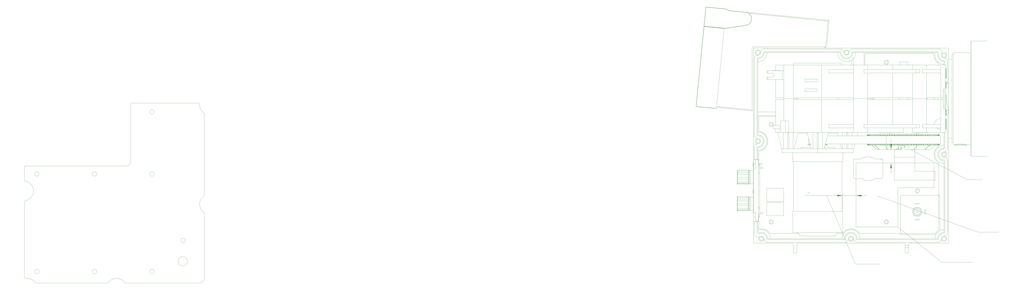
<source format=gm1>
G04*
G04 #@! TF.GenerationSoftware,Altium Limited,Altium Designer,23.10.1 (27)*
G04*
G04 Layer_Color=16711935*
%FSLAX44Y44*%
%MOMM*%
G71*
G04*
G04 #@! TF.SameCoordinates,15D5246E-31D4-4D40-A870-ABE906178733*
G04*
G04*
G04 #@! TF.FilePolarity,Positive*
G04*
G01*
G75*
%ADD21C,0.1270*%
G36*
X6887615Y-2309842D02*
X6827615Y-2319842D01*
Y-2299842D01*
X6887615Y-2309842D01*
D02*
G37*
G36*
X7097623Y-2319842D02*
X7037623Y-2309842D01*
X7097623Y-2299842D01*
Y-2319842D01*
D02*
G37*
G36*
X7443115Y-2001858D02*
X7423115D01*
X7433115Y-1941858D01*
X7443115Y-2001858D01*
D02*
G37*
G36*
X7433115Y-1791836D02*
X7423115Y-1731836D01*
X7443115D01*
X7433115Y-1791836D01*
D02*
G37*
G36*
X6499852Y-2275462D02*
X6497265D01*
X6496915Y-2277212D01*
X6496921Y-2277206D01*
X6496940Y-2277193D01*
X6496971Y-2277174D01*
X6497015Y-2277149D01*
X6497072Y-2277118D01*
X6497134Y-2277081D01*
X6497203Y-2277043D01*
X6497284Y-2277006D01*
X6497377Y-2276968D01*
X6497471Y-2276931D01*
X6497678Y-2276862D01*
X6497790Y-2276837D01*
X6497902Y-2276818D01*
X6498021Y-2276806D01*
X6498140Y-2276799D01*
X6498177D01*
X6498221Y-2276806D01*
X6498284D01*
X6498353Y-2276818D01*
X6498440Y-2276831D01*
X6498533Y-2276850D01*
X6498640Y-2276875D01*
X6498746Y-2276906D01*
X6498865Y-2276943D01*
X6498983Y-2276993D01*
X6499102Y-2277050D01*
X6499221Y-2277118D01*
X6499340Y-2277199D01*
X6499458Y-2277287D01*
X6499571Y-2277393D01*
X6499577Y-2277399D01*
X6499596Y-2277418D01*
X6499627Y-2277456D01*
X6499664Y-2277499D01*
X6499708Y-2277556D01*
X6499758Y-2277631D01*
X6499808Y-2277712D01*
X6499865Y-2277799D01*
X6499921Y-2277905D01*
X6499971Y-2278018D01*
X6500021Y-2278143D01*
X6500065Y-2278280D01*
X6500102Y-2278424D01*
X6500133Y-2278574D01*
X6500152Y-2278737D01*
X6500158Y-2278905D01*
Y-2278918D01*
Y-2278943D01*
X6500152Y-2278993D01*
Y-2279055D01*
X6500139Y-2279130D01*
X6500133Y-2279218D01*
X6500114Y-2279318D01*
X6500096Y-2279424D01*
X6500065Y-2279543D01*
X6500033Y-2279661D01*
X6499990Y-2279786D01*
X6499940Y-2279917D01*
X6499883Y-2280049D01*
X6499808Y-2280174D01*
X6499733Y-2280299D01*
X6499639Y-2280424D01*
X6499633Y-2280430D01*
X6499608Y-2280455D01*
X6499577Y-2280499D01*
X6499527Y-2280549D01*
X6499465Y-2280605D01*
X6499390Y-2280674D01*
X6499296Y-2280742D01*
X6499196Y-2280817D01*
X6499083Y-2280892D01*
X6498952Y-2280961D01*
X6498815Y-2281030D01*
X6498665Y-2281086D01*
X6498496Y-2281136D01*
X6498321Y-2281180D01*
X6498140Y-2281205D01*
X6497940Y-2281211D01*
X6497902D01*
X6497853Y-2281205D01*
X6497790D01*
X6497715Y-2281198D01*
X6497628Y-2281186D01*
X6497534Y-2281167D01*
X6497427Y-2281148D01*
X6497315Y-2281123D01*
X6497197Y-2281092D01*
X6497078Y-2281048D01*
X6496953Y-2281005D01*
X6496834Y-2280948D01*
X6496715Y-2280880D01*
X6496597Y-2280805D01*
X6496490Y-2280717D01*
X6496484Y-2280711D01*
X6496465Y-2280692D01*
X6496440Y-2280667D01*
X6496403Y-2280630D01*
X6496359Y-2280580D01*
X6496309Y-2280517D01*
X6496259Y-2280449D01*
X6496203Y-2280367D01*
X6496147Y-2280280D01*
X6496091Y-2280180D01*
X6496041Y-2280067D01*
X6495991Y-2279955D01*
X6495947Y-2279824D01*
X6495909Y-2279693D01*
X6495878Y-2279549D01*
X6495859Y-2279399D01*
X6496697Y-2279330D01*
Y-2279336D01*
X6496703Y-2279355D01*
X6496709Y-2279386D01*
X6496715Y-2279430D01*
X6496728Y-2279480D01*
X6496740Y-2279543D01*
X6496759Y-2279605D01*
X6496784Y-2279674D01*
X6496840Y-2279824D01*
X6496915Y-2279974D01*
X6497009Y-2280124D01*
X6497059Y-2280186D01*
X6497122Y-2280249D01*
X6497128Y-2280255D01*
X6497141Y-2280261D01*
X6497159Y-2280274D01*
X6497184Y-2280299D01*
X6497215Y-2280317D01*
X6497253Y-2280342D01*
X6497352Y-2280399D01*
X6497471Y-2280455D01*
X6497609Y-2280505D01*
X6497765Y-2280542D01*
X6497853Y-2280549D01*
X6497940Y-2280555D01*
X6497996D01*
X6498040Y-2280549D01*
X6498090Y-2280542D01*
X6498146Y-2280530D01*
X6498209Y-2280517D01*
X6498278Y-2280499D01*
X6498353Y-2280480D01*
X6498434Y-2280449D01*
X6498515Y-2280417D01*
X6498596Y-2280374D01*
X6498677Y-2280324D01*
X6498759Y-2280267D01*
X6498840Y-2280199D01*
X6498915Y-2280124D01*
X6498921Y-2280117D01*
X6498934Y-2280105D01*
X6498952Y-2280080D01*
X6498977Y-2280043D01*
X6499008Y-2279999D01*
X6499040Y-2279949D01*
X6499077Y-2279886D01*
X6499115Y-2279818D01*
X6499152Y-2279742D01*
X6499189Y-2279655D01*
X6499221Y-2279561D01*
X6499252Y-2279455D01*
X6499277Y-2279349D01*
X6499296Y-2279230D01*
X6499308Y-2279105D01*
X6499315Y-2278974D01*
Y-2278968D01*
Y-2278943D01*
Y-2278905D01*
X6499308Y-2278862D01*
X6499302Y-2278805D01*
X6499296Y-2278737D01*
X6499283Y-2278662D01*
X6499265Y-2278587D01*
X6499221Y-2278412D01*
X6499189Y-2278324D01*
X6499152Y-2278230D01*
X6499108Y-2278143D01*
X6499058Y-2278056D01*
X6499002Y-2277974D01*
X6498934Y-2277899D01*
X6498927Y-2277893D01*
X6498915Y-2277881D01*
X6498896Y-2277862D01*
X6498865Y-2277837D01*
X6498827Y-2277805D01*
X6498777Y-2277774D01*
X6498727Y-2277737D01*
X6498665Y-2277699D01*
X6498596Y-2277668D01*
X6498521Y-2277631D01*
X6498440Y-2277599D01*
X6498346Y-2277568D01*
X6498253Y-2277543D01*
X6498152Y-2277524D01*
X6498040Y-2277512D01*
X6497927Y-2277506D01*
X6497865D01*
X6497828Y-2277512D01*
X6497790D01*
X6497697Y-2277524D01*
X6497590Y-2277549D01*
X6497471Y-2277581D01*
X6497352Y-2277624D01*
X6497234Y-2277681D01*
X6497228D01*
X6497222Y-2277687D01*
X6497184Y-2277712D01*
X6497128Y-2277749D01*
X6497059Y-2277799D01*
X6496984Y-2277868D01*
X6496902Y-2277943D01*
X6496821Y-2278031D01*
X6496753Y-2278130D01*
X6496003Y-2278031D01*
X6496634Y-2274700D01*
X6499852D01*
Y-2275462D01*
D02*
G37*
G36*
X6493822Y-2281105D02*
X6493029D01*
Y-2276037D01*
X6493022D01*
X6493016Y-2276050D01*
X6492997Y-2276062D01*
X6492979Y-2276081D01*
X6492910Y-2276137D01*
X6492822Y-2276206D01*
X6492716Y-2276287D01*
X6492585Y-2276381D01*
X6492435Y-2276481D01*
X6492266Y-2276581D01*
X6492260D01*
X6492248Y-2276593D01*
X6492223Y-2276606D01*
X6492191Y-2276625D01*
X6492148Y-2276650D01*
X6492104Y-2276675D01*
X6491992Y-2276737D01*
X6491860Y-2276799D01*
X6491723Y-2276868D01*
X6491579Y-2276937D01*
X6491436Y-2276993D01*
Y-2276225D01*
X6491442Y-2276218D01*
X6491467Y-2276212D01*
X6491498Y-2276193D01*
X6491548Y-2276168D01*
X6491604Y-2276137D01*
X6491673Y-2276100D01*
X6491748Y-2276062D01*
X6491829Y-2276012D01*
X6492010Y-2275900D01*
X6492204Y-2275775D01*
X6492404Y-2275631D01*
X6492598Y-2275469D01*
X6492604Y-2275462D01*
X6492623Y-2275450D01*
X6492648Y-2275425D01*
X6492679Y-2275394D01*
X6492723Y-2275350D01*
X6492766Y-2275306D01*
X6492816Y-2275250D01*
X6492872Y-2275187D01*
X6492991Y-2275056D01*
X6493110Y-2274913D01*
X6493216Y-2274756D01*
X6493266Y-2274675D01*
X6493310Y-2274594D01*
X6493822D01*
Y-2281105D01*
D02*
G37*
G36*
X6510693Y-2274600D02*
X6510749Y-2274606D01*
X6510806Y-2274613D01*
X6510874Y-2274619D01*
X6511018Y-2274644D01*
X6511168Y-2274681D01*
X6511331Y-2274738D01*
X6511480Y-2274806D01*
X6511486D01*
X6511499Y-2274819D01*
X6511518Y-2274831D01*
X6511549Y-2274844D01*
X6511617Y-2274894D01*
X6511711Y-2274962D01*
X6511812Y-2275050D01*
X6511918Y-2275150D01*
X6512030Y-2275275D01*
X6512130Y-2275412D01*
Y-2275419D01*
X6512142Y-2275431D01*
X6512155Y-2275450D01*
X6512174Y-2275481D01*
X6512192Y-2275519D01*
X6512217Y-2275569D01*
X6512249Y-2275619D01*
X6512274Y-2275681D01*
X6512305Y-2275750D01*
X6512343Y-2275818D01*
X6512405Y-2275987D01*
X6512474Y-2276168D01*
X6512530Y-2276375D01*
Y-2276381D01*
X6512536Y-2276400D01*
X6512543Y-2276431D01*
X6512555Y-2276481D01*
X6512568Y-2276537D01*
X6512580Y-2276606D01*
X6512593Y-2276687D01*
X6512605Y-2276781D01*
X6512618Y-2276881D01*
X6512630Y-2277000D01*
X6512642Y-2277124D01*
X6512655Y-2277262D01*
X6512667Y-2277406D01*
X6512674Y-2277562D01*
X6512680Y-2277731D01*
Y-2277905D01*
Y-2277918D01*
Y-2277955D01*
Y-2278018D01*
X6512674Y-2278093D01*
Y-2278193D01*
X6512667Y-2278305D01*
X6512661Y-2278430D01*
X6512649Y-2278568D01*
X6512636Y-2278712D01*
X6512624Y-2278862D01*
X6512580Y-2279168D01*
X6512524Y-2279474D01*
X6512486Y-2279618D01*
X6512443Y-2279755D01*
Y-2279761D01*
X6512430Y-2279786D01*
X6512418Y-2279824D01*
X6512399Y-2279868D01*
X6512374Y-2279930D01*
X6512343Y-2279999D01*
X6512305Y-2280074D01*
X6512267Y-2280155D01*
X6512167Y-2280324D01*
X6512043Y-2280505D01*
X6511899Y-2280680D01*
X6511824Y-2280761D01*
X6511736Y-2280836D01*
X6511730Y-2280842D01*
X6511718Y-2280855D01*
X6511686Y-2280874D01*
X6511655Y-2280892D01*
X6511605Y-2280923D01*
X6511555Y-2280955D01*
X6511486Y-2280986D01*
X6511418Y-2281024D01*
X6511337Y-2281061D01*
X6511249Y-2281092D01*
X6511149Y-2281123D01*
X6511049Y-2281155D01*
X6510937Y-2281173D01*
X6510818Y-2281192D01*
X6510693Y-2281205D01*
X6510562Y-2281211D01*
X6510518D01*
X6510474Y-2281205D01*
X6510405Y-2281198D01*
X6510330Y-2281192D01*
X6510237Y-2281173D01*
X6510137Y-2281155D01*
X6510024Y-2281130D01*
X6509912Y-2281092D01*
X6509787Y-2281048D01*
X6509668Y-2280992D01*
X6509543Y-2280930D01*
X6509424Y-2280855D01*
X6509306Y-2280761D01*
X6509193Y-2280661D01*
X6509087Y-2280542D01*
X6509081Y-2280530D01*
X6509062Y-2280505D01*
X6509031Y-2280455D01*
X6508987Y-2280386D01*
X6508937Y-2280299D01*
X6508887Y-2280192D01*
X6508831Y-2280061D01*
X6508768Y-2279911D01*
X6508712Y-2279736D01*
X6508650Y-2279543D01*
X6508600Y-2279330D01*
X6508550Y-2279093D01*
X6508506Y-2278830D01*
X6508475Y-2278543D01*
X6508456Y-2278237D01*
X6508450Y-2277905D01*
Y-2277899D01*
Y-2277893D01*
Y-2277856D01*
Y-2277793D01*
X6508456Y-2277712D01*
Y-2277618D01*
X6508463Y-2277506D01*
X6508469Y-2277381D01*
X6508481Y-2277243D01*
X6508494Y-2277099D01*
X6508506Y-2276949D01*
X6508550Y-2276637D01*
X6508606Y-2276337D01*
X6508644Y-2276193D01*
X6508681Y-2276056D01*
Y-2276050D01*
X6508693Y-2276025D01*
X6508706Y-2275987D01*
X6508725Y-2275943D01*
X6508750Y-2275881D01*
X6508781Y-2275812D01*
X6508818Y-2275737D01*
X6508856Y-2275656D01*
X6508956Y-2275487D01*
X6509081Y-2275306D01*
X6509225Y-2275131D01*
X6509299Y-2275050D01*
X6509387Y-2274975D01*
X6509393Y-2274969D01*
X6509406Y-2274956D01*
X6509437Y-2274937D01*
X6509474Y-2274913D01*
X6509518Y-2274888D01*
X6509575Y-2274856D01*
X6509637Y-2274819D01*
X6509712Y-2274781D01*
X6509793Y-2274750D01*
X6509881Y-2274713D01*
X6509974Y-2274681D01*
X6510081Y-2274650D01*
X6510193Y-2274631D01*
X6510312Y-2274613D01*
X6510430Y-2274600D01*
X6510562Y-2274594D01*
X6510649D01*
X6510693Y-2274600D01*
D02*
G37*
G36*
X6505657D02*
X6505713Y-2274606D01*
X6505769Y-2274613D01*
X6505838Y-2274619D01*
X6505981Y-2274644D01*
X6506132Y-2274681D01*
X6506294Y-2274738D01*
X6506444Y-2274806D01*
X6506450D01*
X6506463Y-2274819D01*
X6506481Y-2274831D01*
X6506513Y-2274844D01*
X6506581Y-2274894D01*
X6506675Y-2274962D01*
X6506775Y-2275050D01*
X6506881Y-2275150D01*
X6506994Y-2275275D01*
X6507094Y-2275412D01*
Y-2275419D01*
X6507106Y-2275431D01*
X6507119Y-2275450D01*
X6507137Y-2275481D01*
X6507156Y-2275519D01*
X6507181Y-2275569D01*
X6507213Y-2275619D01*
X6507238Y-2275681D01*
X6507269Y-2275750D01*
X6507307Y-2275818D01*
X6507369Y-2275987D01*
X6507438Y-2276168D01*
X6507494Y-2276375D01*
Y-2276381D01*
X6507500Y-2276400D01*
X6507506Y-2276431D01*
X6507519Y-2276481D01*
X6507531Y-2276537D01*
X6507544Y-2276606D01*
X6507556Y-2276687D01*
X6507569Y-2276781D01*
X6507581Y-2276881D01*
X6507594Y-2277000D01*
X6507606Y-2277124D01*
X6507618Y-2277262D01*
X6507631Y-2277406D01*
X6507637Y-2277562D01*
X6507643Y-2277731D01*
Y-2277905D01*
Y-2277918D01*
Y-2277955D01*
Y-2278018D01*
X6507637Y-2278093D01*
Y-2278193D01*
X6507631Y-2278305D01*
X6507625Y-2278430D01*
X6507612Y-2278568D01*
X6507600Y-2278712D01*
X6507587Y-2278862D01*
X6507544Y-2279168D01*
X6507488Y-2279474D01*
X6507450Y-2279618D01*
X6507406Y-2279755D01*
Y-2279761D01*
X6507394Y-2279786D01*
X6507382Y-2279824D01*
X6507363Y-2279868D01*
X6507338Y-2279930D01*
X6507307Y-2279999D01*
X6507269Y-2280074D01*
X6507231Y-2280155D01*
X6507131Y-2280324D01*
X6507006Y-2280505D01*
X6506863Y-2280680D01*
X6506788Y-2280761D01*
X6506700Y-2280836D01*
X6506694Y-2280842D01*
X6506682Y-2280855D01*
X6506650Y-2280874D01*
X6506619Y-2280892D01*
X6506569Y-2280923D01*
X6506519Y-2280955D01*
X6506450Y-2280986D01*
X6506382Y-2281024D01*
X6506300Y-2281061D01*
X6506213Y-2281092D01*
X6506113Y-2281123D01*
X6506013Y-2281155D01*
X6505900Y-2281173D01*
X6505782Y-2281192D01*
X6505657Y-2281205D01*
X6505526Y-2281211D01*
X6505482D01*
X6505438Y-2281205D01*
X6505369Y-2281198D01*
X6505294Y-2281192D01*
X6505201Y-2281173D01*
X6505101Y-2281155D01*
X6504988Y-2281130D01*
X6504875Y-2281092D01*
X6504751Y-2281048D01*
X6504632Y-2280992D01*
X6504507Y-2280930D01*
X6504388Y-2280855D01*
X6504269Y-2280761D01*
X6504157Y-2280661D01*
X6504051Y-2280542D01*
X6504045Y-2280530D01*
X6504026Y-2280505D01*
X6503995Y-2280455D01*
X6503951Y-2280386D01*
X6503901Y-2280299D01*
X6503851Y-2280192D01*
X6503795Y-2280061D01*
X6503732Y-2279911D01*
X6503676Y-2279736D01*
X6503613Y-2279543D01*
X6503563Y-2279330D01*
X6503514Y-2279093D01*
X6503470Y-2278830D01*
X6503439Y-2278543D01*
X6503420Y-2278237D01*
X6503414Y-2277905D01*
Y-2277899D01*
Y-2277893D01*
Y-2277856D01*
Y-2277793D01*
X6503420Y-2277712D01*
Y-2277618D01*
X6503426Y-2277506D01*
X6503432Y-2277381D01*
X6503445Y-2277243D01*
X6503457Y-2277099D01*
X6503470Y-2276949D01*
X6503514Y-2276637D01*
X6503570Y-2276337D01*
X6503607Y-2276193D01*
X6503645Y-2276056D01*
Y-2276050D01*
X6503657Y-2276025D01*
X6503669Y-2275987D01*
X6503688Y-2275943D01*
X6503713Y-2275881D01*
X6503745Y-2275812D01*
X6503782Y-2275737D01*
X6503820Y-2275656D01*
X6503920Y-2275487D01*
X6504045Y-2275306D01*
X6504188Y-2275131D01*
X6504263Y-2275050D01*
X6504351Y-2274975D01*
X6504357Y-2274969D01*
X6504370Y-2274956D01*
X6504401Y-2274937D01*
X6504438Y-2274913D01*
X6504482Y-2274888D01*
X6504539Y-2274856D01*
X6504601Y-2274819D01*
X6504676Y-2274781D01*
X6504757Y-2274750D01*
X6504844Y-2274713D01*
X6504938Y-2274681D01*
X6505045Y-2274650D01*
X6505157Y-2274631D01*
X6505276Y-2274613D01*
X6505394Y-2274600D01*
X6505526Y-2274594D01*
X6505613D01*
X6505657Y-2274600D01*
D02*
G37*
G36*
X6502233Y-2281105D02*
Y-2281111D01*
Y-2281123D01*
Y-2281155D01*
Y-2281186D01*
X6502227Y-2281230D01*
Y-2281280D01*
X6502208Y-2281392D01*
X6502189Y-2281517D01*
X6502158Y-2281648D01*
X6502114Y-2281779D01*
X6502051Y-2281904D01*
Y-2281911D01*
X6502045Y-2281917D01*
X6502020Y-2281954D01*
X6501976Y-2282011D01*
X6501914Y-2282079D01*
X6501839Y-2282161D01*
X6501739Y-2282242D01*
X6501627Y-2282317D01*
X6501489Y-2282386D01*
X6501270Y-2282042D01*
X6501283Y-2282036D01*
X6501314Y-2282023D01*
X6501358Y-2281992D01*
X6501408Y-2281961D01*
X6501470Y-2281911D01*
X6501533Y-2281855D01*
X6501589Y-2281792D01*
X6501639Y-2281717D01*
X6501646Y-2281705D01*
X6501658Y-2281680D01*
X6501677Y-2281629D01*
X6501702Y-2281561D01*
X6501727Y-2281473D01*
X6501752Y-2281367D01*
X6501770Y-2281248D01*
X6501777Y-2281105D01*
X6501327D01*
Y-2280199D01*
X6502233D01*
Y-2281105D01*
D02*
G37*
G36*
X7318331Y-1903781D02*
X7315745D01*
X7315394Y-1905530D01*
X7315401Y-1905524D01*
X7315419Y-1905512D01*
X7315450Y-1905493D01*
X7315494Y-1905468D01*
X7315551Y-1905437D01*
X7315613Y-1905399D01*
X7315682Y-1905362D01*
X7315763Y-1905324D01*
X7315857Y-1905287D01*
X7315950Y-1905249D01*
X7316157Y-1905181D01*
X7316269Y-1905155D01*
X7316382Y-1905137D01*
X7316500Y-1905124D01*
X7316619Y-1905118D01*
X7316656D01*
X7316700Y-1905124D01*
X7316763D01*
X7316832Y-1905137D01*
X7316919Y-1905149D01*
X7317013Y-1905168D01*
X7317119Y-1905193D01*
X7317225Y-1905224D01*
X7317344Y-1905262D01*
X7317463Y-1905312D01*
X7317581Y-1905368D01*
X7317700Y-1905437D01*
X7317819Y-1905518D01*
X7317938Y-1905605D01*
X7318050Y-1905712D01*
X7318056Y-1905718D01*
X7318075Y-1905737D01*
X7318106Y-1905774D01*
X7318144Y-1905818D01*
X7318187Y-1905874D01*
X7318237Y-1905949D01*
X7318287Y-1906030D01*
X7318344Y-1906118D01*
X7318400Y-1906224D01*
X7318450Y-1906337D01*
X7318500Y-1906461D01*
X7318544Y-1906599D01*
X7318581Y-1906743D01*
X7318613Y-1906893D01*
X7318631Y-1907055D01*
X7318638Y-1907224D01*
Y-1907236D01*
Y-1907261D01*
X7318631Y-1907311D01*
Y-1907374D01*
X7318619Y-1907449D01*
X7318613Y-1907536D01*
X7318594Y-1907636D01*
X7318575Y-1907742D01*
X7318544Y-1907861D01*
X7318513Y-1907980D01*
X7318469Y-1908105D01*
X7318419Y-1908236D01*
X7318362Y-1908367D01*
X7318287Y-1908492D01*
X7318212Y-1908617D01*
X7318119Y-1908742D01*
X7318113Y-1908748D01*
X7318088Y-1908773D01*
X7318056Y-1908817D01*
X7318007Y-1908867D01*
X7317944Y-1908923D01*
X7317869Y-1908992D01*
X7317775Y-1909061D01*
X7317675Y-1909136D01*
X7317563Y-1909211D01*
X7317432Y-1909279D01*
X7317294Y-1909348D01*
X7317144Y-1909404D01*
X7316975Y-1909454D01*
X7316801Y-1909498D01*
X7316619Y-1909523D01*
X7316419Y-1909529D01*
X7316382D01*
X7316332Y-1909523D01*
X7316269D01*
X7316194Y-1909517D01*
X7316107Y-1909504D01*
X7316013Y-1909486D01*
X7315907Y-1909467D01*
X7315795Y-1909442D01*
X7315676Y-1909411D01*
X7315557Y-1909367D01*
X7315432Y-1909323D01*
X7315313Y-1909267D01*
X7315195Y-1909198D01*
X7315076Y-1909123D01*
X7314969Y-1909036D01*
X7314963Y-1909030D01*
X7314944Y-1909011D01*
X7314919Y-1908986D01*
X7314882Y-1908948D01*
X7314838Y-1908898D01*
X7314788Y-1908836D01*
X7314738Y-1908767D01*
X7314682Y-1908686D01*
X7314626Y-1908598D01*
X7314570Y-1908498D01*
X7314520Y-1908386D01*
X7314470Y-1908273D01*
X7314426Y-1908142D01*
X7314388Y-1908011D01*
X7314357Y-1907867D01*
X7314338Y-1907717D01*
X7315176Y-1907649D01*
Y-1907655D01*
X7315182Y-1907674D01*
X7315189Y-1907705D01*
X7315195Y-1907749D01*
X7315207Y-1907799D01*
X7315220Y-1907861D01*
X7315238Y-1907924D01*
X7315263Y-1907992D01*
X7315319Y-1908142D01*
X7315394Y-1908292D01*
X7315488Y-1908442D01*
X7315538Y-1908505D01*
X7315601Y-1908567D01*
X7315607Y-1908573D01*
X7315620Y-1908580D01*
X7315638Y-1908592D01*
X7315663Y-1908617D01*
X7315695Y-1908636D01*
X7315732Y-1908661D01*
X7315832Y-1908717D01*
X7315950Y-1908773D01*
X7316088Y-1908823D01*
X7316244Y-1908861D01*
X7316332Y-1908867D01*
X7316419Y-1908873D01*
X7316475D01*
X7316519Y-1908867D01*
X7316569Y-1908861D01*
X7316625Y-1908848D01*
X7316688Y-1908836D01*
X7316757Y-1908817D01*
X7316832Y-1908798D01*
X7316913Y-1908767D01*
X7316994Y-1908736D01*
X7317075Y-1908692D01*
X7317156Y-1908642D01*
X7317238Y-1908586D01*
X7317319Y-1908517D01*
X7317394Y-1908442D01*
X7317400Y-1908436D01*
X7317413Y-1908423D01*
X7317432Y-1908398D01*
X7317457Y-1908361D01*
X7317488Y-1908317D01*
X7317519Y-1908267D01*
X7317556Y-1908205D01*
X7317594Y-1908136D01*
X7317631Y-1908061D01*
X7317669Y-1907974D01*
X7317700Y-1907880D01*
X7317731Y-1907774D01*
X7317756Y-1907667D01*
X7317775Y-1907549D01*
X7317787Y-1907424D01*
X7317794Y-1907292D01*
Y-1907286D01*
Y-1907261D01*
Y-1907224D01*
X7317787Y-1907180D01*
X7317781Y-1907124D01*
X7317775Y-1907055D01*
X7317762Y-1906980D01*
X7317744Y-1906905D01*
X7317700Y-1906730D01*
X7317669Y-1906643D01*
X7317631Y-1906549D01*
X7317588Y-1906461D01*
X7317538Y-1906374D01*
X7317482Y-1906293D01*
X7317413Y-1906218D01*
X7317407Y-1906212D01*
X7317394Y-1906199D01*
X7317375Y-1906180D01*
X7317344Y-1906155D01*
X7317307Y-1906124D01*
X7317256Y-1906093D01*
X7317206Y-1906055D01*
X7317144Y-1906018D01*
X7317075Y-1905987D01*
X7317000Y-1905949D01*
X7316919Y-1905918D01*
X7316826Y-1905887D01*
X7316732Y-1905862D01*
X7316631Y-1905843D01*
X7316519Y-1905830D01*
X7316407Y-1905824D01*
X7316344D01*
X7316307Y-1905830D01*
X7316269D01*
X7316176Y-1905843D01*
X7316069Y-1905868D01*
X7315950Y-1905899D01*
X7315832Y-1905943D01*
X7315713Y-1905999D01*
X7315707D01*
X7315701Y-1906005D01*
X7315663Y-1906030D01*
X7315607Y-1906068D01*
X7315538Y-1906118D01*
X7315463Y-1906187D01*
X7315382Y-1906261D01*
X7315301Y-1906349D01*
X7315232Y-1906449D01*
X7314482Y-1906349D01*
X7315114Y-1903019D01*
X7318331D01*
Y-1903781D01*
D02*
G37*
G36*
X7312302Y-1909423D02*
X7311508D01*
Y-1904356D01*
X7311501D01*
X7311495Y-1904368D01*
X7311476Y-1904381D01*
X7311458Y-1904400D01*
X7311389Y-1904456D01*
X7311302Y-1904524D01*
X7311196Y-1904606D01*
X7311064Y-1904699D01*
X7310914Y-1904799D01*
X7310746Y-1904899D01*
X7310739D01*
X7310727Y-1904912D01*
X7310702Y-1904924D01*
X7310671Y-1904943D01*
X7310627Y-1904968D01*
X7310583Y-1904993D01*
X7310471Y-1905056D01*
X7310339Y-1905118D01*
X7310202Y-1905187D01*
X7310059Y-1905255D01*
X7309915Y-1905312D01*
Y-1904543D01*
X7309921Y-1904537D01*
X7309946Y-1904531D01*
X7309977Y-1904512D01*
X7310027Y-1904487D01*
X7310083Y-1904456D01*
X7310152Y-1904418D01*
X7310227Y-1904381D01*
X7310308Y-1904331D01*
X7310490Y-1904218D01*
X7310683Y-1904093D01*
X7310883Y-1903950D01*
X7311077Y-1903787D01*
X7311083Y-1903781D01*
X7311102Y-1903768D01*
X7311127Y-1903743D01*
X7311158Y-1903712D01*
X7311202Y-1903668D01*
X7311246Y-1903625D01*
X7311296Y-1903568D01*
X7311352Y-1903506D01*
X7311470Y-1903375D01*
X7311589Y-1903231D01*
X7311696Y-1903075D01*
X7311746Y-1902994D01*
X7311789Y-1902912D01*
X7312302D01*
Y-1909423D01*
D02*
G37*
G36*
X7329172Y-1902919D02*
X7329229Y-1902925D01*
X7329285Y-1902931D01*
X7329354Y-1902937D01*
X7329497Y-1902962D01*
X7329647Y-1903000D01*
X7329810Y-1903056D01*
X7329960Y-1903125D01*
X7329966D01*
X7329978Y-1903137D01*
X7329997Y-1903150D01*
X7330028Y-1903162D01*
X7330097Y-1903212D01*
X7330190Y-1903281D01*
X7330291Y-1903369D01*
X7330397Y-1903468D01*
X7330509Y-1903593D01*
X7330609Y-1903731D01*
Y-1903737D01*
X7330622Y-1903750D01*
X7330634Y-1903768D01*
X7330653Y-1903800D01*
X7330672Y-1903837D01*
X7330697Y-1903887D01*
X7330728Y-1903937D01*
X7330753Y-1904000D01*
X7330784Y-1904068D01*
X7330822Y-1904137D01*
X7330884Y-1904306D01*
X7330953Y-1904487D01*
X7331009Y-1904693D01*
Y-1904699D01*
X7331016Y-1904718D01*
X7331022Y-1904749D01*
X7331034Y-1904799D01*
X7331047Y-1904856D01*
X7331059Y-1904924D01*
X7331072Y-1905006D01*
X7331084Y-1905099D01*
X7331097Y-1905199D01*
X7331109Y-1905318D01*
X7331122Y-1905443D01*
X7331134Y-1905580D01*
X7331147Y-1905724D01*
X7331153Y-1905880D01*
X7331159Y-1906049D01*
Y-1906224D01*
Y-1906237D01*
Y-1906274D01*
Y-1906337D01*
X7331153Y-1906411D01*
Y-1906511D01*
X7331147Y-1906624D01*
X7331140Y-1906749D01*
X7331128Y-1906886D01*
X7331115Y-1907030D01*
X7331103Y-1907180D01*
X7331059Y-1907486D01*
X7331003Y-1907792D01*
X7330966Y-1907936D01*
X7330922Y-1908073D01*
Y-1908080D01*
X7330909Y-1908105D01*
X7330897Y-1908142D01*
X7330878Y-1908186D01*
X7330853Y-1908248D01*
X7330822Y-1908317D01*
X7330784Y-1908392D01*
X7330747Y-1908473D01*
X7330647Y-1908642D01*
X7330522Y-1908823D01*
X7330378Y-1908998D01*
X7330303Y-1909079D01*
X7330215Y-1909155D01*
X7330209Y-1909161D01*
X7330197Y-1909173D01*
X7330165Y-1909192D01*
X7330134Y-1909211D01*
X7330084Y-1909242D01*
X7330035Y-1909273D01*
X7329966Y-1909305D01*
X7329897Y-1909342D01*
X7329816Y-1909379D01*
X7329728Y-1909411D01*
X7329628Y-1909442D01*
X7329528Y-1909473D01*
X7329416Y-1909492D01*
X7329297Y-1909511D01*
X7329172Y-1909523D01*
X7329041Y-1909529D01*
X7328997D01*
X7328953Y-1909523D01*
X7328885Y-1909517D01*
X7328810Y-1909511D01*
X7328716Y-1909492D01*
X7328616Y-1909473D01*
X7328503Y-1909448D01*
X7328391Y-1909411D01*
X7328266Y-1909367D01*
X7328148Y-1909311D01*
X7328022Y-1909248D01*
X7327904Y-1909173D01*
X7327785Y-1909079D01*
X7327673Y-1908979D01*
X7327567Y-1908861D01*
X7327560Y-1908848D01*
X7327542Y-1908823D01*
X7327510Y-1908773D01*
X7327466Y-1908705D01*
X7327416Y-1908617D01*
X7327366Y-1908511D01*
X7327310Y-1908380D01*
X7327248Y-1908230D01*
X7327191Y-1908055D01*
X7327129Y-1907861D01*
X7327079Y-1907649D01*
X7327029Y-1907411D01*
X7326985Y-1907149D01*
X7326954Y-1906861D01*
X7326935Y-1906555D01*
X7326929Y-1906224D01*
Y-1906218D01*
Y-1906212D01*
Y-1906174D01*
Y-1906111D01*
X7326935Y-1906030D01*
Y-1905937D01*
X7326942Y-1905824D01*
X7326948Y-1905699D01*
X7326960Y-1905562D01*
X7326973Y-1905418D01*
X7326985Y-1905268D01*
X7327029Y-1904956D01*
X7327085Y-1904656D01*
X7327123Y-1904512D01*
X7327160Y-1904375D01*
Y-1904368D01*
X7327173Y-1904343D01*
X7327185Y-1904306D01*
X7327204Y-1904262D01*
X7327229Y-1904200D01*
X7327260Y-1904131D01*
X7327298Y-1904056D01*
X7327335Y-1903975D01*
X7327435Y-1903806D01*
X7327560Y-1903625D01*
X7327704Y-1903450D01*
X7327779Y-1903369D01*
X7327866Y-1903293D01*
X7327872Y-1903287D01*
X7327885Y-1903275D01*
X7327916Y-1903256D01*
X7327953Y-1903231D01*
X7327997Y-1903206D01*
X7328054Y-1903175D01*
X7328116Y-1903137D01*
X7328191Y-1903100D01*
X7328273Y-1903069D01*
X7328360Y-1903031D01*
X7328453Y-1903000D01*
X7328560Y-1902969D01*
X7328672Y-1902950D01*
X7328791Y-1902931D01*
X7328910Y-1902919D01*
X7329041Y-1902912D01*
X7329128D01*
X7329172Y-1902919D01*
D02*
G37*
G36*
X7324136D02*
X7324193Y-1902925D01*
X7324249Y-1902931D01*
X7324317Y-1902937D01*
X7324461Y-1902962D01*
X7324611Y-1903000D01*
X7324774Y-1903056D01*
X7324923Y-1903125D01*
X7324929D01*
X7324942Y-1903137D01*
X7324961Y-1903150D01*
X7324992Y-1903162D01*
X7325060Y-1903212D01*
X7325154Y-1903281D01*
X7325255Y-1903369D01*
X7325361Y-1903468D01*
X7325473Y-1903593D01*
X7325573Y-1903731D01*
Y-1903737D01*
X7325585Y-1903750D01*
X7325598Y-1903768D01*
X7325617Y-1903800D01*
X7325635Y-1903837D01*
X7325660Y-1903887D01*
X7325692Y-1903937D01*
X7325717Y-1904000D01*
X7325748Y-1904068D01*
X7325786Y-1904137D01*
X7325848Y-1904306D01*
X7325917Y-1904487D01*
X7325973Y-1904693D01*
Y-1904699D01*
X7325979Y-1904718D01*
X7325986Y-1904749D01*
X7325998Y-1904799D01*
X7326011Y-1904856D01*
X7326023Y-1904924D01*
X7326036Y-1905006D01*
X7326048Y-1905099D01*
X7326061Y-1905199D01*
X7326073Y-1905318D01*
X7326085Y-1905443D01*
X7326098Y-1905580D01*
X7326110Y-1905724D01*
X7326117Y-1905880D01*
X7326123Y-1906049D01*
Y-1906224D01*
Y-1906237D01*
Y-1906274D01*
Y-1906337D01*
X7326117Y-1906411D01*
Y-1906511D01*
X7326110Y-1906624D01*
X7326104Y-1906749D01*
X7326092Y-1906886D01*
X7326079Y-1907030D01*
X7326067Y-1907180D01*
X7326023Y-1907486D01*
X7325967Y-1907792D01*
X7325930Y-1907936D01*
X7325886Y-1908073D01*
Y-1908080D01*
X7325873Y-1908105D01*
X7325861Y-1908142D01*
X7325842Y-1908186D01*
X7325817Y-1908248D01*
X7325786Y-1908317D01*
X7325748Y-1908392D01*
X7325710Y-1908473D01*
X7325610Y-1908642D01*
X7325486Y-1908823D01*
X7325342Y-1908998D01*
X7325267Y-1909079D01*
X7325179Y-1909155D01*
X7325173Y-1909161D01*
X7325161Y-1909173D01*
X7325129Y-1909192D01*
X7325098Y-1909211D01*
X7325048Y-1909242D01*
X7324998Y-1909273D01*
X7324929Y-1909305D01*
X7324861Y-1909342D01*
X7324780Y-1909379D01*
X7324692Y-1909411D01*
X7324592Y-1909442D01*
X7324492Y-1909473D01*
X7324380Y-1909492D01*
X7324261Y-1909511D01*
X7324136Y-1909523D01*
X7324005Y-1909529D01*
X7323961D01*
X7323917Y-1909523D01*
X7323848Y-1909517D01*
X7323774Y-1909511D01*
X7323680Y-1909492D01*
X7323580Y-1909473D01*
X7323467Y-1909448D01*
X7323355Y-1909411D01*
X7323230Y-1909367D01*
X7323111Y-1909311D01*
X7322986Y-1909248D01*
X7322867Y-1909173D01*
X7322749Y-1909079D01*
X7322636Y-1908979D01*
X7322530Y-1908861D01*
X7322524Y-1908848D01*
X7322505Y-1908823D01*
X7322474Y-1908773D01*
X7322430Y-1908705D01*
X7322380Y-1908617D01*
X7322330Y-1908511D01*
X7322274Y-1908380D01*
X7322211Y-1908230D01*
X7322155Y-1908055D01*
X7322093Y-1907861D01*
X7322043Y-1907649D01*
X7321993Y-1907411D01*
X7321949Y-1907149D01*
X7321918Y-1906861D01*
X7321899Y-1906555D01*
X7321893Y-1906224D01*
Y-1906218D01*
Y-1906212D01*
Y-1906174D01*
Y-1906111D01*
X7321899Y-1906030D01*
Y-1905937D01*
X7321906Y-1905824D01*
X7321912Y-1905699D01*
X7321924Y-1905562D01*
X7321937Y-1905418D01*
X7321949Y-1905268D01*
X7321993Y-1904956D01*
X7322049Y-1904656D01*
X7322087Y-1904512D01*
X7322124Y-1904375D01*
Y-1904368D01*
X7322136Y-1904343D01*
X7322149Y-1904306D01*
X7322168Y-1904262D01*
X7322193Y-1904200D01*
X7322224Y-1904131D01*
X7322261Y-1904056D01*
X7322299Y-1903975D01*
X7322399Y-1903806D01*
X7322524Y-1903625D01*
X7322668Y-1903450D01*
X7322742Y-1903369D01*
X7322830Y-1903293D01*
X7322836Y-1903287D01*
X7322849Y-1903275D01*
X7322880Y-1903256D01*
X7322917Y-1903231D01*
X7322961Y-1903206D01*
X7323018Y-1903175D01*
X7323080Y-1903137D01*
X7323155Y-1903100D01*
X7323236Y-1903069D01*
X7323324Y-1903031D01*
X7323417Y-1903000D01*
X7323524Y-1902969D01*
X7323636Y-1902950D01*
X7323755Y-1902931D01*
X7323873Y-1902919D01*
X7324005Y-1902912D01*
X7324092D01*
X7324136Y-1902919D01*
D02*
G37*
G36*
X7320712Y-1909423D02*
Y-1909429D01*
Y-1909442D01*
Y-1909473D01*
Y-1909504D01*
X7320706Y-1909548D01*
Y-1909598D01*
X7320687Y-1909711D01*
X7320668Y-1909836D01*
X7320637Y-1909967D01*
X7320593Y-1910098D01*
X7320530Y-1910223D01*
Y-1910229D01*
X7320524Y-1910235D01*
X7320499Y-1910273D01*
X7320456Y-1910329D01*
X7320393Y-1910398D01*
X7320318Y-1910479D01*
X7320218Y-1910560D01*
X7320106Y-1910635D01*
X7319968Y-1910704D01*
X7319750Y-1910360D01*
X7319762Y-1910354D01*
X7319793Y-1910342D01*
X7319837Y-1910311D01*
X7319887Y-1910279D01*
X7319949Y-1910229D01*
X7320012Y-1910173D01*
X7320068Y-1910110D01*
X7320118Y-1910036D01*
X7320125Y-1910023D01*
X7320137Y-1909998D01*
X7320156Y-1909948D01*
X7320181Y-1909879D01*
X7320206Y-1909792D01*
X7320231Y-1909686D01*
X7320250Y-1909567D01*
X7320256Y-1909423D01*
X7319806D01*
Y-1908517D01*
X7320712D01*
Y-1909423D01*
D02*
G37*
%LPC*%
G36*
X6510555Y-2275256D02*
X6510505D01*
X6510462Y-2275262D01*
X6510418Y-2275269D01*
X6510362Y-2275281D01*
X6510237Y-2275312D01*
X6510168Y-2275337D01*
X6510099Y-2275369D01*
X6510024Y-2275406D01*
X6509949Y-2275456D01*
X6509881Y-2275506D01*
X6509806Y-2275569D01*
X6509737Y-2275644D01*
X6509675Y-2275725D01*
X6509668Y-2275731D01*
X6509656Y-2275756D01*
X6509637Y-2275787D01*
X6509612Y-2275844D01*
X6509581Y-2275912D01*
X6509543Y-2275993D01*
X6509512Y-2276100D01*
X6509474Y-2276218D01*
X6509431Y-2276356D01*
X6509399Y-2276512D01*
X6509362Y-2276693D01*
X6509331Y-2276893D01*
X6509306Y-2277112D01*
X6509287Y-2277356D01*
X6509275Y-2277618D01*
X6509268Y-2277905D01*
Y-2277912D01*
Y-2277924D01*
Y-2277943D01*
Y-2277974D01*
Y-2278012D01*
Y-2278056D01*
X6509275Y-2278105D01*
Y-2278162D01*
X6509281Y-2278293D01*
X6509287Y-2278437D01*
X6509299Y-2278599D01*
X6509312Y-2278768D01*
X6509356Y-2279124D01*
X6509387Y-2279305D01*
X6509424Y-2279474D01*
X6509468Y-2279636D01*
X6509518Y-2279786D01*
X6509575Y-2279917D01*
X6509606Y-2279980D01*
X6509637Y-2280030D01*
X6509643Y-2280036D01*
X6509656Y-2280055D01*
X6509675Y-2280080D01*
X6509706Y-2280111D01*
X6509743Y-2280149D01*
X6509787Y-2280199D01*
X6509837Y-2280242D01*
X6509893Y-2280292D01*
X6509955Y-2280342D01*
X6510031Y-2280386D01*
X6510187Y-2280474D01*
X6510274Y-2280505D01*
X6510362Y-2280530D01*
X6510462Y-2280549D01*
X6510562Y-2280555D01*
X6510587D01*
X6510618Y-2280549D01*
X6510656D01*
X6510699Y-2280536D01*
X6510756Y-2280530D01*
X6510818Y-2280511D01*
X6510887Y-2280486D01*
X6510955Y-2280461D01*
X6511030Y-2280424D01*
X6511105Y-2280386D01*
X6511187Y-2280336D01*
X6511262Y-2280274D01*
X6511337Y-2280205D01*
X6511412Y-2280124D01*
X6511486Y-2280030D01*
X6511493Y-2280024D01*
X6511505Y-2280005D01*
X6511524Y-2279967D01*
X6511543Y-2279924D01*
X6511574Y-2279855D01*
X6511605Y-2279780D01*
X6511636Y-2279680D01*
X6511674Y-2279568D01*
X6511711Y-2279430D01*
X6511743Y-2279280D01*
X6511774Y-2279105D01*
X6511805Y-2278911D01*
X6511824Y-2278693D01*
X6511843Y-2278455D01*
X6511855Y-2278193D01*
X6511862Y-2277905D01*
Y-2277899D01*
Y-2277887D01*
Y-2277868D01*
Y-2277837D01*
Y-2277799D01*
Y-2277755D01*
X6511855Y-2277706D01*
Y-2277649D01*
X6511849Y-2277518D01*
X6511843Y-2277374D01*
X6511830Y-2277212D01*
X6511818Y-2277043D01*
X6511768Y-2276687D01*
X6511743Y-2276512D01*
X6511705Y-2276337D01*
X6511661Y-2276175D01*
X6511611Y-2276031D01*
X6511555Y-2275900D01*
X6511518Y-2275837D01*
X6511486Y-2275787D01*
X6511480Y-2275781D01*
X6511468Y-2275762D01*
X6511449Y-2275737D01*
X6511418Y-2275706D01*
X6511380Y-2275662D01*
X6511337Y-2275619D01*
X6511287Y-2275569D01*
X6511230Y-2275519D01*
X6511168Y-2275475D01*
X6511093Y-2275425D01*
X6510937Y-2275337D01*
X6510849Y-2275306D01*
X6510756Y-2275281D01*
X6510656Y-2275262D01*
X6510555Y-2275256D01*
D02*
G37*
G36*
X6505519D02*
X6505469D01*
X6505425Y-2275262D01*
X6505382Y-2275269D01*
X6505325Y-2275281D01*
X6505201Y-2275312D01*
X6505132Y-2275337D01*
X6505063Y-2275369D01*
X6504988Y-2275406D01*
X6504913Y-2275456D01*
X6504844Y-2275506D01*
X6504769Y-2275569D01*
X6504701Y-2275644D01*
X6504638Y-2275725D01*
X6504632Y-2275731D01*
X6504620Y-2275756D01*
X6504601Y-2275787D01*
X6504576Y-2275844D01*
X6504545Y-2275912D01*
X6504507Y-2275993D01*
X6504476Y-2276100D01*
X6504438Y-2276218D01*
X6504395Y-2276356D01*
X6504363Y-2276512D01*
X6504326Y-2276693D01*
X6504294Y-2276893D01*
X6504269Y-2277112D01*
X6504251Y-2277356D01*
X6504238Y-2277618D01*
X6504232Y-2277905D01*
Y-2277912D01*
Y-2277924D01*
Y-2277943D01*
Y-2277974D01*
Y-2278012D01*
Y-2278056D01*
X6504238Y-2278105D01*
Y-2278162D01*
X6504244Y-2278293D01*
X6504251Y-2278437D01*
X6504263Y-2278599D01*
X6504276Y-2278768D01*
X6504319Y-2279124D01*
X6504351Y-2279305D01*
X6504388Y-2279474D01*
X6504432Y-2279636D01*
X6504482Y-2279786D01*
X6504539Y-2279917D01*
X6504570Y-2279980D01*
X6504601Y-2280030D01*
X6504607Y-2280036D01*
X6504620Y-2280055D01*
X6504638Y-2280080D01*
X6504670Y-2280111D01*
X6504707Y-2280149D01*
X6504751Y-2280199D01*
X6504800Y-2280242D01*
X6504857Y-2280292D01*
X6504919Y-2280342D01*
X6504995Y-2280386D01*
X6505151Y-2280474D01*
X6505238Y-2280505D01*
X6505325Y-2280530D01*
X6505425Y-2280549D01*
X6505526Y-2280555D01*
X6505551D01*
X6505582Y-2280549D01*
X6505619D01*
X6505663Y-2280536D01*
X6505719Y-2280530D01*
X6505782Y-2280511D01*
X6505850Y-2280486D01*
X6505919Y-2280461D01*
X6505994Y-2280424D01*
X6506069Y-2280386D01*
X6506151Y-2280336D01*
X6506226Y-2280274D01*
X6506300Y-2280205D01*
X6506375Y-2280124D01*
X6506450Y-2280030D01*
X6506456Y-2280024D01*
X6506469Y-2280005D01*
X6506488Y-2279967D01*
X6506506Y-2279924D01*
X6506538Y-2279855D01*
X6506569Y-2279780D01*
X6506600Y-2279680D01*
X6506638Y-2279568D01*
X6506675Y-2279430D01*
X6506707Y-2279280D01*
X6506738Y-2279105D01*
X6506769Y-2278911D01*
X6506788Y-2278693D01*
X6506807Y-2278455D01*
X6506819Y-2278193D01*
X6506825Y-2277905D01*
Y-2277899D01*
Y-2277887D01*
Y-2277868D01*
Y-2277837D01*
Y-2277799D01*
Y-2277755D01*
X6506819Y-2277706D01*
Y-2277649D01*
X6506813Y-2277518D01*
X6506807Y-2277374D01*
X6506794Y-2277212D01*
X6506782Y-2277043D01*
X6506732Y-2276687D01*
X6506707Y-2276512D01*
X6506669Y-2276337D01*
X6506625Y-2276175D01*
X6506575Y-2276031D01*
X6506519Y-2275900D01*
X6506481Y-2275837D01*
X6506450Y-2275787D01*
X6506444Y-2275781D01*
X6506431Y-2275762D01*
X6506413Y-2275737D01*
X6506382Y-2275706D01*
X6506344Y-2275662D01*
X6506300Y-2275619D01*
X6506250Y-2275569D01*
X6506194Y-2275519D01*
X6506132Y-2275475D01*
X6506057Y-2275425D01*
X6505900Y-2275337D01*
X6505813Y-2275306D01*
X6505719Y-2275281D01*
X6505619Y-2275262D01*
X6505519Y-2275256D01*
D02*
G37*
G36*
X7329034Y-1903575D02*
X7328985D01*
X7328941Y-1903581D01*
X7328897Y-1903587D01*
X7328841Y-1903600D01*
X7328716Y-1903631D01*
X7328647Y-1903656D01*
X7328578Y-1903687D01*
X7328503Y-1903725D01*
X7328428Y-1903775D01*
X7328360Y-1903825D01*
X7328285Y-1903887D01*
X7328216Y-1903962D01*
X7328154Y-1904043D01*
X7328148Y-1904050D01*
X7328135Y-1904075D01*
X7328116Y-1904106D01*
X7328091Y-1904162D01*
X7328060Y-1904231D01*
X7328022Y-1904312D01*
X7327991Y-1904418D01*
X7327953Y-1904537D01*
X7327910Y-1904674D01*
X7327879Y-1904831D01*
X7327841Y-1905012D01*
X7327810Y-1905212D01*
X7327785Y-1905430D01*
X7327766Y-1905674D01*
X7327754Y-1905937D01*
X7327748Y-1906224D01*
Y-1906230D01*
Y-1906243D01*
Y-1906261D01*
Y-1906293D01*
Y-1906330D01*
Y-1906374D01*
X7327754Y-1906424D01*
Y-1906480D01*
X7327760Y-1906611D01*
X7327766Y-1906755D01*
X7327779Y-1906918D01*
X7327791Y-1907086D01*
X7327835Y-1907442D01*
X7327866Y-1907624D01*
X7327904Y-1907792D01*
X7327947Y-1907955D01*
X7327997Y-1908105D01*
X7328054Y-1908236D01*
X7328085Y-1908298D01*
X7328116Y-1908349D01*
X7328123Y-1908355D01*
X7328135Y-1908374D01*
X7328154Y-1908398D01*
X7328185Y-1908430D01*
X7328223Y-1908467D01*
X7328266Y-1908517D01*
X7328316Y-1908561D01*
X7328372Y-1908611D01*
X7328435Y-1908661D01*
X7328510Y-1908705D01*
X7328666Y-1908792D01*
X7328754Y-1908823D01*
X7328841Y-1908848D01*
X7328941Y-1908867D01*
X7329041Y-1908873D01*
X7329066D01*
X7329097Y-1908867D01*
X7329135D01*
X7329178Y-1908855D01*
X7329235Y-1908848D01*
X7329297Y-1908830D01*
X7329366Y-1908805D01*
X7329435Y-1908780D01*
X7329510Y-1908742D01*
X7329584Y-1908705D01*
X7329666Y-1908655D01*
X7329741Y-1908592D01*
X7329816Y-1908523D01*
X7329891Y-1908442D01*
X7329966Y-1908349D01*
X7329972Y-1908342D01*
X7329985Y-1908324D01*
X7330003Y-1908286D01*
X7330022Y-1908242D01*
X7330053Y-1908174D01*
X7330084Y-1908098D01*
X7330116Y-1907999D01*
X7330153Y-1907886D01*
X7330190Y-1907749D01*
X7330222Y-1907599D01*
X7330253Y-1907424D01*
X7330284Y-1907230D01*
X7330303Y-1907011D01*
X7330322Y-1906774D01*
X7330334Y-1906511D01*
X7330341Y-1906224D01*
Y-1906218D01*
Y-1906205D01*
Y-1906187D01*
Y-1906155D01*
Y-1906118D01*
Y-1906074D01*
X7330334Y-1906024D01*
Y-1905968D01*
X7330328Y-1905837D01*
X7330322Y-1905693D01*
X7330309Y-1905530D01*
X7330297Y-1905362D01*
X7330247Y-1905006D01*
X7330222Y-1904831D01*
X7330184Y-1904656D01*
X7330141Y-1904493D01*
X7330091Y-1904350D01*
X7330035Y-1904218D01*
X7329997Y-1904156D01*
X7329966Y-1904106D01*
X7329960Y-1904099D01*
X7329947Y-1904081D01*
X7329928Y-1904056D01*
X7329897Y-1904025D01*
X7329860Y-1903981D01*
X7329816Y-1903937D01*
X7329766Y-1903887D01*
X7329709Y-1903837D01*
X7329647Y-1903793D01*
X7329572Y-1903743D01*
X7329416Y-1903656D01*
X7329329Y-1903625D01*
X7329235Y-1903600D01*
X7329135Y-1903581D01*
X7329034Y-1903575D01*
D02*
G37*
G36*
X7323998D02*
X7323948D01*
X7323905Y-1903581D01*
X7323861Y-1903587D01*
X7323805Y-1903600D01*
X7323680Y-1903631D01*
X7323611Y-1903656D01*
X7323542Y-1903687D01*
X7323467Y-1903725D01*
X7323392Y-1903775D01*
X7323324Y-1903825D01*
X7323249Y-1903887D01*
X7323180Y-1903962D01*
X7323118Y-1904043D01*
X7323111Y-1904050D01*
X7323099Y-1904075D01*
X7323080Y-1904106D01*
X7323055Y-1904162D01*
X7323024Y-1904231D01*
X7322986Y-1904312D01*
X7322955Y-1904418D01*
X7322917Y-1904537D01*
X7322874Y-1904674D01*
X7322842Y-1904831D01*
X7322805Y-1905012D01*
X7322774Y-1905212D01*
X7322749Y-1905430D01*
X7322730Y-1905674D01*
X7322718Y-1905937D01*
X7322711Y-1906224D01*
Y-1906230D01*
Y-1906243D01*
Y-1906261D01*
Y-1906293D01*
Y-1906330D01*
Y-1906374D01*
X7322718Y-1906424D01*
Y-1906480D01*
X7322724Y-1906611D01*
X7322730Y-1906755D01*
X7322742Y-1906918D01*
X7322755Y-1907086D01*
X7322799Y-1907442D01*
X7322830Y-1907624D01*
X7322867Y-1907792D01*
X7322911Y-1907955D01*
X7322961Y-1908105D01*
X7323018Y-1908236D01*
X7323049Y-1908298D01*
X7323080Y-1908349D01*
X7323086Y-1908355D01*
X7323099Y-1908374D01*
X7323118Y-1908398D01*
X7323149Y-1908430D01*
X7323186Y-1908467D01*
X7323230Y-1908517D01*
X7323280Y-1908561D01*
X7323336Y-1908611D01*
X7323398Y-1908661D01*
X7323474Y-1908705D01*
X7323630Y-1908792D01*
X7323717Y-1908823D01*
X7323805Y-1908848D01*
X7323905Y-1908867D01*
X7324005Y-1908873D01*
X7324030D01*
X7324061Y-1908867D01*
X7324099D01*
X7324142Y-1908855D01*
X7324199Y-1908848D01*
X7324261Y-1908830D01*
X7324330Y-1908805D01*
X7324398Y-1908780D01*
X7324473Y-1908742D01*
X7324548Y-1908705D01*
X7324630Y-1908655D01*
X7324705Y-1908592D01*
X7324780Y-1908523D01*
X7324855Y-1908442D01*
X7324929Y-1908349D01*
X7324936Y-1908342D01*
X7324948Y-1908324D01*
X7324967Y-1908286D01*
X7324986Y-1908242D01*
X7325017Y-1908174D01*
X7325048Y-1908098D01*
X7325079Y-1907999D01*
X7325117Y-1907886D01*
X7325154Y-1907749D01*
X7325186Y-1907599D01*
X7325217Y-1907424D01*
X7325248Y-1907230D01*
X7325267Y-1907011D01*
X7325286Y-1906774D01*
X7325298Y-1906511D01*
X7325305Y-1906224D01*
Y-1906218D01*
Y-1906205D01*
Y-1906187D01*
Y-1906155D01*
Y-1906118D01*
Y-1906074D01*
X7325298Y-1906024D01*
Y-1905968D01*
X7325292Y-1905837D01*
X7325286Y-1905693D01*
X7325273Y-1905530D01*
X7325261Y-1905362D01*
X7325211Y-1905006D01*
X7325186Y-1904831D01*
X7325148Y-1904656D01*
X7325104Y-1904493D01*
X7325054Y-1904350D01*
X7324998Y-1904218D01*
X7324961Y-1904156D01*
X7324929Y-1904106D01*
X7324923Y-1904099D01*
X7324911Y-1904081D01*
X7324892Y-1904056D01*
X7324861Y-1904025D01*
X7324823Y-1903981D01*
X7324780Y-1903937D01*
X7324730Y-1903887D01*
X7324673Y-1903837D01*
X7324611Y-1903793D01*
X7324536Y-1903743D01*
X7324380Y-1903656D01*
X7324292Y-1903625D01*
X7324199Y-1903600D01*
X7324099Y-1903581D01*
X7323998Y-1903575D01*
D02*
G37*
%LPD*%
D21*
X7396613Y-2606837D02*
G03*
X7396613Y-2606837I-16500J0D01*
G01*
X7746613Y-2256836D02*
G03*
X7746613Y-2256836I-16500J0D01*
G01*
X6096613Y-2606837D02*
G03*
X6096613Y-2606837I-16500J0D01*
G01*
X7396613Y-806836D02*
G03*
X7396613Y-806836I-16500J0D01*
G01*
X6096613Y-1506836D02*
G03*
X6096613Y-1506836I-16500J0D01*
G01*
X7540112Y-2740268D02*
G03*
X7550112Y-2750268I10000J0D01*
G01*
X7983544Y-2316836D02*
G03*
X7973544Y-2306836I-10000J0D01*
G01*
X7772612Y-2491836D02*
G03*
X7772612Y-2491836I-45000J0D01*
G01*
X7740112D02*
G03*
X7740112Y-2491836I-12500J0D01*
G01*
X7762612D02*
G03*
X7762612Y-2491836I-35000J0D01*
G01*
X8030112Y-2694337D02*
G03*
X7927612Y-2796837I0J-102500D01*
G01*
X7082612D02*
G03*
X6877612Y-2796837I-102500J0D01*
G01*
X8030112Y-1744336D02*
G03*
X8030112Y-1949336I0J-102500D01*
G01*
X5930112Y-1799336D02*
G03*
X5930112Y-1594336I0J102500D01*
G01*
X6827612Y-696836D02*
G03*
X7032612Y-696836I102500J0D01*
G01*
X5930112Y-799336D02*
G03*
X6032612Y-696836I0J102500D01*
G01*
X7932101D02*
G03*
X8030112Y-829336I98012J-30000D01*
G01*
X6072612Y-2796837D02*
G03*
X5930112Y-2702463I-102500J0D01*
G01*
Y-726836D02*
G03*
X5890112Y-766836I0J-40000D01*
G01*
X6000112Y-656836D02*
G03*
X5960112Y-696836I0J-40000D01*
G01*
X6900112D02*
G03*
X6860112Y-656836I-40000J0D01*
G01*
X7000112D02*
G03*
X6960112Y-696836I0J-40000D01*
G01*
X8003007Y-713979D02*
G03*
X7966867Y-656836I-36140J17143D01*
G01*
X8070112Y-796836D02*
G03*
X8030112Y-756836I-40000J0D01*
G01*
Y-1816836D02*
G03*
X8070112Y-1776836I0J40000D01*
G01*
Y-1916836D02*
G03*
X8030112Y-1876836I-40000J0D01*
G01*
Y-2766837D02*
G03*
X8070112Y-2726837I0J40000D01*
G01*
X7960112Y-2836837D02*
G03*
X8000112Y-2796837I0J40000D01*
G01*
X7010112D02*
G03*
X7050112Y-2836837I40000J0D01*
G01*
X6910112D02*
G03*
X6950112Y-2796837I0J40000D01*
G01*
X6000112D02*
G03*
X6040112Y-2836837I40000J0D01*
G01*
X5890112Y-2739391D02*
G03*
X5952969Y-2772217I40000J0D01*
G01*
X5930112Y-1726836D02*
G03*
X5890112Y-1766836I0J-40000D01*
G01*
Y-1626836D02*
G03*
X5930112Y-1666836I40000J0D01*
G01*
Y-756836D02*
G03*
X5990112Y-696836I0J60000D01*
G01*
X7971054Y-716248D02*
G03*
X7946447Y-686836I-24608J4412D01*
G01*
X7000112D02*
G03*
X6990112Y-696836I0J-10000D01*
G01*
X6870112D02*
G03*
X6990112Y-696836I60000J0D01*
G01*
X6870112D02*
G03*
X6860112Y-686836I-10000J0D01*
G01*
X6000112D02*
G03*
X5990112Y-696836I0J-10000D01*
G01*
X5930112Y-756836D02*
G03*
X5920112Y-766836I0J-10000D01*
G01*
Y-1626836D02*
G03*
X5930112Y-1636836I10000J0D01*
G01*
Y-1756836D02*
G03*
X5930112Y-1636836I0J60000D01*
G01*
Y-1756836D02*
G03*
X5920112Y-1766836I0J-10000D01*
G01*
Y-2715596D02*
G03*
X5952465Y-2739490I25000J0D01*
G01*
X6030112Y-2796837D02*
G03*
X5952465Y-2739490I-60000J0D01*
G01*
X6030112Y-2796837D02*
G03*
X6040112Y-2806837I10000J0D01*
G01*
X6910112D02*
G03*
X6920112Y-2796837I0J10000D01*
G01*
X7040112D02*
G03*
X6920112Y-2796837I-60000J0D01*
G01*
X7040112D02*
G03*
X7050112Y-2806837I10000J0D01*
G01*
X7960112D02*
G03*
X7970112Y-2796837I0J10000D01*
G01*
X8030112Y-2736837D02*
G03*
X7970112Y-2796837I0J-60000D01*
G01*
X8030112Y-2736837D02*
G03*
X8040112Y-2726837I0J10000D01*
G01*
Y-1916836D02*
G03*
X8030112Y-1906836I-10000J0D01*
G01*
Y-1786836D02*
G03*
X8030112Y-1906836I0J-60000D01*
G01*
Y-1786836D02*
G03*
X8040112Y-1776836I0J10000D01*
G01*
Y-796836D02*
G03*
X8030112Y-786836I-10000J0D01*
G01*
X7971054Y-716248D02*
G03*
X8030112Y-786836I59058J-10588D01*
G01*
X7052612Y-2796837D02*
G03*
X6907612Y-2796837I-72500J0D01*
G01*
X6042612D02*
G03*
X5949398Y-2727359I-72500J0D01*
G01*
X5930112Y-2712984D02*
G03*
X5949398Y-2727359I15000J0D01*
G01*
X5930112Y-1769336D02*
G03*
X5930112Y-1624336I0J72500D01*
G01*
Y-769336D02*
G03*
X6002612Y-696836I0J72500D01*
G01*
X6857612D02*
G03*
X7002612Y-696836I72500J0D01*
G01*
X7958686Y-714408D02*
G03*
X7943908Y-696836I-14778J2571D01*
G01*
X7958686Y-714408D02*
G03*
X8030112Y-799336I71427J-12429D01*
G01*
Y-1774336D02*
G03*
X8030112Y-1919336I0J-72500D01*
G01*
Y-2724337D02*
G03*
X7957612Y-2796837I0J-72500D01*
G01*
X8060112D02*
G03*
X8060112Y-2796837I-30000J0D01*
G01*
X8052612D02*
G03*
X8052612Y-2796837I-22500J0D01*
G01*
X7002612D02*
G03*
X7002612Y-2796837I-22500J0D01*
G01*
X7010112D02*
G03*
X7010112Y-2796837I-30000J0D01*
G01*
X8060112Y-1846836D02*
G03*
X8060112Y-1846836I-30000J0D01*
G01*
X8052612D02*
G03*
X8052612Y-1846836I-22500J0D01*
G01*
X6000112Y-2796837D02*
G03*
X6000112Y-2796837I-30000J0D01*
G01*
X5992612D02*
G03*
X5992612Y-2796837I-22500J0D01*
G01*
X5960112Y-1696836D02*
G03*
X5960112Y-1696836I-30000J0D01*
G01*
X5952612D02*
G03*
X5952612Y-1696836I-22500J0D01*
G01*
X8060112Y-726836D02*
G03*
X8060112Y-726836I-30000J0D01*
G01*
X8052612D02*
G03*
X8052612Y-726836I-22500J0D01*
G01*
X6960112Y-696836D02*
G03*
X6960112Y-696836I-30000J0D01*
G01*
X6952612D02*
G03*
X6952612Y-696836I-22500J0D01*
G01*
X5960112D02*
G03*
X5960112Y-696836I-30000J0D01*
G01*
X5952612D02*
G03*
X5952612Y-696836I-22500J0D01*
G01*
X6089261Y-974336D02*
G03*
X6089261Y-929336I0J22500D01*
G01*
X7545299Y-1788845D02*
G03*
X7545313Y-1788822I-1302J795D01*
G01*
X7545285Y-1788867D02*
G03*
X7545299Y-1788845I-1272J808D01*
G01*
X7545268Y-1788894D02*
G03*
X7545285Y-1788867I-1240J825D01*
G01*
X7545250Y-1788920D02*
G03*
X7545268Y-1788894I-1208J842D01*
G01*
X7545226Y-1788954D02*
G03*
X7545250Y-1788920I-1171J867D01*
G01*
X7545109Y-1789093D02*
G03*
X7545226Y-1788954I-1034J991D01*
G01*
X7545067Y-1789135D02*
G03*
X7545109Y-1789093I-998J1038D01*
G01*
X7545038Y-1789162D02*
G03*
X7545067Y-1789135I-980J1077D01*
G01*
X7545016Y-1789181D02*
G03*
X7545038Y-1789162I-969J1108D01*
G01*
X7544994Y-1789200D02*
G03*
X7545016Y-1789181I-957J1139D01*
G01*
X7554015Y-1791483D02*
G03*
X7554063Y-1791459I-1224J2508D01*
G01*
D02*
G03*
X7554111Y-1791434I-1258J2456D01*
G01*
X7554111Y-1791434D02*
G03*
X7554167Y-1791403I-1291J2404D01*
G01*
Y-1791404D02*
G03*
X7554231Y-1791366I-1332J2347D01*
G01*
Y-1791366D02*
G03*
X7554590Y-1791106I-1367J2263D01*
G01*
D02*
G03*
X7554661Y-1791042I-1742J2022D01*
G01*
X7554661D02*
G03*
X7554714Y-1790991I-1832J1979D01*
G01*
Y-1790991D02*
G03*
X7554760Y-1790946I-1907J1950D01*
G01*
X7554760Y-1790946D02*
G03*
X7554796Y-1790907I-1974J1926D01*
G01*
X7554796Y-1790907D02*
G03*
X7554833Y-1790868I-2034J1909D01*
G01*
X7554890Y-1790803D02*
G03*
X7554924Y-1790762I-2201J1869D01*
G01*
X7554924Y-1790762D02*
G03*
X7554958Y-1790719I-2262J1849D01*
G01*
X7271761Y-1789580D02*
G03*
X7277990Y-1791836I6238J7493D01*
G01*
X7492146Y-1791295D02*
G03*
X7492847Y-1791177I-6336J39622D01*
G01*
Y-1791177D02*
G03*
X7493613Y-1791032I-6963J39093D01*
G01*
X7493613Y-1791032D02*
G03*
X7494514Y-1790843I-7650J38546D01*
G01*
X7494514D02*
G03*
X7495648Y-1790572I-8461J37957D01*
G01*
D02*
G03*
X7499034Y-1789542I-9466J37190D01*
G01*
Y-1789542D02*
G03*
X7501062Y-1788755I-12880J36229D01*
G01*
D02*
G03*
X7502114Y-1788295I-15073J35838D01*
G01*
X7508795Y-1783967D02*
G03*
X7509020Y-1783747I-12308J12849D01*
G01*
D02*
G03*
X7509266Y-1783498I-12403J12498D01*
G01*
D02*
G03*
X7509581Y-1783164I-12521J12124D01*
G01*
Y-1783164D02*
G03*
X7510438Y-1782156I-12673J11642D01*
G01*
X7510438Y-1782156D02*
G03*
X7511026Y-1781362I-13548J10646D01*
G01*
X7511026D02*
G03*
X7511297Y-1780962I-14295J9965D01*
G01*
D02*
G03*
X7511500Y-1780646I-14715J9663D01*
G01*
Y-1780646D02*
G03*
X7511678Y-1780355I-15075J9444D01*
G01*
X7273525Y-1789580D02*
G03*
X7279753Y-1791836I6238J7493D01*
G01*
X7868235D02*
G03*
X7874464Y-1789580I-9J9750D01*
G01*
X7292655Y-1789580D02*
G03*
X7297491Y-1791836I4997J4397D01*
G01*
X7299103Y-1789580D02*
G03*
X7303940Y-1791836I4997J4397D01*
G01*
X7812053D02*
G03*
X7818005Y-1789580I-36J9073D01*
G01*
X7560507Y-1765261D02*
G03*
X7562987Y-1760822I-62820J38013D01*
G01*
X7559766Y-1766461D02*
G03*
X7560507Y-1765261I-61680J38970D01*
G01*
X7592551Y-1791611D02*
G03*
X7592609Y-1791631I1084J2972D01*
G01*
X7592488Y-1791587D02*
G03*
X7592551Y-1791611I1135J2916D01*
G01*
X7592415Y-1791558D02*
G03*
X7592488Y-1791587I1195J2856D01*
G01*
X7591961Y-1791321D02*
G03*
X7592415Y-1791558I1624J2561D01*
G01*
X7591879Y-1791267D02*
G03*
X7591961Y-1791321I1723J2533D01*
G01*
X7591817Y-1791224D02*
G03*
X7591879Y-1791267I1803J2516D01*
G01*
X7591766Y-1791186D02*
G03*
X7591817Y-1791224I1873J2505D01*
G01*
X7591720Y-1791151D02*
G03*
X7591766Y-1791186I1938J2496D01*
G01*
X7590832Y-1790102D02*
G03*
X7591025Y-1790421I2624J1373D01*
G01*
X7590800Y-1790039D02*
G03*
X7590832Y-1790102I2688J1326D01*
G01*
X7590413Y-1788016D02*
G03*
X7590413Y-1788027I10019J-4D01*
G01*
X7808658Y-1791836D02*
G03*
X7814610Y-1789580I-36J9073D01*
G01*
X7388697Y-1789580D02*
G03*
X7390845Y-1791836I2915J624D01*
G01*
X7693610D02*
G03*
X7697690Y-1789580I-266J5299D01*
G01*
X7398103D02*
G03*
X7400251Y-1791836I2915J624D01*
G01*
X7685967D02*
G03*
X7690048Y-1789580I-266J5299D01*
G01*
X8284800Y-1742234D02*
G03*
X8284731Y-1742172I-1563J-1664D01*
G01*
X8284731D02*
G03*
X8284697Y-1742144I-1500J-1733D01*
G01*
X8267731Y-1738738D02*
G03*
X8263343Y-1738332I-18871J-180234D01*
G01*
X8179724Y-1737901D02*
G03*
X8173698Y-1738275I9808J-206772D01*
G01*
X8151820Y-1742011D02*
G03*
X8151644Y-1742133I2260J-3456D01*
G01*
X8274885Y-1742330D02*
G03*
X8274829Y-1742280I-1113J-1195D01*
G01*
Y-1742280D02*
G03*
X8274804Y-1742259I-1062J-1251D01*
G01*
X8261241Y-1739832D02*
G03*
X8256711Y-1739506I-13094J-150406D01*
G01*
X8183081Y-1739333D02*
G03*
X8178922Y-1739543I6712J-174149D01*
G01*
X8161635Y-1742168D02*
G03*
X8161510Y-1742253I1617J-2534D01*
G01*
X8183666Y-1727435D02*
G03*
X8178079Y-1727685I6871J-216177D01*
G01*
X8151287Y-1732119D02*
G03*
X8151277Y-1732130I618J-521D01*
G01*
Y-1732130D02*
G03*
X8151268Y-1732142I617J-501D01*
G01*
D02*
G03*
X8151259Y-1732153I617J-482D01*
G01*
X8151259D02*
G03*
X8151227Y-1732199I614J-462D01*
G01*
X8151227D02*
G03*
X8151216Y-1732216I649J-418D01*
G01*
X8285110Y-1732419D02*
G03*
X8285110Y-1732413I-311J-27D01*
G01*
Y-1732413D02*
G03*
X8285109Y-1732408I-305J-32D01*
G01*
Y-1732408D02*
G03*
X8285109Y-1732402I-308J-38D01*
G01*
X8285109Y-1732402D02*
G03*
X8285108Y-1732397I-311J-44D01*
G01*
Y-1732397D02*
G03*
X8285107Y-1732392I-315J-50D01*
G01*
X8265539Y-1728241D02*
G03*
X8259807Y-1727781I-18416J-193348D01*
G01*
X5695427Y-2453435D02*
G03*
X5695417Y-2453443I385J-500D01*
G01*
Y-2453443D02*
G03*
X5695405Y-2453452I390J-487D01*
G01*
X5695405Y-2453452D02*
G03*
X5695340Y-2453516I392J-467D01*
G01*
D02*
G03*
X5695329Y-2453529I462J-407D01*
G01*
Y-2453528D02*
G03*
X5695320Y-2453540I478J-399D01*
G01*
Y-2453540D02*
G03*
X5695312Y-2453549I493J-392D01*
G01*
X5695292Y-2453578D02*
G03*
X5695270Y-2453613I551J-375D01*
G01*
X5695270D02*
G03*
X5695261Y-2453627I580J-345D01*
G01*
Y-2453627D02*
G03*
X5695256Y-2453638I595J-334D01*
G01*
X5698826Y-2403742D02*
G03*
X5698730Y-2403767I1290J-5169D01*
G01*
X5698730D02*
G03*
X5698587Y-2403808I1398J-5184D01*
G01*
D02*
G03*
X5698467Y-2403845I1556J-5195D01*
G01*
D02*
G03*
X5698364Y-2403880I1693J-5210D01*
G01*
D02*
G03*
X5698193Y-2403943I1822J-5250D01*
G01*
X5696027Y-2368141D02*
G03*
X5696063Y-2368171I1645J1962D01*
G01*
X5695984Y-2368105D02*
G03*
X5696027Y-2368141I1669J1904D01*
G01*
X5695592Y-2367642D02*
G03*
X5695610Y-2367672I1343J785D01*
G01*
X5695427Y-2153435D02*
G03*
X5695417Y-2153443I385J-500D01*
G01*
D02*
G03*
X5695405Y-2153452I390J-487D01*
G01*
X5695405D02*
G03*
X5695340Y-2153516I392J-467D01*
G01*
D02*
G03*
X5695329Y-2153529I462J-407D01*
G01*
D02*
G03*
X5695320Y-2153540I478J-399D01*
G01*
Y-2153540D02*
G03*
X5695312Y-2153549I493J-392D01*
G01*
X5695292Y-2153578D02*
G03*
X5695270Y-2153613I551J-375D01*
G01*
X5695270Y-2153613D02*
G03*
X5695261Y-2153627I580J-345D01*
G01*
D02*
G03*
X5695256Y-2153638I595J-334D01*
G01*
X5698826Y-2103742D02*
G03*
X5698730Y-2103767I1290J-5169D01*
G01*
X5698730D02*
G03*
X5698587Y-2103808I1398J-5184D01*
G01*
Y-2103808D02*
G03*
X5698467Y-2103845I1556J-5195D01*
G01*
D02*
G03*
X5698364Y-2103880I1693J-5210D01*
G01*
D02*
G03*
X5698193Y-2103943I1822J-5250D01*
G01*
X5696027Y-2068141D02*
G03*
X5696063Y-2068171I1645J1962D01*
G01*
X5695984Y-2068105D02*
G03*
X5696027Y-2068141I1669J1904D01*
G01*
X5695592Y-2067642D02*
G03*
X5695610Y-2067672I1343J785D01*
G01*
X5875112Y-1353576D02*
G03*
X5880112Y-1348576I0J5000D01*
G01*
X6732335Y-343214D02*
G03*
X6723357Y-332288I-9952J974D01*
G01*
X5231689Y-1303664D02*
G03*
X5234382Y-1306942I2986J-292D01*
G01*
X5568436Y-425278D02*
G03*
X5569187Y-425257I292J2986D01*
G01*
X5320293Y-397988D02*
G03*
X5322986Y-401265I2986J-292D01*
G01*
X5796966Y-390011D02*
G03*
X5792800Y-241250I-11469J74118D01*
G01*
X5796507Y-387046D02*
G03*
X5792507Y-244235I-11010J71153D01*
G01*
X5344407Y-182311D02*
G03*
X5341130Y-185004I-292J-2986D01*
G01*
X5948480Y-1807827D02*
G03*
X5948480Y-1585846I-18367J110990D01*
G01*
X7917988Y-717653D02*
G03*
X7908021Y-706836I-9967J816D01*
G01*
X7780112Y-2491836D02*
G03*
X7780112Y-2491836I-52500J0D01*
G01*
X7072436Y-2732551D02*
G03*
X6887789Y-2732551I-92323J-64286D01*
G01*
X6062436D02*
G03*
X5970112Y-2684337I-92323J-64286D01*
G01*
X6062436Y-2732551D02*
G03*
X6070642Y-2736837I8206J5714D01*
G01*
X6879583D02*
G03*
X6887789Y-2732551I0J10000D01*
G01*
X7072436D02*
G03*
X7080642Y-2736837I8206J5714D01*
G01*
X7929583D02*
G03*
X7937789Y-2732551I0J10000D01*
G01*
X7965826Y-2704513D02*
G03*
X7937789Y-2732551I64286J-92323D01*
G01*
X7965827Y-2704513D02*
G03*
X7970112Y-2696306I-5714J8206D01*
G01*
Y-1947366D02*
G03*
X7965827Y-1939160I-10000J0D01*
G01*
X7965826Y-1754513D02*
G03*
X7965826Y-1939160I64286J-92323D01*
G01*
X7965827Y-1754513D02*
G03*
X7970112Y-1746306I-5714J8206D01*
G01*
Y-827366D02*
G03*
X7965827Y-819160I-10000J0D01*
G01*
X7917988Y-717653D02*
G03*
X7965826Y-819160I112125J-9184D01*
G01*
X7148378Y-706836D02*
G03*
X7138378Y-716836I0J-10000D01*
G01*
X5950112Y-1416836D02*
G03*
X5940112Y-1426836I0J-10000D01*
G01*
Y-1575980D02*
G03*
X5948480Y-1585846I10000J0D01*
G01*
Y-1807827D02*
G03*
X5940112Y-1817693I1633J-9866D01*
G01*
Y-2674337D02*
G03*
X5950112Y-2684337I10000J0D01*
G01*
X6105112Y-1506836D02*
G03*
X6105112Y-1506836I-25000J0D01*
G01*
X7405112Y-806836D02*
G03*
X7405112Y-806836I-25000J0D01*
G01*
X6105112Y-2606837D02*
G03*
X6105112Y-2606837I-25000J0D01*
G01*
X7405112D02*
G03*
X7405112Y-2606837I-25000J0D01*
G01*
X7755112Y-2256836D02*
G03*
X7755112Y-2256836I-25000J0D01*
G01*
X7253375Y-1896836D02*
G03*
X7096850Y-1896836I-78262J-110000D01*
G01*
Y-2116836D02*
G03*
X7253375Y-2116836I78262J110000D01*
G01*
X8075750Y-1049761D02*
G03*
X8075016Y-1048502I-34705J-19405D01*
G01*
X8055112Y-1338836D02*
G03*
X8053113Y-1336836I-2000J0D01*
G01*
Y-1406836D02*
G03*
X8055112Y-1404836I0J2000D01*
G01*
Y-1028836D02*
G03*
X8053113Y-1026836I-2000J0D01*
G01*
Y-1096836D02*
G03*
X8055112Y-1094836I0J2000D01*
G01*
Y-1443836D02*
G03*
X8053113Y-1441836I-2000J0D01*
G01*
Y-1561836D02*
G03*
X8055112Y-1559836I0J2000D01*
G01*
Y-873836D02*
G03*
X8053113Y-871836I-2000J0D01*
G01*
Y-991836D02*
G03*
X8055112Y-989836I0J2000D01*
G01*
X8052112Y-1406836D02*
G03*
X8050112Y-1408836I0J-2000D01*
G01*
Y-1334836D02*
G03*
X8052112Y-1336836I2000J0D01*
G01*
Y-1096836D02*
G03*
X8050112Y-1098836I0J-2000D01*
G01*
Y-1024836D02*
G03*
X8052112Y-1026836I2000J0D01*
G01*
Y-1561836D02*
G03*
X8050112Y-1563836I0J-2000D01*
G01*
Y-1439836D02*
G03*
X8052112Y-1441836I2000J0D01*
G01*
Y-991836D02*
G03*
X8050112Y-993836I0J-2000D01*
G01*
Y-869836D02*
G03*
X8052112Y-871836I2000J0D01*
G01*
X5695112Y-2476865D02*
G03*
X5700112Y-2481865I5000J0D01*
G01*
Y-2321808D02*
G03*
X5695112Y-2326808I0J-5000D01*
G01*
Y-2467836D02*
G03*
X5700112Y-2472836I5000J0D01*
G01*
X5695112Y-2464632D02*
G03*
X5700112Y-2469632I5000J0D01*
G01*
X5695143Y-2454083D02*
G03*
X5695112Y-2454632I4970J-549D01*
G01*
Y-2365597D02*
G03*
X5695328Y-2367050I5000J0D01*
G01*
X5700112Y-2350597D02*
G03*
X5695112Y-2355597I0J-5000D01*
G01*
Y-2418543D02*
G03*
X5700112Y-2423543I5000J0D01*
G01*
X5697243Y-2404449D02*
G03*
X5695112Y-2408543I2869J-4095D01*
G01*
Y-2176865D02*
G03*
X5700112Y-2181865I5000J0D01*
G01*
Y-2021808D02*
G03*
X5695112Y-2026808I0J-5000D01*
G01*
Y-2167836D02*
G03*
X5700112Y-2172836I5000J0D01*
G01*
X5695112Y-2164632D02*
G03*
X5700112Y-2169632I5000J0D01*
G01*
X5695143Y-2154083D02*
G03*
X5695112Y-2154632I4970J-549D01*
G01*
Y-2065597D02*
G03*
X5695328Y-2067050I5000J0D01*
G01*
X5700112Y-2050597D02*
G03*
X5695112Y-2055597I0J-5000D01*
G01*
Y-2118543D02*
G03*
X5700112Y-2123543I5000J0D01*
G01*
X5697243Y-2104449D02*
G03*
X5695112Y-2108543I2869J-4095D01*
G01*
X-1199184Y-1976706D02*
G03*
X-1149184Y-1926706I0J50000D01*
G01*
X-1534149Y-2066706D02*
G03*
X-1534149Y-2066706I-25000J0D01*
G01*
X-2184149D02*
G03*
X-2184149Y-2066706I-25000J0D01*
G01*
X-1534149Y-3166706D02*
G03*
X-1534149Y-3166706I-25000J0D01*
G01*
X-884149Y-1366706D02*
G03*
X-884149Y-1366706I-25000J0D01*
G01*
X-534149Y-2816706D02*
G03*
X-534149Y-2816706I-25000J0D01*
G01*
X-2184149Y-3166706D02*
G03*
X-2184149Y-3166706I-25000J0D01*
G01*
X-884149Y-2066706D02*
G03*
X-884149Y-2066706I-25000J0D01*
G01*
Y-3166706D02*
G03*
X-884149Y-3166706I-25000J0D01*
G01*
X-509149Y-3051706D02*
G03*
X-509149Y-3051706I-52500J0D01*
G01*
X-2226826Y-3292420D02*
G03*
X-2319149Y-3244206I-92323J-64286D01*
G01*
X-2226826Y-3292420D02*
G03*
X-2218619Y-3296706I8206J5714D01*
G01*
X-1409679D02*
G03*
X-1401472Y-3292420I0J10000D01*
G01*
X-1216825D02*
G03*
X-1401472Y-3292420I-92323J-64286D01*
G01*
X-1216825D02*
G03*
X-1208619Y-3296706I8206J5714D01*
G01*
X-359679D02*
G03*
X-351472Y-3292420I0J10000D01*
G01*
X-323435Y-3264383D02*
G03*
X-351472Y-3292420I64286J-92323D01*
G01*
X-323435Y-3264383D02*
G03*
X-319149Y-3256176I-5714J8206D01*
G01*
Y-2507236D02*
G03*
X-323435Y-2499030I-10000J0D01*
G01*
X-323435Y-2314383D02*
G03*
X-323435Y-2499030I64286J-92323D01*
G01*
X-323435Y-2314383D02*
G03*
X-319149Y-2306176I-5714J8206D01*
G01*
Y-1387236D02*
G03*
X-323435Y-1379030I-10000J0D01*
G01*
X-371273Y-1277523D02*
G03*
X-323435Y-1379030I112125J-9184D01*
G01*
X-371273Y-1277523D02*
G03*
X-381240Y-1266706I-9967J816D01*
G01*
X-1139184D02*
G03*
X-1149184Y-1276706I0J-10000D01*
G01*
X-2339149Y-1976706D02*
G03*
X-2349149Y-1986706I0J-10000D01*
G01*
Y-2135850D02*
G03*
X-2340782Y-2145716I10000J0D01*
G01*
X-2340782Y-2367697D02*
G03*
X-2340782Y-2145716I-18367J110990D01*
G01*
X-2340782Y-2367697D02*
G03*
X-2349149Y-2377563I1633J-9866D01*
G01*
Y-3234206D02*
G03*
X-2339149Y-3244206I10000J0D01*
G01*
X8414662Y-2723705D02*
X8647045D01*
X7277195Y-2313104D02*
X8414662Y-2723705D01*
X8006516Y-3062620D02*
X8348832D01*
X7509894Y-2664360D02*
X8006516Y-3062620D01*
X6887615Y-2309842D02*
X7037623D01*
X6461655D02*
X6827615D01*
X7097623D02*
X7157623D01*
X7037623Y-2466836D02*
Y-2289842D01*
X6887615Y-2466836D02*
Y-2289842D01*
X7433115Y-1941858D02*
Y-1938160D01*
Y-1795534D02*
Y-1791836D01*
Y-2061858D02*
Y-2001858D01*
Y-1731836D02*
Y-1671836D01*
X7436115Y-1941858D02*
X7453115D01*
X7436115Y-1791836D02*
X7453115D01*
X7917612Y-2221458D02*
Y-1941858D01*
X7509894Y-2221458D02*
X7917612D01*
X7509894Y-2664360D02*
Y-2221458D01*
X7037623Y-1941858D02*
X7917612D01*
X7037623Y-2664360D02*
Y-1941858D01*
Y-2664360D02*
X7509894D01*
X8293635Y-2131396D02*
X8464180D01*
X7655834Y-1791836D02*
X8293635Y-2131396D01*
X7031923Y-3083239D02*
X7311251D01*
X6706589Y-2311476D02*
X7031923Y-3083239D01*
X7540112Y-2306836D02*
X7970112D01*
X7540112Y-2740268D02*
Y-2306836D01*
X7550112Y-2750268D02*
Y-2736837D01*
X7970112Y-2316836D02*
X7983544D01*
X7007349Y-836836D02*
Y-764221D01*
X5930112Y-1366836D02*
X6130112D01*
X6984679Y-836836D02*
Y-783605D01*
X5940112Y-2543197D02*
X5950112D01*
X5940112Y-1960476D02*
X5950112D01*
X5935112Y-2061671D02*
X5950112D01*
X5935112Y-2046733D02*
X5950112D01*
X5935112Y-2456940D02*
X5950112D01*
X5935112Y-2442001D02*
X5950112D01*
X6832350Y-1226836D02*
Y-1206836D01*
X7512880Y-1791836D02*
Y-1777912D01*
X7166288Y-1741836D02*
Y-1727836D01*
Y-1635836D02*
Y-1621836D01*
X7979724Y-1741836D02*
Y-1727836D01*
Y-1635836D02*
Y-1621836D01*
X7979418Y-1741836D02*
Y-1727836D01*
Y-1635836D02*
Y-1621836D01*
X7167676Y-1741836D02*
Y-1727836D01*
Y-1635836D02*
Y-1621836D01*
X7168244Y-1741836D02*
Y-1727836D01*
Y-1635836D02*
Y-1621836D01*
X7170560Y-1741836D02*
Y-1727836D01*
Y-1635836D02*
Y-1621836D01*
X7977340Y-1741836D02*
Y-1727836D01*
Y-1635836D02*
Y-1621836D01*
X7976599Y-1741836D02*
Y-1727836D01*
Y-1635836D02*
Y-1621836D01*
X7974213Y-1741836D02*
Y-1727836D01*
Y-1635836D02*
Y-1621836D01*
X7171360Y-1741836D02*
Y-1727836D01*
Y-1635836D02*
Y-1621836D01*
X7172361Y-1741836D02*
Y-1727836D01*
Y-1635836D02*
Y-1621836D01*
X7174851Y-1741836D02*
Y-1727836D01*
Y-1635836D02*
Y-1621836D01*
X7972800Y-1741836D02*
Y-1727836D01*
Y-1635836D02*
Y-1621836D01*
X7971627Y-1741836D02*
Y-1727836D01*
Y-1635836D02*
Y-1621836D01*
X7969072Y-1741836D02*
Y-1727836D01*
Y-1635836D02*
Y-1621836D01*
X7177187Y-1741836D02*
Y-1727836D01*
Y-1635836D02*
Y-1621836D01*
X7178616Y-1741836D02*
Y-1727836D01*
Y-1635836D02*
Y-1621836D01*
X7181267Y-1741836D02*
Y-1727836D01*
Y-1635836D02*
Y-1621836D01*
X7966127Y-1741836D02*
Y-1727836D01*
Y-1635836D02*
Y-1621836D01*
X7964529Y-1741836D02*
Y-1727836D01*
Y-1635836D02*
Y-1621836D01*
X7961818Y-1741836D02*
Y-1727836D01*
Y-1635836D02*
Y-1621836D01*
X7185126Y-1741836D02*
Y-1727836D01*
Y-1635836D02*
Y-1621836D01*
X7186976Y-1741836D02*
Y-1727836D01*
Y-1635836D02*
Y-1621836D01*
X7189774Y-1741836D02*
Y-1727836D01*
Y-1635836D02*
Y-1621836D01*
X7957358Y-1741836D02*
Y-1727836D01*
Y-1635836D02*
Y-1621836D01*
X7955343Y-1741836D02*
Y-1727836D01*
Y-1635836D02*
Y-1621836D01*
X7952491Y-1741836D02*
Y-1727836D01*
Y-1635836D02*
Y-1621836D01*
X7195135Y-1741836D02*
Y-1727836D01*
Y-1635836D02*
Y-1621836D01*
X7197396Y-1741836D02*
Y-1727836D01*
Y-1635836D02*
Y-1621836D01*
X7200326Y-1741836D02*
Y-1727836D01*
Y-1635836D02*
Y-1621836D01*
X7946538Y-1741836D02*
Y-1727836D01*
Y-1635836D02*
Y-1621836D01*
X7944117Y-1741836D02*
Y-1727836D01*
Y-1635836D02*
Y-1621836D01*
X7375369Y-1791836D02*
Y-1757495D01*
X7941139Y-1741836D02*
Y-1727836D01*
Y-1635836D02*
Y-1621836D01*
X7207162Y-1741836D02*
Y-1727836D01*
Y-1635836D02*
Y-1621836D01*
X7209821Y-1741836D02*
Y-1727836D01*
Y-1635836D02*
Y-1621836D01*
X7212867Y-1741836D02*
Y-1727836D01*
Y-1635836D02*
Y-1621836D01*
X7933726Y-1741836D02*
Y-1727836D01*
Y-1635836D02*
Y-1621836D01*
X7930912Y-1741836D02*
Y-1727836D01*
Y-1635836D02*
Y-1621836D01*
X7927824Y-1741836D02*
Y-1727836D01*
Y-1635836D02*
Y-1621836D01*
X7720753Y-1791836D02*
Y-1760353D01*
X7221140Y-1741836D02*
Y-1727836D01*
Y-1635836D02*
Y-1621836D01*
X7224183Y-1741836D02*
Y-1727836D01*
Y-1635836D02*
Y-1621836D01*
X7227330Y-1741836D02*
Y-1727836D01*
Y-1635836D02*
Y-1621836D01*
X7918990Y-1741836D02*
Y-1727836D01*
Y-1635836D02*
Y-1621836D01*
X7912617Y-1741836D02*
Y-1727836D01*
Y-1635836D02*
Y-1621836D01*
X7915798Y-1741836D02*
Y-1727836D01*
Y-1635836D02*
Y-1621836D01*
X7236997Y-1741836D02*
Y-1727836D01*
Y-1635836D02*
Y-1621836D01*
X7240408Y-1741836D02*
Y-1727836D01*
Y-1635836D02*
Y-1621836D01*
X7243638Y-1741836D02*
Y-1727836D01*
Y-1635836D02*
Y-1621836D01*
X7253694Y-1741836D02*
Y-1727836D01*
Y-1635836D02*
Y-1621836D01*
X7902408Y-1741836D02*
Y-1727836D01*
Y-1635836D02*
Y-1621836D01*
X7885571Y-1741836D02*
Y-1727836D01*
Y-1635836D02*
Y-1621836D01*
X7895598Y-1741836D02*
Y-1727836D01*
Y-1635836D02*
Y-1621836D01*
X7898856Y-1741836D02*
Y-1727836D01*
Y-1635836D02*
Y-1621836D01*
X7254647Y-1741836D02*
Y-1727836D01*
Y-1635836D02*
Y-1621836D01*
X7258408Y-1741836D02*
Y-1727836D01*
Y-1635836D02*
Y-1621836D01*
X7261704Y-1741836D02*
Y-1727836D01*
Y-1635836D02*
Y-1621836D01*
X7271671Y-1741836D02*
Y-1727836D01*
Y-1635836D02*
Y-1621836D01*
X7272659Y-1741836D02*
Y-1727836D01*
Y-1635836D02*
Y-1621836D01*
X7884070Y-1741836D02*
Y-1727836D01*
Y-1635836D02*
Y-1621836D01*
X7866941Y-1741836D02*
Y-1727836D01*
Y-1635836D02*
Y-1621836D01*
X7876858Y-1741836D02*
Y-1727836D01*
Y-1635836D02*
Y-1621836D01*
X7880176Y-1741836D02*
Y-1727836D01*
Y-1635836D02*
Y-1621836D01*
X7865939Y-1741836D02*
Y-1727836D01*
Y-1635836D02*
Y-1621836D01*
X7273996Y-1741836D02*
Y-1727836D01*
Y-1635836D02*
Y-1621836D01*
X7278087Y-1741836D02*
Y-1727836D01*
Y-1635836D02*
Y-1621836D01*
X7281431Y-1741836D02*
Y-1727836D01*
Y-1635836D02*
Y-1621836D01*
X7291256Y-1741836D02*
Y-1727836D01*
Y-1635836D02*
Y-1621836D01*
X7292278Y-1741836D02*
Y-1727836D01*
Y-1635836D02*
Y-1621836D01*
X7864073Y-1741836D02*
Y-1727836D01*
Y-1635836D02*
Y-1621836D01*
X7846744Y-1741836D02*
Y-1727836D01*
Y-1635836D02*
Y-1621836D01*
X7856498Y-1741836D02*
Y-1727836D01*
Y-1635836D02*
Y-1621836D01*
X7859857Y-1741836D02*
Y-1727836D01*
Y-1635836D02*
Y-1621836D01*
X7845709Y-1741836D02*
Y-1727836D01*
Y-1635836D02*
Y-1621836D01*
X7294941Y-1741836D02*
Y-1727836D01*
Y-1635836D02*
Y-1621836D01*
X7312345Y-1741836D02*
Y-1727836D01*
Y-1635836D02*
Y-1621836D01*
X7299340Y-1741836D02*
Y-1727836D01*
Y-1635836D02*
Y-1621836D01*
X7302715Y-1741836D02*
Y-1727836D01*
Y-1635836D02*
Y-1621836D01*
X7313397Y-1741836D02*
Y-1727836D01*
Y-1635836D02*
Y-1621836D01*
X7431978Y-1791836D02*
Y-1741836D01*
X7825087D02*
Y-1727836D01*
Y-1635836D02*
Y-1621836D01*
X7842523Y-1741836D02*
Y-1727836D01*
Y-1635836D02*
Y-1621836D01*
X7834625Y-1741836D02*
Y-1727836D01*
Y-1635836D02*
Y-1621836D01*
X7838008Y-1741836D02*
Y-1727836D01*
Y-1635836D02*
Y-1621836D01*
X7824025Y-1741836D02*
Y-1727836D01*
Y-1635836D02*
Y-1621836D01*
X7335901Y-1741836D02*
Y-1727836D01*
Y-1635836D02*
Y-1621836D01*
X7317370Y-1741836D02*
Y-1727836D01*
Y-1635836D02*
Y-1621836D01*
X7334825Y-1741836D02*
Y-1727836D01*
Y-1635836D02*
Y-1621836D01*
X7322053Y-1741836D02*
Y-1727836D01*
Y-1635836D02*
Y-1621836D01*
X7325441Y-1741836D02*
Y-1727836D01*
Y-1635836D02*
Y-1621836D01*
X7625702Y-1791836D02*
Y-1741836D01*
X7801002D02*
Y-1727836D01*
Y-1635836D02*
Y-1621836D01*
X7802086Y-1741836D02*
Y-1727836D01*
Y-1635836D02*
Y-1621836D01*
X7819536Y-1741836D02*
Y-1727836D01*
Y-1635836D02*
Y-1621836D01*
X7796511Y-1741836D02*
Y-1727836D01*
Y-1635836D02*
Y-1621836D01*
X7811357Y-1741836D02*
Y-1727836D01*
Y-1635836D02*
Y-1621836D01*
X7814746Y-1741836D02*
Y-1727836D01*
Y-1635836D02*
Y-1621836D01*
X7359671Y-1741836D02*
Y-1727836D01*
Y-1635836D02*
Y-1621836D01*
X7364294Y-1741836D02*
Y-1727836D01*
Y-1635836D02*
Y-1621836D01*
X7341164Y-1741836D02*
Y-1727836D01*
Y-1635836D02*
Y-1621836D01*
X7358577Y-1741836D02*
Y-1727836D01*
Y-1635836D02*
Y-1621836D01*
X7346106Y-1741836D02*
Y-1727836D01*
Y-1635836D02*
Y-1621836D01*
X7349489Y-1741836D02*
Y-1727836D01*
Y-1635836D02*
Y-1621836D01*
X7776763Y-1741836D02*
Y-1727836D01*
Y-1635836D02*
Y-1621836D01*
X7772057Y-1741836D02*
Y-1727836D01*
Y-1635836D02*
Y-1621836D01*
X7777863Y-1741836D02*
Y-1727836D01*
Y-1635836D02*
Y-1621836D01*
X7795234Y-1741836D02*
Y-1727836D01*
Y-1635836D02*
Y-1621836D01*
X7786819Y-1741836D02*
Y-1727836D01*
Y-1635836D02*
Y-1621836D01*
X7790195Y-1741836D02*
Y-1727836D01*
Y-1635836D02*
Y-1621836D01*
X7384580Y-1741836D02*
Y-1727836D01*
Y-1635836D02*
Y-1621836D01*
X7389404Y-1741836D02*
Y-1727836D01*
Y-1635836D02*
Y-1621836D01*
X7771370Y-1741836D02*
Y-1727836D01*
Y-1635836D02*
Y-1621836D01*
X7383474Y-1741836D02*
Y-1727836D01*
Y-1635836D02*
Y-1621836D01*
X7366195Y-1741836D02*
Y-1727836D01*
Y-1635836D02*
Y-1621836D01*
X7371370Y-1741836D02*
Y-1727836D01*
Y-1635836D02*
Y-1621836D01*
X7374730Y-1741836D02*
Y-1727836D01*
Y-1635836D02*
Y-1621836D01*
X7751437Y-1741836D02*
Y-1727836D01*
Y-1635836D02*
Y-1621836D01*
X7746541Y-1741836D02*
Y-1727836D01*
Y-1635836D02*
Y-1621836D01*
X7752547Y-1741836D02*
Y-1727836D01*
Y-1635836D02*
Y-1621836D01*
X7516560Y-1791836D02*
Y-1741836D01*
X7769746D02*
Y-1727836D01*
Y-1635836D02*
Y-1621836D01*
X7761140Y-1741836D02*
Y-1727836D01*
Y-1635836D02*
Y-1621836D01*
X7764485Y-1741836D02*
Y-1727836D01*
Y-1635836D02*
Y-1621836D01*
X7390128Y-1741836D02*
Y-1727836D01*
Y-1635836D02*
Y-1621836D01*
X7410494Y-1741836D02*
Y-1727836D01*
Y-1635836D02*
Y-1621836D01*
X7415493Y-1741836D02*
Y-1727836D01*
Y-1635836D02*
Y-1621836D01*
X7745792Y-1741836D02*
Y-1727836D01*
Y-1635836D02*
Y-1621836D01*
X7409382Y-1741836D02*
Y-1727836D01*
Y-1635836D02*
Y-1621836D01*
X7392330Y-1741836D02*
Y-1727836D01*
Y-1635836D02*
Y-1621836D01*
X7397711Y-1741836D02*
Y-1727836D01*
Y-1635836D02*
Y-1621836D01*
X7401030Y-1741836D02*
Y-1727836D01*
Y-1635836D02*
Y-1621836D01*
X7725161Y-1741836D02*
Y-1727836D01*
Y-1635836D02*
Y-1621836D01*
X7720100Y-1741836D02*
Y-1727836D01*
Y-1635836D02*
Y-1621836D01*
X7726274Y-1741836D02*
Y-1727836D01*
Y-1635836D02*
Y-1621836D01*
X7743210Y-1741836D02*
Y-1727836D01*
Y-1635836D02*
Y-1621836D01*
X7734458Y-1741836D02*
Y-1727836D01*
Y-1635836D02*
Y-1621836D01*
X7737755Y-1741836D02*
Y-1727836D01*
Y-1635836D02*
Y-1621836D01*
X7437277Y-1741836D02*
Y-1727836D01*
Y-1635836D02*
Y-1621836D01*
X7416277Y-1741836D02*
Y-1727836D01*
Y-1635836D02*
Y-1621836D01*
X7442423Y-1741836D02*
Y-1727836D01*
Y-1635836D02*
Y-1621836D01*
X7698072Y-1741836D02*
Y-1727836D01*
Y-1635836D02*
Y-1621836D01*
X7692875Y-1741836D02*
Y-1727836D01*
Y-1635836D02*
Y-1621836D01*
X7719293Y-1741836D02*
Y-1727836D01*
Y-1635836D02*
Y-1621836D01*
X7436163Y-1741836D02*
Y-1727836D01*
Y-1635836D02*
Y-1621836D01*
X7419430Y-1741836D02*
Y-1727836D01*
Y-1635836D02*
Y-1621836D01*
X7424988Y-1741836D02*
Y-1727836D01*
Y-1635836D02*
Y-1621836D01*
X7428247Y-1741836D02*
Y-1727836D01*
Y-1635836D02*
Y-1621836D01*
X7699184Y-1741836D02*
Y-1727836D01*
Y-1635836D02*
Y-1621836D01*
X7464784Y-1741836D02*
Y-1727836D01*
Y-1635836D02*
Y-1621836D01*
X7470051Y-1741836D02*
Y-1727836D01*
Y-1635836D02*
Y-1621836D01*
X7706915Y-1741836D02*
Y-1727836D01*
Y-1635836D02*
Y-1621836D01*
X7715766Y-1741836D02*
Y-1727836D01*
Y-1635836D02*
Y-1621836D01*
X7710146Y-1741836D02*
Y-1727836D01*
Y-1635836D02*
Y-1621836D01*
X7443263Y-1741836D02*
Y-1727836D01*
Y-1635836D02*
Y-1621836D01*
X7670317Y-1741836D02*
Y-1727836D01*
Y-1635836D02*
Y-1621836D01*
X7665010Y-1741836D02*
Y-1727836D01*
Y-1635836D02*
Y-1621836D01*
X7692014Y-1741836D02*
Y-1727836D01*
Y-1635836D02*
Y-1621836D01*
X7463676Y-1741836D02*
Y-1727836D01*
Y-1635836D02*
Y-1621836D01*
X7492869Y-1741836D02*
Y-1727836D01*
Y-1635836D02*
Y-1621836D01*
X7447349Y-1741836D02*
Y-1727836D01*
Y-1635836D02*
Y-1621836D01*
X7453054Y-1741836D02*
Y-1727836D01*
Y-1635836D02*
Y-1621836D01*
X7456237Y-1741836D02*
Y-1727836D01*
Y-1635836D02*
Y-1621836D01*
X7498228Y-1741836D02*
Y-1727836D01*
Y-1635836D02*
Y-1621836D01*
X7671422Y-1741836D02*
Y-1727836D01*
Y-1635836D02*
Y-1621836D01*
X7642043Y-1741836D02*
Y-1727836D01*
Y-1635836D02*
Y-1621836D01*
X7636656Y-1741836D02*
Y-1727836D01*
Y-1635836D02*
Y-1621836D01*
X7678658Y-1741836D02*
Y-1727836D01*
Y-1635836D02*
Y-1621836D01*
X7687561Y-1741836D02*
Y-1727836D01*
Y-1635836D02*
Y-1621836D01*
X7681806Y-1741836D02*
Y-1727836D01*
Y-1635836D02*
Y-1621836D01*
X7470941Y-1741836D02*
Y-1727836D01*
Y-1635836D02*
Y-1621836D01*
X7521382Y-1741836D02*
Y-1727836D01*
Y-1635836D02*
Y-1621836D01*
X7526805Y-1741836D02*
Y-1727836D01*
Y-1635836D02*
Y-1621836D01*
X7613402Y-1741836D02*
Y-1727836D01*
Y-1635836D02*
Y-1621836D01*
X7607962Y-1741836D02*
Y-1727836D01*
Y-1635836D02*
Y-1621836D01*
X7473810Y-1741836D02*
Y-1727836D01*
Y-1635836D02*
Y-1621836D01*
X7664100Y-1741836D02*
Y-1727836D01*
Y-1635836D02*
Y-1621836D01*
X7491772Y-1741836D02*
Y-1727836D01*
Y-1635836D02*
Y-1621836D01*
X7550171Y-1741836D02*
Y-1727836D01*
Y-1635836D02*
Y-1621836D01*
X7555629Y-1741836D02*
Y-1727836D01*
Y-1635836D02*
Y-1621836D01*
X7584546Y-1741836D02*
Y-1727836D01*
Y-1635836D02*
Y-1621836D01*
X7579082Y-1741836D02*
Y-1727836D01*
Y-1635836D02*
Y-1621836D01*
X7475940Y-1741836D02*
Y-1727836D01*
Y-1635836D02*
Y-1621836D01*
X7481762Y-1741836D02*
Y-1727836D01*
Y-1635836D02*
Y-1621836D01*
X7484851Y-1741836D02*
Y-1727836D01*
Y-1635836D02*
Y-1621836D01*
X7643134Y-1741836D02*
Y-1727836D01*
Y-1635836D02*
Y-1621836D01*
X7660952Y-1741836D02*
Y-1727836D01*
Y-1635836D02*
Y-1621836D01*
X7499165Y-1741836D02*
Y-1727836D01*
Y-1635836D02*
Y-1621836D01*
X7649838Y-1741836D02*
Y-1727836D01*
Y-1635836D02*
Y-1621836D01*
X7658746Y-1741836D02*
Y-1727836D01*
Y-1635836D02*
Y-1621836D01*
X7652886Y-1741836D02*
Y-1727836D01*
Y-1635836D02*
Y-1621836D01*
X7635701Y-1741836D02*
Y-1727836D01*
Y-1635836D02*
Y-1621836D01*
X7520302Y-1741836D02*
Y-1727836D01*
Y-1635836D02*
Y-1621836D01*
X7502733Y-1741836D02*
Y-1727836D01*
Y-1635836D02*
Y-1621836D01*
X7614473Y-1741836D02*
Y-1727836D01*
Y-1635836D02*
Y-1621836D01*
X7505049Y-1741836D02*
Y-1727836D01*
Y-1635836D02*
Y-1621836D01*
X7510956Y-1741836D02*
Y-1727836D01*
Y-1635836D02*
Y-1621836D01*
X7513936Y-1741836D02*
Y-1727836D01*
Y-1635836D02*
Y-1621836D01*
X7527784Y-1741836D02*
Y-1727836D01*
Y-1635836D02*
Y-1621836D01*
X7631861Y-1741836D02*
Y-1727836D01*
Y-1635836D02*
Y-1621836D01*
X7620609Y-1741836D02*
Y-1727836D01*
Y-1635836D02*
Y-1621836D01*
X7606968Y-1741836D02*
Y-1727836D01*
Y-1635836D02*
Y-1621836D01*
X7549114Y-1741836D02*
Y-1727836D01*
Y-1635836D02*
Y-1621836D01*
X7629473Y-1741836D02*
Y-1727836D01*
Y-1635836D02*
Y-1621836D01*
X7623540Y-1741836D02*
Y-1727836D01*
Y-1635836D02*
Y-1621836D01*
X7585592Y-1741836D02*
Y-1727836D01*
Y-1635836D02*
Y-1621836D01*
X7556644Y-1741836D02*
Y-1727836D01*
Y-1635836D02*
Y-1621836D01*
X7532030Y-1741836D02*
Y-1727836D01*
Y-1635836D02*
Y-1621836D01*
X7578054Y-1741836D02*
Y-1727836D01*
Y-1635836D02*
Y-1621836D01*
X7534521Y-1741836D02*
Y-1727836D01*
Y-1635836D02*
Y-1621836D01*
X7540483Y-1741836D02*
Y-1727836D01*
Y-1635836D02*
Y-1621836D01*
X7543337Y-1741836D02*
Y-1727836D01*
Y-1635836D02*
Y-1621836D01*
X7602457Y-1741836D02*
Y-1727836D01*
Y-1635836D02*
Y-1621836D01*
X7591126Y-1741836D02*
Y-1727836D01*
Y-1635836D02*
Y-1621836D01*
X7599900Y-1741836D02*
Y-1727836D01*
Y-1635836D02*
Y-1621836D01*
X7593926Y-1741836D02*
Y-1727836D01*
Y-1635836D02*
Y-1621836D01*
X7561547Y-1741836D02*
Y-1727836D01*
Y-1635836D02*
Y-1621836D01*
X7572896Y-1741836D02*
Y-1727836D01*
Y-1635836D02*
Y-1621836D01*
X7570184Y-1741836D02*
Y-1727836D01*
Y-1635836D02*
Y-1621836D01*
X7564200Y-1741836D02*
Y-1727836D01*
Y-1635836D02*
Y-1621836D01*
X6513424Y-1731836D02*
Y-1727836D01*
X6696757Y-1731836D02*
Y-1727836D01*
X6515766Y-1731836D02*
Y-1727836D01*
X6694355Y-1731836D02*
Y-1727836D01*
X6516943Y-1731836D02*
Y-1727836D01*
X6692709Y-1731836D02*
Y-1727836D01*
X6518302Y-1731836D02*
Y-1727836D01*
X6691254Y-1731836D02*
Y-1728196D01*
X8053113Y-1406836D02*
Y-1371836D01*
Y-1336836D01*
Y-1096836D02*
Y-1061836D01*
Y-1026836D01*
Y-1561836D02*
Y-1501836D01*
Y-1441836D01*
Y-991836D02*
Y-931836D01*
Y-871836D01*
X8052112Y-1406836D02*
Y-1336836D01*
Y-1096836D02*
Y-1026836D01*
Y-1561836D02*
Y-1441836D01*
Y-991836D02*
Y-871836D01*
X5700112Y-2481865D02*
Y-2472815D01*
Y-2472836D02*
Y-2469632D01*
Y-2453265D01*
Y-2350597D02*
Y-2334148D01*
Y-2369126D02*
Y-2350597D01*
Y-2423543D02*
Y-2403589D01*
Y-2181865D02*
Y-2172815D01*
Y-2172836D02*
Y-2169632D01*
Y-2153265D01*
Y-2050597D02*
Y-2034148D01*
Y-2069126D02*
Y-2050597D01*
Y-2123543D02*
Y-2103589D01*
X5462738Y-1304163D02*
X5865112Y-1343528D01*
X5829064Y-254845D02*
X6722383Y-342241D01*
X7540112Y-2740268D02*
Y-2736837D01*
X7970112Y-2306836D02*
X7973544D01*
X7590112Y-2956837D02*
Y-2896837D01*
X7630112Y-2956837D02*
Y-2896837D01*
X7590112Y-2956837D02*
X7630112D01*
X7550112Y-2750268D02*
X7938802D01*
X5930112Y-2670268D02*
X5940112D01*
X7983544Y-2705526D02*
Y-2316836D01*
X7903544Y-706836D02*
Y-696836D01*
X7128378Y-836836D02*
Y-696836D01*
X5930112Y-1406836D02*
X6130112D01*
X7590112Y-2896837D02*
Y-2871837D01*
X7630112Y-2896837D02*
Y-2871837D01*
X7590112Y-2896837D02*
X7630112D01*
X5890112Y-1626836D02*
Y-766836D01*
X5880112Y-1901836D02*
Y-1348576D01*
Y-2846837D02*
Y-2601837D01*
X6000112Y-656836D02*
X6860112D01*
X7590112Y-2871837D02*
X7630112D01*
Y-2846837D01*
X8080112D01*
Y-771836D02*
Y-646836D01*
Y-2846837D02*
Y-1661836D01*
X6691099Y-646836D02*
X8080112D01*
X5880112Y-2846837D02*
X6330112D01*
Y-2956837D02*
Y-2846837D01*
Y-2956837D02*
X6370112D01*
Y-2846837D01*
X7590112D01*
Y-2871837D02*
Y-2846837D01*
X7000112Y-656836D02*
X7966867D01*
X8070112Y-1038836D02*
Y-796836D01*
Y-1776836D02*
Y-1394836D01*
Y-2726837D02*
Y-1916836D01*
X7050112Y-2836837D02*
X7960112D01*
X6040112D02*
X6910112D01*
X5890112Y-2739391D02*
Y-2601837D01*
Y-1901836D02*
Y-1766836D01*
X6000112Y-686836D02*
X6860112D01*
X5920112Y-1626836D02*
Y-766836D01*
X7000112Y-686836D02*
X7946447D01*
X5920112Y-2715596D02*
Y-2601837D01*
Y-1901836D02*
Y-1766836D01*
X6040112Y-2806837D02*
X6910112D01*
X7050112D02*
X7960112D01*
X8040112Y-2726837D02*
Y-1916836D01*
Y-836836D02*
Y-796836D01*
Y-1776836D02*
Y-1596836D01*
X7052612Y-2796837D02*
X7957612D01*
X6042612D02*
X6907612D01*
X5930112Y-1901836D02*
Y-1769336D01*
Y-2712984D02*
Y-2601837D01*
Y-1624336D02*
Y-769336D01*
X6002612Y-696836D02*
X6857612D01*
X7002612D02*
X7943908D01*
X8030112Y-836836D02*
Y-799336D01*
Y-1774336D02*
Y-1596836D01*
Y-2724337D02*
Y-1919336D01*
X5875112Y-2242463D02*
X5877112D01*
X5875112Y-2251836D02*
Y-2242463D01*
Y-2278836D02*
Y-2271836D01*
Y-2278836D02*
X5877112D01*
X5875112Y-2279836D02*
X5877112D01*
X5875112Y-2285836D02*
Y-2279836D01*
Y-2285836D02*
X5877112D01*
X5950112Y-2499336D02*
X5985112D01*
X5950112Y-2516336D02*
X5985112D01*
Y-2499336D01*
X5950112Y-2004336D02*
X5985112D01*
Y-1987336D01*
X5950112D02*
X5985112D01*
X5875112Y-2271836D02*
Y-2265836D01*
Y-2271836D02*
X5877112D01*
X5875112Y-2257836D02*
Y-2251836D01*
X5877112D01*
X5875112Y-2265836D02*
X5877112D01*
X5875112D02*
Y-2257836D01*
X5877112D01*
X5875112Y-1973836D02*
Y-1951856D01*
Y-1947856D02*
X5877112D01*
X5875112Y-1951856D02*
Y-1947856D01*
Y-1951856D02*
X5877112D01*
X5875112Y-1973836D02*
X5877112D01*
X5875112Y-1981836D02*
Y-1973836D01*
Y-1981836D02*
X5877112D01*
Y-2291127D02*
Y-2221836D01*
Y-1991127D02*
Y-1921836D01*
X5950112Y-1946836D02*
X5975112D01*
X5950112Y-1961836D02*
X5975112D01*
Y-1946836D01*
X5950112Y-2556836D02*
Y-2543197D01*
X5940112Y-2556836D02*
X5950112D01*
Y-1960476D02*
Y-1946836D01*
X5940112D02*
X5950112D01*
X5845112Y-2476836D02*
Y-2326836D01*
Y-2176836D02*
Y-2026836D01*
X5880112Y-2601837D02*
Y-2551836D01*
Y-2601837D02*
X5905112D01*
X5880112Y-1951836D02*
Y-1901836D01*
X5905112D01*
X5877112Y-2512546D02*
Y-2291127D01*
Y-2212546D02*
Y-1991127D01*
X5950112Y-2543197D02*
Y-2456940D01*
Y-2046733D02*
Y-1960476D01*
X5880112Y-2551836D02*
Y-2501836D01*
Y-2551836D02*
X5905112D01*
X5880112Y-2001836D02*
Y-1951836D01*
X5905112D01*
X5950112Y-2442001D02*
Y-2061671D01*
Y-2046733D01*
Y-2456940D02*
Y-2442001D01*
X5940112Y-2551836D02*
Y-2514336D01*
Y-2589337D02*
Y-2551836D01*
Y-1951836D02*
Y-1914336D01*
Y-1989336D02*
Y-1951836D01*
X5935112Y-2601837D02*
Y-2596837D01*
X5905112Y-2601837D02*
Y-2596837D01*
Y-2601837D02*
X5935112D01*
Y-1906836D02*
Y-1901836D01*
X5905112Y-1906836D02*
Y-1901836D01*
X5935112D01*
Y-2596837D02*
Y-1906836D01*
X5905112D02*
X5935112D01*
X5905112Y-2001836D02*
Y-1906836D01*
X5880112Y-2001836D02*
X5905112D01*
X5880112Y-2501836D02*
Y-2001836D01*
Y-2501836D02*
X5905112D01*
Y-2596837D02*
Y-2501836D01*
Y-2596837D02*
X5935112D01*
X8075112Y-1049806D02*
Y-1038836D01*
X6105112Y-896836D02*
X6176627D01*
X6105112Y-901836D02*
Y-896836D01*
X7229446Y-1216836D02*
X7233015D01*
X7234132Y-1206836D01*
X7229446Y-1216836D02*
Y-1206836D01*
X6330112Y-816836D02*
X6880112D01*
X8020112Y-1206836D02*
X8035112D01*
X8020112Y-1136836D02*
X8035112D01*
X6130112Y-836836D02*
X6221808D01*
X6176627Y-901836D02*
Y-896836D01*
X6130112Y-1206836D02*
X6221808D01*
X6031771Y-1001836D02*
X6041771D01*
X6031771Y-974336D02*
X6041771D01*
Y-901836D02*
X6206185D01*
X6041771Y-1001836D02*
X6206185D01*
X6041771Y-929336D02*
X6089261D01*
X6041771Y-974336D02*
X6089261D01*
X6041771Y-1001836D02*
Y-974336D01*
X6031771Y-901836D02*
X6041771D01*
X6031771Y-929336D02*
X6041771D01*
Y-901836D01*
X6206185D02*
X6221808D01*
X6206185Y-1001836D02*
Y-901836D01*
Y-1001836D02*
X6221808D01*
X7995112Y-836836D02*
X8050112D01*
X7990112Y-886836D02*
X7995112D01*
X7990112Y-926836D02*
X7995112D01*
Y-1206836D02*
X8020112D01*
X7995112D02*
Y-926836D01*
X8020112Y-1106836D02*
X8050112D01*
Y-836836D01*
X7995112Y-886836D02*
Y-836836D01*
X8020112Y-1206836D02*
Y-1106836D01*
X7168004Y-1206836D02*
X7451458D01*
X7168004Y-836836D02*
X7451458D01*
X7833812Y-1206836D02*
X7995112D01*
X7833812Y-836836D02*
X7995112D01*
X7451458D02*
X7676892D01*
X7451458Y-886836D02*
Y-836836D01*
Y-1206836D02*
Y-926836D01*
Y-1206836D02*
X7676892D01*
X6730102Y-886836D02*
X7010102D01*
X6730102Y-926836D02*
X7010102D01*
X7785410D02*
X7990112D01*
Y-886836D01*
X7785410D02*
X7990112D01*
X7676892Y-836836D02*
X7833812D01*
X7676892Y-886836D02*
Y-836836D01*
Y-1206836D02*
Y-926836D01*
X7833812Y-1206836D02*
Y-926836D01*
X7785410D02*
Y-886836D01*
X7833812D02*
Y-836836D01*
X6329647D02*
X6649647D01*
X6329647Y-1206836D02*
X6649647D01*
Y-836836D02*
X7008004D01*
X6649647Y-1206836D02*
Y-836836D01*
Y-1206836D02*
X7008004D01*
X6730102Y-926836D02*
Y-886836D01*
X6221808Y-836836D02*
X6329647D01*
Y-1206836D02*
Y-836836D01*
X6460984Y-1026836D02*
X6600980D01*
X6460984Y-996836D02*
X6600980D01*
X6460984Y-1026836D02*
Y-996836D01*
X6600980Y-1106836D02*
X6601215D01*
Y-1136836D02*
Y-1106836D01*
X6600980Y-1136836D02*
X6601215D01*
X6460984Y-1106836D02*
X6600980D01*
X6460984Y-1136836D02*
Y-1106836D01*
Y-1136836D02*
X6600980D01*
Y-1106836D01*
X6601215Y-1026836D02*
Y-996836D01*
X6600980D02*
X6601215D01*
X6600980Y-1026836D02*
Y-996836D01*
Y-1026836D02*
X6601215D01*
X7715918Y-886836D02*
X7755918D01*
X7715918Y-926836D02*
X7755918D01*
Y-886836D01*
X7126088D02*
X7715918D01*
X7126088Y-926836D02*
X7715918D01*
Y-886836D01*
X7008004Y-836836D02*
X7168004D01*
X7126088Y-926836D02*
Y-886836D01*
X7010102Y-926836D02*
Y-886836D01*
X8075112Y-1394836D02*
Y-1349336D01*
X6998213Y-1781836D02*
X7009382D01*
X7048502Y-1635836D02*
X7057612Y-1601836D01*
X7009382Y-1781836D02*
X7023851Y-1727836D01*
X7057612Y-1601836D02*
Y-1596836D01*
X6824888Y-1606836D02*
X6826229D01*
X6858678Y-1727836D02*
X6873159Y-1781836D01*
X6826229Y-1606836D02*
X6834006Y-1635836D01*
X6200844Y-1781836D02*
X6212011D01*
X6152612Y-1601836D02*
Y-1596836D01*
Y-1601836D02*
X6200844Y-1781836D01*
X6383996Y-1606836D02*
X6385337D01*
X6337065Y-1781836D02*
X6383996Y-1606836D01*
X6956484Y-1781836D02*
X6989274D01*
X6991708Y-1635836D02*
Y-1596836D01*
Y-1781836D02*
Y-1727836D01*
X6883517Y-1781836D02*
Y-1727836D01*
Y-1635836D02*
Y-1596836D01*
X6220952Y-1781836D02*
X6253741D01*
X6218517D02*
Y-1596836D01*
X6326708Y-1781836D02*
Y-1596836D01*
X6945112Y-1781836D02*
Y-1727836D01*
Y-1635836D02*
Y-1601836D01*
X6930112Y-1635836D02*
Y-1601836D01*
Y-1781836D02*
Y-1727836D01*
X6936376Y-1781836D02*
X6945112D01*
X6930112Y-1601836D02*
Y-1596836D01*
Y-1601836D02*
X6945112D01*
Y-1596836D01*
X6280112Y-1781836D02*
Y-1601836D01*
X6265112Y-1781836D02*
Y-1601836D01*
Y-1781836D02*
X6273850D01*
X6265112Y-1601836D02*
Y-1596836D01*
Y-1601836D02*
X6280112D01*
Y-1596836D01*
X6105112Y-1516836D02*
X6176627D01*
X6105112Y-1556836D02*
X6176627D01*
X6105112D02*
Y-1516836D01*
X7229446Y-1216836D02*
X7236923D01*
X7239850Y-1226836D01*
X6723773Y-1606836D02*
X6824888D01*
Y-1596836D01*
X6385337Y-1606836D02*
X6486452D01*
X6385337D02*
Y-1596836D01*
X7168004Y-1216836D02*
X7229446D01*
Y-1226836D02*
Y-1216836D01*
X8020112Y-1226836D02*
X8035112D01*
X8020112Y-1296836D02*
X8035112D01*
X6130112Y-1596836D02*
X6186808D01*
X6176627Y-1556836D02*
Y-1516836D01*
X6130112Y-1226836D02*
X6221808D01*
X6665650Y-1781836D02*
X6676882D01*
X6725112Y-1601836D02*
Y-1596836D01*
X6676882Y-1781836D02*
X6725112Y-1601836D01*
X6533344Y-1781836D02*
X6544586D01*
X6485112Y-1601836D02*
Y-1596836D01*
Y-1601836D02*
X6533344Y-1781836D01*
X7990112Y-1596836D02*
X8050112D01*
X7990112Y-1506836D02*
X7995112D01*
Y-1226836D02*
X8020112D01*
X8050112Y-1596836D02*
Y-1326836D01*
X8020112D02*
X8050112D01*
X8020112D02*
Y-1226836D01*
X7995112Y-1506836D02*
Y-1226836D01*
X7990112Y-1596836D02*
Y-1546836D01*
X6553448Y-1781836D02*
X6586251D01*
X6551029D02*
Y-1596836D01*
X6623994Y-1781836D02*
X6656771D01*
X6659196D02*
Y-1596836D01*
X7168004Y-1226836D02*
X7451458D01*
X7833812Y-1596836D02*
X7990112D01*
X7989646Y-1565292D02*
X7990112Y-1565432D01*
X7989181Y-1565151D02*
X7989646Y-1565292D01*
X7988716Y-1565009D02*
X7989181Y-1565151D01*
X7988253Y-1564866D02*
X7988716Y-1565009D01*
X7987791Y-1564722D02*
X7988253Y-1564866D01*
X7987330Y-1564577D02*
X7987791Y-1564722D01*
X7986870Y-1564431D02*
X7987330Y-1564577D01*
X7986411Y-1564284D02*
X7986870Y-1564431D01*
X7985953Y-1564136D02*
X7986411Y-1564284D01*
X7985496Y-1563987D02*
X7985953Y-1564136D01*
X7985041Y-1563838D02*
X7985496Y-1563987D01*
X7984586Y-1563687D02*
X7985041Y-1563838D01*
X7984133Y-1563535D02*
X7984586Y-1563687D01*
X7983680Y-1563382D02*
X7984133Y-1563535D01*
X7983229Y-1563228D02*
X7983680Y-1563382D01*
X7982779Y-1563073D02*
X7983229Y-1563228D01*
X7982330Y-1562917D02*
X7982779Y-1563073D01*
X7981882Y-1562760D02*
X7982330Y-1562917D01*
X7981436Y-1562603D02*
X7981882Y-1562760D01*
X7980990Y-1562444D02*
X7981436Y-1562603D01*
X7980546Y-1562284D02*
X7980990Y-1562444D01*
X7980103Y-1562123D02*
X7980546Y-1562284D01*
X7979661Y-1561962D02*
X7980103Y-1562123D01*
X7979220Y-1561799D02*
X7979661Y-1561962D01*
X7978780Y-1561635D02*
X7979220Y-1561799D01*
X7978342Y-1561471D02*
X7978780Y-1561635D01*
X7977905Y-1561305D02*
X7978342Y-1561471D01*
X7977469Y-1561139D02*
X7977905Y-1561305D01*
X7977034Y-1560971D02*
X7977469Y-1561139D01*
X7976600Y-1560803D02*
X7977034Y-1560971D01*
X7976168Y-1560633D02*
X7976600Y-1560803D01*
X7975737Y-1560463D02*
X7976168Y-1560633D01*
X7975308Y-1560292D02*
X7975737Y-1560463D01*
X7974879Y-1560120D02*
X7975308Y-1560292D01*
X7974452Y-1559947D02*
X7974879Y-1560120D01*
X7974026Y-1559773D02*
X7974452Y-1559947D01*
X7973601Y-1559598D02*
X7974026Y-1559773D01*
X7973178Y-1559422D02*
X7973601Y-1559598D01*
X7972756Y-1559245D02*
X7973178Y-1559422D01*
X7972335Y-1559067D02*
X7972756Y-1559245D01*
X7971915Y-1558889D02*
X7972335Y-1559067D01*
X7971497Y-1558709D02*
X7971915Y-1558889D01*
X7971080Y-1558529D02*
X7971497Y-1558709D01*
X7970665Y-1558347D02*
X7971080Y-1558529D01*
X7970251Y-1558165D02*
X7970665Y-1558347D01*
X7969838Y-1557982D02*
X7970251Y-1558165D01*
X7969426Y-1557798D02*
X7969838Y-1557982D01*
X7969016Y-1557613D02*
X7969426Y-1557798D01*
X7968608Y-1557427D02*
X7969016Y-1557613D01*
X7968200Y-1557240D02*
X7968608Y-1557427D01*
X7967794Y-1557053D02*
X7968200Y-1557240D01*
X7967390Y-1556864D02*
X7967794Y-1557053D01*
X7966986Y-1556675D02*
X7967390Y-1556864D01*
X7966584Y-1556484D02*
X7966986Y-1556675D01*
X7966184Y-1556293D02*
X7966584Y-1556484D01*
X7965785Y-1556101D02*
X7966184Y-1556293D01*
X7965387Y-1555908D02*
X7965785Y-1556101D01*
X7964991Y-1555715D02*
X7965387Y-1555908D01*
X7964596Y-1555520D02*
X7964991Y-1555715D01*
X7964203Y-1555324D02*
X7964596Y-1555520D01*
X7963811Y-1555128D02*
X7964203Y-1555324D01*
X7963420Y-1554931D02*
X7963811Y-1555128D01*
X7963031Y-1554733D02*
X7963420Y-1554931D01*
X7962644Y-1554534D02*
X7963031Y-1554733D01*
X7962258Y-1554334D02*
X7962644Y-1554534D01*
X7961873Y-1554133D02*
X7962258Y-1554334D01*
X7961490Y-1553932D02*
X7961873Y-1554133D01*
X7961108Y-1553730D02*
X7961490Y-1553932D01*
X7960728Y-1553527D02*
X7961108Y-1553730D01*
X7960349Y-1553323D02*
X7960728Y-1553527D01*
X7959972Y-1553118D02*
X7960349Y-1553323D01*
X7959597Y-1552912D02*
X7959972Y-1553118D01*
X7959222Y-1552706D02*
X7959597Y-1552912D01*
X7958849Y-1552499D02*
X7959222Y-1552706D01*
X7958478Y-1552291D02*
X7958849Y-1552499D01*
X7958109Y-1552082D02*
X7958478Y-1552291D01*
X7957740Y-1551872D02*
X7958109Y-1552082D01*
X7957374Y-1551662D02*
X7957740Y-1551872D01*
X7957009Y-1551451D02*
X7957374Y-1551662D01*
X7956646Y-1551239D02*
X7957009Y-1551451D01*
X7956284Y-1551026D02*
X7956646Y-1551239D01*
X7955923Y-1550812D02*
X7956284Y-1551026D01*
X7955565Y-1550598D02*
X7955923Y-1550812D01*
X7955208Y-1550383D02*
X7955565Y-1550598D01*
X7954852Y-1550167D02*
X7955208Y-1550383D01*
X7954498Y-1549950D02*
X7954852Y-1550167D01*
X7954146Y-1549733D02*
X7954498Y-1549950D01*
X7953795Y-1549514D02*
X7954146Y-1549733D01*
X7953445Y-1549295D02*
X7953795Y-1549514D01*
X7953098Y-1549075D02*
X7953445Y-1549295D01*
X7952752Y-1548855D02*
X7953098Y-1549075D01*
X7952408Y-1548634D02*
X7952752Y-1548855D01*
X7952065Y-1548412D02*
X7952408Y-1548634D01*
X7951724Y-1548189D02*
X7952065Y-1548412D01*
X7951384Y-1547965D02*
X7951724Y-1548189D01*
X7951047Y-1547741D02*
X7951384Y-1547965D01*
X7950710Y-1547516D02*
X7951047Y-1547741D01*
X7950376Y-1547290D02*
X7950710Y-1547516D01*
X7950043Y-1547064D02*
X7950376Y-1547290D01*
X7949712Y-1546836D02*
X7950043Y-1547064D01*
X7921221Y-1505982D02*
X7921320Y-1506836D01*
X7921140Y-1505126D02*
X7921221Y-1505982D01*
X7921078Y-1504270D02*
X7921140Y-1505126D01*
X7921035Y-1503414D02*
X7921078Y-1504270D01*
X7921010Y-1502558D02*
X7921035Y-1503414D01*
X7921003Y-1501701D02*
X7921010Y-1502558D01*
X7921003Y-1501701D02*
X7921016Y-1500845D01*
X7921047Y-1499989D01*
X7921096Y-1499133D01*
X7921163Y-1498277D01*
X7921250Y-1497422D01*
X7921355Y-1496567D01*
X7921478Y-1495713D01*
X7921620Y-1494860D01*
X7921780Y-1494008D01*
X7921959Y-1493157D01*
X7922156Y-1492308D01*
X7922372Y-1491459D01*
X7922606Y-1490612D01*
X7922858Y-1489767D01*
X7923129Y-1488923D01*
X7923418Y-1488082D01*
X7923725Y-1487242D01*
X7924050Y-1486404D01*
X7924393Y-1485568D01*
X7924755Y-1484734D01*
X7925134Y-1483903D01*
X7925532Y-1483075D01*
X7925947Y-1482249D01*
X7926381Y-1481425D01*
X7926832Y-1480605D01*
X7927300Y-1479787D01*
X7927787Y-1478973D01*
X7928291Y-1478162D01*
X7928813Y-1477354D01*
X7929352Y-1476550D01*
X7929908Y-1475749D01*
X7930482Y-1474951D01*
X7931073Y-1474158D01*
X7931681Y-1473368D01*
X7932307Y-1472583D01*
X7932949Y-1471801D01*
X7933608Y-1471024D01*
X7934283Y-1470250D01*
X7934976Y-1469482D01*
X7935685Y-1468717D01*
X7936411Y-1467958D01*
X7937153Y-1467203D01*
X7937911Y-1466453D01*
X7938686Y-1465708D01*
X7939477Y-1464968D01*
X7940283Y-1464233D01*
X7941106Y-1463503D01*
X7941944Y-1462779D01*
X7942798Y-1462060D01*
X7943668Y-1461347D01*
X7944552Y-1460639D01*
X7945452Y-1459937D01*
X7946368Y-1459241D01*
X7947298Y-1458551D01*
X7948243Y-1457867D01*
X7949203Y-1457189D01*
X7950177Y-1456518D01*
X7951166Y-1455852D01*
X7952170Y-1455193D01*
X7953187Y-1454541D01*
X7954219Y-1453895D01*
X7955264Y-1453256D01*
X7956323Y-1452624D01*
X7957396Y-1451998D01*
X7958483Y-1451380D01*
X7959583Y-1450768D01*
X7960695Y-1450164D01*
X7961821Y-1449566D01*
X7962960Y-1448977D01*
X7964111Y-1448394D01*
X7965275Y-1447819D01*
X7966451Y-1447252D01*
X7967640Y-1446692D01*
X7968840Y-1446140D01*
X7970053Y-1445595D01*
X7971277Y-1445059D01*
X7972513Y-1444530D01*
X7973760Y-1444009D01*
X7975018Y-1443497D01*
X7976288Y-1442992D01*
X7977568Y-1442496D01*
X7978859Y-1442008D01*
X7980160Y-1441529D01*
X7981472Y-1441058D01*
X7982793Y-1440595D01*
X7984125Y-1440141D01*
X7985466Y-1439695D01*
X7986817Y-1439258D01*
X7988177Y-1438830D01*
X7989547Y-1438411D01*
X7990925Y-1438000D01*
X7992313Y-1437599D01*
X7993708Y-1437206D01*
X7995112Y-1436823D01*
X7833812Y-1226836D02*
X7995112D01*
X7168004Y-1596836D02*
X7573113D01*
Y-1546836D01*
X7752259Y-1606836D02*
X7843113D01*
X7303113D02*
X7723171D01*
X7451458Y-1226836D02*
X7676892D01*
X7451458Y-1506836D02*
Y-1226836D01*
X7723171Y-1606836D02*
Y-1596836D01*
Y-1606836D02*
X7752259D01*
Y-1596836D01*
X6612612Y-1611836D02*
Y-1596836D01*
X6597612Y-1611836D02*
Y-1596836D01*
X6612612Y-1781836D02*
Y-1611836D01*
X6597612D02*
X6612612D01*
X6597612Y-1781836D02*
Y-1611836D01*
Y-1781836D02*
X6601154D01*
X6609022D02*
X6612612D01*
X6730102Y-1506836D02*
X7010102D01*
X6730102Y-1546836D02*
X7010102D01*
X7785410D02*
X7990112D01*
Y-1506836D01*
X7785410D02*
X7990112D01*
X7676892Y-1596836D02*
X7833812D01*
X7675918Y-1216836D02*
X7835918D01*
X7833812Y-1596836D02*
Y-1546836D01*
X7785410D02*
Y-1506836D01*
X7833812D02*
Y-1226836D01*
X7676892Y-1506836D02*
Y-1226836D01*
Y-1596836D02*
Y-1546836D01*
X6649647Y-1596836D02*
X7008004D01*
X6649647Y-1226836D02*
X7008004D01*
X6730102Y-1546836D02*
Y-1506836D01*
X6329647Y-1596836D02*
X6649647D01*
Y-1226836D01*
X6329647D02*
X6649647D01*
X6277781Y-1596836D02*
X6329647D01*
X6221808Y-1216836D02*
X6381808D01*
X6329647Y-1596836D02*
Y-1226836D01*
X6239632Y-1596836D02*
X6277781D01*
X6239632Y-1466836D02*
X6277781D01*
Y-1596836D02*
Y-1466836D01*
X6186808Y-1596836D02*
X6239632D01*
X6186808Y-1466836D02*
X6239632D01*
Y-1596836D02*
Y-1466836D01*
X6186808Y-1596836D02*
Y-1466836D01*
X7715918Y-1506836D02*
X7755918D01*
X7715918Y-1546836D02*
X7755918D01*
Y-1506836D01*
X7126088D02*
X7715918D01*
X7126088Y-1546836D02*
X7715918D01*
Y-1506836D01*
X7008004Y-1596836D02*
X7168004D01*
X7126088Y-1546836D02*
Y-1506836D01*
X7008004Y-1216836D02*
X7168004D01*
X7010102Y-1546836D02*
Y-1506836D01*
X7484681Y-1791836D02*
X7512880D01*
X7575829Y-1741836D02*
X7575840Y-1741871D01*
X7575851Y-1741905D01*
X7575862Y-1741939D01*
X7575873Y-1741973D01*
X7575884Y-1742007D01*
X7575895Y-1742041D01*
X7575906Y-1742076D01*
X7575917Y-1742110D01*
X7575928Y-1742144D01*
X7575939Y-1742178D01*
X7575950Y-1742212D01*
X7575961Y-1742246D01*
X7575971Y-1742281D01*
X7575982Y-1742315D01*
X7575993Y-1742349D01*
X7576004Y-1742383D01*
X7576015Y-1742417D01*
X7576026Y-1742451D01*
X7576037Y-1742486D01*
X7576048Y-1742520D01*
X7576059Y-1742554D01*
X7576069Y-1742588D01*
X7576080Y-1742622D01*
X7576091Y-1742656D01*
X7576102Y-1742690D01*
X7576113Y-1742725D01*
X7576124Y-1742759D01*
X7576135Y-1742793D01*
X7576146Y-1742827D01*
X7576157Y-1742861D01*
X7576168Y-1742895D01*
X7576179Y-1742930D01*
X7576190Y-1742964D01*
X7576201Y-1742998D01*
X7576212Y-1743032D01*
X7576223Y-1743066D01*
X7576234Y-1743100D01*
X7576245Y-1743134D01*
X7576255Y-1743168D01*
X7576266Y-1743203D01*
X7576277Y-1743237D01*
X7576288Y-1743271D01*
X7576299Y-1743305D01*
X7576310Y-1743339D01*
X7576321Y-1743373D01*
X7576332Y-1743407D01*
X7576343Y-1743441D01*
X7576354Y-1743476D01*
X7576365Y-1743510D01*
X7576376Y-1743544D01*
X7576387Y-1743578D01*
X7576398Y-1743612D01*
X7576409Y-1743646D01*
X7576420Y-1743680D01*
X7576431Y-1743714D01*
X7576442Y-1743749D01*
X7576453Y-1743783D01*
X7576464Y-1743817D01*
X7576474Y-1743851D01*
X7576486Y-1743885D01*
X7576497Y-1743919D01*
X7576507Y-1743953D01*
X7576518Y-1743987D01*
X7576529Y-1744021D01*
X7576540Y-1744055D01*
X7576551Y-1744090D01*
X7576562Y-1744124D01*
X7576573Y-1744158D01*
X7576584Y-1744192D01*
X7576595Y-1744226D01*
X7576606Y-1744260D01*
X7576617Y-1744294D01*
X7576628Y-1744328D01*
X7576639Y-1744362D01*
X7576650Y-1744396D01*
X7576661Y-1744430D01*
X7576672Y-1744464D01*
X7576683Y-1744498D01*
X7576694Y-1744532D01*
X7576705Y-1744566D01*
X7576716Y-1744600D01*
X7576727Y-1744634D01*
X7576738Y-1744668D01*
X7576749Y-1744702D01*
X7576760Y-1744736D01*
X7576771Y-1744771D01*
X7576782Y-1744805D01*
X7576793Y-1744839D01*
X7576804Y-1744872D01*
X7576815Y-1744906D01*
X7576826Y-1744940D01*
X7576837Y-1744975D01*
X7576848Y-1745009D01*
X7576859Y-1745043D01*
X7576870Y-1745076D01*
X7576881Y-1745110D01*
X7576893Y-1745144D01*
X7576904Y-1745178D01*
X7576915Y-1745212D01*
X7576926Y-1745246D01*
X7576937Y-1745280D01*
X7576959Y-1745348D01*
X7576981Y-1745416D01*
X7577003Y-1745484D01*
X7577025Y-1745552D01*
X7577047Y-1745620D01*
X7577070Y-1745688D01*
X7577092Y-1745755D01*
X7577114Y-1745823D01*
X7577136Y-1745891D01*
X7577158Y-1745959D01*
X7577181Y-1746026D01*
X7577203Y-1746094D01*
X7577225Y-1746162D01*
X7577247Y-1746229D01*
X7577270Y-1746297D01*
X7577292Y-1746365D01*
X7577314Y-1746432D01*
X7577336Y-1746500D01*
X7577359Y-1746567D01*
X7577382Y-1746635D01*
X7577404Y-1746702D01*
X7577426Y-1746770D01*
X7577449Y-1746837D01*
X7577471Y-1746905D01*
X7577494Y-1746972D01*
X7577516Y-1747040D01*
X7577538Y-1747107D01*
X7577561Y-1747174D01*
X7577584Y-1747242D01*
X7577606Y-1747309D01*
X7577629Y-1747376D01*
X7577651Y-1747443D01*
X7577674Y-1747511D01*
X7577697Y-1747578D01*
X7577719Y-1747645D01*
X7577742Y-1747712D01*
X7577764Y-1747779D01*
X7577787Y-1747846D01*
X7577810Y-1747913D01*
X7577833Y-1747980D01*
X7577855Y-1748047D01*
X7577878Y-1748114D01*
X7577901Y-1748181D01*
X7577924Y-1748248D01*
X7577947Y-1748315D01*
X7577969Y-1748382D01*
X7577993Y-1748448D01*
X7578015Y-1748515D01*
X7578038Y-1748582D01*
X7578061Y-1748649D01*
X7578084Y-1748715D01*
X7578107Y-1748782D01*
X7578130Y-1748849D01*
X7578153Y-1748915D01*
X7578176Y-1748982D01*
X7578199Y-1749048D01*
X7578223Y-1749115D01*
X7578245Y-1749181D01*
X7578268Y-1749247D01*
X7578292Y-1749314D01*
X7578315Y-1749380D01*
X7578350Y-1749480D01*
X7578385Y-1749579D01*
X7578420Y-1749678D01*
X7578455Y-1749777D01*
X7578490Y-1749876D01*
X7578525Y-1749975D01*
X7578560Y-1750074D01*
X7578596Y-1750173D01*
X7578631Y-1750272D01*
X7578666Y-1750370D01*
X7578702Y-1750469D01*
X7578737Y-1750567D01*
X7578773Y-1750666D01*
X7578809Y-1750764D01*
X7578845Y-1750862D01*
X7578880Y-1750960D01*
X7578916Y-1751058D01*
X7578952Y-1751156D01*
X7578988Y-1751254D01*
X7579024Y-1751351D01*
X7579060Y-1751449D01*
X7579096Y-1751546D01*
X7579133Y-1751644D01*
X7579169Y-1751741D01*
X7579205Y-1751838D01*
X7579242Y-1751935D01*
X7579279Y-1752032D01*
X7579315Y-1752129D01*
X7579352Y-1752225D01*
X7579388Y-1752322D01*
X7579426Y-1752418D01*
X7579462Y-1752515D01*
X7579500Y-1752611D01*
X7579537Y-1752707D01*
X7579574Y-1752803D01*
X7579611Y-1752899D01*
X7579648Y-1752995D01*
X7579686Y-1753090D01*
X7579724Y-1753186D01*
X7579761Y-1753281D01*
X7579799Y-1753376D01*
X7579837Y-1753471D01*
X7579875Y-1753566D01*
X7579913Y-1753661D01*
X7579951Y-1753756D01*
X7579989Y-1753850D01*
X7580027Y-1753945D01*
X7580065Y-1754039D01*
X7580104Y-1754133D01*
X7580142Y-1754227D01*
X7580181Y-1754321D01*
X7580220Y-1754415D01*
X7580259Y-1754509D01*
X7580298Y-1754602D01*
X7580336Y-1754695D01*
X7580376Y-1754789D01*
X7580415Y-1754882D01*
X7580454Y-1754975D01*
X7580494Y-1755067D01*
X7580533Y-1755160D01*
X7580573Y-1755253D01*
X7580613Y-1755345D01*
X7580652Y-1755437D01*
X7580692Y-1755529D01*
X7580732Y-1755621D01*
X7580773Y-1755713D01*
X7580812Y-1755804D01*
X7580853Y-1755896D01*
X7580907Y-1756017D01*
X7580961Y-1756139D01*
X7581016Y-1756260D01*
X7581070Y-1756380D01*
X7581125Y-1756501D01*
X7581180Y-1756621D01*
X7581235Y-1756741D01*
X7581290Y-1756861D01*
X7581346Y-1756980D01*
X7581401Y-1757099D01*
X7581458Y-1757218D01*
X7581514Y-1757336D01*
X7581570Y-1757454D01*
X7581627Y-1757572D01*
X7581683Y-1757689D01*
X7581740Y-1757806D01*
X7581797Y-1757923D01*
X7581855Y-1758040D01*
X7581913Y-1758156D01*
X7581971Y-1758272D01*
X7582029Y-1758387D01*
X7582087Y-1758502D01*
X7582146Y-1758617D01*
X7582264Y-1758846D01*
X7582413Y-1759130D01*
X7582563Y-1759411D01*
X7582699Y-1759663D01*
X7582821Y-1759886D01*
X7582944Y-1760107D01*
X7583068Y-1760327D01*
X7583177Y-1760519D01*
X7583286Y-1760709D01*
X7583397Y-1760899D01*
X7583508Y-1761088D01*
X7583603Y-1761249D01*
X7583699Y-1761410D01*
X7583795Y-1761570D01*
X7583892Y-1761729D01*
X7583989Y-1761888D01*
X7584070Y-1762020D01*
X7584152Y-1762151D01*
X7584233Y-1762282D01*
X7584316Y-1762413D01*
X7584398Y-1762543D01*
X7584481Y-1762673D01*
X7584564Y-1762802D01*
X7584647Y-1762932D01*
X7584730Y-1763060D01*
X7584797Y-1763163D01*
X7584864Y-1763266D01*
X7584931Y-1763368D01*
X7584998Y-1763470D01*
X7585066Y-1763572D01*
X7585133Y-1763674D01*
X7585201Y-1763775D01*
X7585269Y-1763877D01*
X7585337Y-1763978D01*
X7585405Y-1764079D01*
X7585474Y-1764179D01*
X7585542Y-1764280D01*
X7585610Y-1764380D01*
X7585679Y-1764480D01*
X7585731Y-1764555D01*
X7585782Y-1764630D01*
X7585834Y-1764705D01*
X7585886Y-1764779D01*
X7585938Y-1764854D01*
X7585990Y-1764928D01*
X7586042Y-1765003D01*
X7586094Y-1765077D01*
X7586146Y-1765151D01*
X7586198Y-1765225D01*
X7586251Y-1765299D01*
X7586303Y-1765373D01*
X7586356Y-1765447D01*
X7586408Y-1765520D01*
X7586461Y-1765594D01*
X7586513Y-1765667D01*
X7586566Y-1765741D01*
X7586618Y-1765814D01*
X7586671Y-1765887D01*
X7586724Y-1765961D01*
X7586777Y-1766034D01*
X7586830Y-1766107D01*
X7586883Y-1766180D01*
X7586935Y-1766252D01*
X7586971Y-1766301D01*
X7587006Y-1766349D01*
X7587042Y-1766398D01*
X7587078Y-1766446D01*
X7587113Y-1766495D01*
X7587148Y-1766543D01*
X7587184Y-1766591D01*
X7587219Y-1766640D01*
X7587255Y-1766688D01*
X7587291Y-1766736D01*
X7587326Y-1766784D01*
X7587362Y-1766833D01*
X7587397Y-1766881D01*
X7587433Y-1766929D01*
X7587469Y-1766977D01*
X7587505Y-1767025D01*
X7587540Y-1767073D01*
X7587576Y-1767121D01*
X7587612Y-1767169D01*
X7587648Y-1767217D01*
X7587683Y-1767265D01*
X7587719Y-1767313D01*
X7587755Y-1767361D01*
X7587791Y-1767408D01*
X7587827Y-1767456D01*
X7587863Y-1767504D01*
X7587899Y-1767552D01*
X7587935Y-1767600D01*
X7587971Y-1767647D01*
X7588007Y-1767695D01*
X7588043Y-1767743D01*
X7588079Y-1767790D01*
X7588115Y-1767838D01*
X7588151Y-1767886D01*
X7588187Y-1767933D01*
X7588223Y-1767981D01*
X7588259Y-1768028D01*
X7588295Y-1768076D01*
X7588331Y-1768123D01*
X7588367Y-1768171D01*
X7588403Y-1768218D01*
X7588439Y-1768266D01*
X7588475Y-1768313D01*
X7588511Y-1768360D01*
X7588547Y-1768408D01*
X7588566Y-1768432D01*
X7588584Y-1768455D01*
X7588602Y-1768479D01*
X7588620Y-1768503D01*
X7588638Y-1768526D01*
X7588656Y-1768550D01*
X7588674Y-1768574D01*
X7588692Y-1768597D01*
X7588710Y-1768621D01*
X7588729Y-1768645D01*
X7588746Y-1768668D01*
X7588765Y-1768692D01*
X7588783Y-1768716D01*
X7588801Y-1768739D01*
X7588819Y-1768763D01*
X7588837Y-1768786D01*
X7588856Y-1768810D01*
X7588873Y-1768834D01*
X7588892Y-1768857D01*
X7588910Y-1768881D01*
X7588928Y-1768905D01*
X7588946Y-1768928D01*
X7588964Y-1768952D01*
X7588983Y-1768975D01*
X7589001Y-1768999D01*
X7589019Y-1769022D01*
X7589037Y-1769046D01*
X7589055Y-1769070D01*
X7589073Y-1769093D01*
X7589091Y-1769117D01*
X7589109Y-1769140D01*
X7589128Y-1769164D01*
X7589146Y-1769187D01*
X7589164Y-1769211D01*
X7589182Y-1769235D01*
X7589200Y-1769258D01*
X7589219Y-1769282D01*
X7589236Y-1769305D01*
X7589255Y-1769329D01*
X7589273Y-1769352D01*
X7589291Y-1769376D01*
X7589310Y-1769400D01*
X7589328Y-1769423D01*
X7589346Y-1769447D01*
X7589364Y-1769470D01*
X7589382Y-1769494D01*
X7589401Y-1769517D01*
X7589418Y-1769541D01*
X7589437Y-1769564D01*
X7589455Y-1769588D01*
X7589473Y-1769611D01*
X7589492Y-1769635D01*
X7589510Y-1769658D01*
X7589528Y-1769682D01*
X7589546Y-1769705D01*
X7589564Y-1769729D01*
X7589583Y-1769752D01*
X7589601Y-1769776D01*
X7589619Y-1769799D01*
X7589637Y-1769823D01*
X7589655Y-1769846D01*
X7589673Y-1769870D01*
X7589692Y-1769893D01*
X7589710Y-1769917D01*
X7589728Y-1769940D01*
X7589747Y-1769964D01*
X7589764Y-1769987D01*
X7589783Y-1770011D01*
X7589801Y-1770034D01*
X7589819Y-1770058D01*
X7589838Y-1770081D01*
X7589856Y-1770105D01*
X7589874Y-1770128D01*
X7589892Y-1770152D01*
X7589910Y-1770175D01*
X7589929Y-1770199D01*
X7589947Y-1770222D01*
X7589965Y-1770246D01*
X7589984Y-1770269D01*
X7590002Y-1770293D01*
X7590020Y-1770316D01*
X7590038Y-1770340D01*
X7590056Y-1770363D01*
X7590074Y-1770387D01*
X7590093Y-1770410D01*
X7590111Y-1770434D01*
X7590129Y-1770457D01*
X7590148Y-1770480D01*
X7590165Y-1770504D01*
X7590184Y-1770527D01*
X7590202Y-1770551D01*
X7590220Y-1770574D01*
X7590239Y-1770598D01*
X7590257Y-1770621D01*
X7590275Y-1770645D01*
X7590294Y-1770668D01*
X7590312Y-1770692D01*
X7590348Y-1770739D01*
X7590336Y-1762986D02*
X7590348Y-1763002D01*
X7590323Y-1762970D02*
X7590336Y-1762986D01*
X7590311Y-1762953D02*
X7590323Y-1762970D01*
X7590298Y-1762937D02*
X7590311Y-1762953D01*
X7590286Y-1762920D02*
X7590298Y-1762937D01*
X7590273Y-1762904D02*
X7590286Y-1762920D01*
X7590261Y-1762887D02*
X7590273Y-1762904D01*
X7590248Y-1762871D02*
X7590261Y-1762887D01*
X7590236Y-1762854D02*
X7590248Y-1762871D01*
X7590223Y-1762838D02*
X7590236Y-1762854D01*
X7590211Y-1762822D02*
X7590223Y-1762838D01*
X7590198Y-1762805D02*
X7590211Y-1762822D01*
X7590186Y-1762789D02*
X7590198Y-1762805D01*
X7590173Y-1762772D02*
X7590186Y-1762789D01*
X7590161Y-1762756D02*
X7590173Y-1762772D01*
X7590148Y-1762739D02*
X7590161Y-1762756D01*
X7590135Y-1762723D02*
X7590148Y-1762739D01*
X7590123Y-1762706D02*
X7590135Y-1762723D01*
X7590110Y-1762690D02*
X7590123Y-1762706D01*
X7590098Y-1762673D02*
X7590110Y-1762690D01*
X7590085Y-1762657D02*
X7590098Y-1762673D01*
X7590073Y-1762641D02*
X7590085Y-1762657D01*
X7590060Y-1762624D02*
X7590073Y-1762641D01*
X7590048Y-1762608D02*
X7590060Y-1762624D01*
X7590035Y-1762591D02*
X7590048Y-1762608D01*
X7590023Y-1762574D02*
X7590035Y-1762591D01*
X7590011Y-1762558D02*
X7590023Y-1762574D01*
X7589998Y-1762542D02*
X7590011Y-1762558D01*
X7589986Y-1762525D02*
X7589998Y-1762542D01*
X7589973Y-1762509D02*
X7589986Y-1762525D01*
X7589961Y-1762492D02*
X7589973Y-1762509D01*
X7589948Y-1762475D02*
X7589961Y-1762492D01*
X7589936Y-1762459D02*
X7589948Y-1762475D01*
X7589924Y-1762442D02*
X7589936Y-1762459D01*
X7589911Y-1762426D02*
X7589924Y-1762442D01*
X7589899Y-1762409D02*
X7589911Y-1762426D01*
X7589886Y-1762393D02*
X7589899Y-1762409D01*
X7589874Y-1762376D02*
X7589886Y-1762393D01*
X7589861Y-1762360D02*
X7589874Y-1762376D01*
X7589849Y-1762343D02*
X7589861Y-1762360D01*
X7589836Y-1762327D02*
X7589849Y-1762343D01*
X7589824Y-1762310D02*
X7589836Y-1762327D01*
X7589811Y-1762294D02*
X7589824Y-1762310D01*
X7589799Y-1762277D02*
X7589811Y-1762294D01*
X7589786Y-1762260D02*
X7589799Y-1762277D01*
X7589774Y-1762244D02*
X7589786Y-1762260D01*
X7589762Y-1762227D02*
X7589774Y-1762244D01*
X7589749Y-1762211D02*
X7589762Y-1762227D01*
X7589737Y-1762194D02*
X7589749Y-1762211D01*
X7589725Y-1762177D02*
X7589737Y-1762194D01*
X7589712Y-1762161D02*
X7589725Y-1762177D01*
X7589700Y-1762144D02*
X7589712Y-1762161D01*
X7589688Y-1762128D02*
X7589700Y-1762144D01*
X7589675Y-1762111D02*
X7589688Y-1762128D01*
X7589662Y-1762094D02*
X7589675Y-1762111D01*
X7589650Y-1762078D02*
X7589662Y-1762094D01*
X7589638Y-1762061D02*
X7589650Y-1762078D01*
X7589625Y-1762044D02*
X7589638Y-1762061D01*
X7589613Y-1762028D02*
X7589625Y-1762044D01*
X7589601Y-1762011D02*
X7589613Y-1762028D01*
X7589589Y-1761994D02*
X7589601Y-1762011D01*
X7589576Y-1761978D02*
X7589589Y-1761994D01*
X7589564Y-1761961D02*
X7589576Y-1761978D01*
X7589551Y-1761944D02*
X7589564Y-1761961D01*
X7589539Y-1761927D02*
X7589551Y-1761944D01*
X7589527Y-1761911D02*
X7589539Y-1761927D01*
X7589514Y-1761894D02*
X7589527Y-1761911D01*
X7589502Y-1761877D02*
X7589514Y-1761894D01*
X7589490Y-1761860D02*
X7589502Y-1761877D01*
X7589478Y-1761844D02*
X7589490Y-1761860D01*
X7589465Y-1761827D02*
X7589478Y-1761844D01*
X7589453Y-1761810D02*
X7589465Y-1761827D01*
X7589440Y-1761793D02*
X7589453Y-1761810D01*
X7589428Y-1761776D02*
X7589440Y-1761793D01*
X7589416Y-1761760D02*
X7589428Y-1761776D01*
X7589404Y-1761743D02*
X7589416Y-1761760D01*
X7589391Y-1761726D02*
X7589404Y-1761743D01*
X7589379Y-1761709D02*
X7589391Y-1761726D01*
X7589367Y-1761692D02*
X7589379Y-1761709D01*
X7589355Y-1761675D02*
X7589367Y-1761692D01*
X7589343Y-1761658D02*
X7589355Y-1761675D01*
X7589330Y-1761642D02*
X7589343Y-1761658D01*
X7589318Y-1761625D02*
X7589330Y-1761642D01*
X7589305Y-1761608D02*
X7589318Y-1761625D01*
X7589293Y-1761591D02*
X7589305Y-1761608D01*
X7589281Y-1761574D02*
X7589293Y-1761591D01*
X7589269Y-1761557D02*
X7589281Y-1761574D01*
X7589257Y-1761540D02*
X7589269Y-1761557D01*
X7589245Y-1761523D02*
X7589257Y-1761540D01*
X7589233Y-1761506D02*
X7589245Y-1761523D01*
X7589221Y-1761489D02*
X7589233Y-1761506D01*
X7589208Y-1761472D02*
X7589221Y-1761489D01*
X7589184Y-1761438D02*
X7589208Y-1761472D01*
X7589160Y-1761404D02*
X7589184Y-1761438D01*
X7589135Y-1761370D02*
X7589160Y-1761404D01*
X7589111Y-1761336D02*
X7589135Y-1761370D01*
X7589087Y-1761301D02*
X7589111Y-1761336D01*
X7589062Y-1761267D02*
X7589087Y-1761301D01*
X7589039Y-1761233D02*
X7589062Y-1761267D01*
X7589014Y-1761198D02*
X7589039Y-1761233D01*
X7588990Y-1761164D02*
X7589014Y-1761198D01*
X7588931Y-1761077D02*
X7588990Y-1761164D01*
X7588871Y-1760991D02*
X7588931Y-1761077D01*
X7588811Y-1760903D02*
X7588871Y-1760991D01*
X7588752Y-1760816D02*
X7588811Y-1760903D01*
X7588693Y-1760728D02*
X7588752Y-1760816D01*
X7588634Y-1760640D02*
X7588693Y-1760728D01*
X7588575Y-1760551D02*
X7588634Y-1760640D01*
X7588517Y-1760462D02*
X7588575Y-1760551D01*
X7588459Y-1760373D02*
X7588517Y-1760462D01*
X7588401Y-1760283D02*
X7588459Y-1760373D01*
X7588343Y-1760193D02*
X7588401Y-1760283D01*
X7588286Y-1760102D02*
X7588343Y-1760193D01*
X7588228Y-1760011D02*
X7588286Y-1760102D01*
X7588171Y-1759920D02*
X7588228Y-1760011D01*
X7588114Y-1759829D02*
X7588171Y-1759920D01*
X7588057Y-1759737D02*
X7588114Y-1759829D01*
X7588000Y-1759645D02*
X7588057Y-1759737D01*
X7587944Y-1759552D02*
X7588000Y-1759645D01*
X7587888Y-1759460D02*
X7587944Y-1759552D01*
X7587832Y-1759366D02*
X7587888Y-1759460D01*
X7587776Y-1759273D02*
X7587832Y-1759366D01*
X7587721Y-1759179D02*
X7587776Y-1759273D01*
X7587665Y-1759085D02*
X7587721Y-1759179D01*
X7587610Y-1758990D02*
X7587665Y-1759085D01*
X7587556Y-1758895D02*
X7587610Y-1758990D01*
X7587501Y-1758800D02*
X7587556Y-1758895D01*
X7587446Y-1758705D02*
X7587501Y-1758800D01*
X7587392Y-1758609D02*
X7587446Y-1758705D01*
X7587338Y-1758513D02*
X7587392Y-1758609D01*
X7587284Y-1758416D02*
X7587338Y-1758513D01*
X7587230Y-1758320D02*
X7587284Y-1758416D01*
X7587177Y-1758223D02*
X7587230Y-1758320D01*
X7587123Y-1758125D02*
X7587177Y-1758223D01*
X7587070Y-1758027D02*
X7587123Y-1758125D01*
X7587017Y-1757930D02*
X7587070Y-1758027D01*
X7586964Y-1757831D02*
X7587017Y-1757930D01*
X7586912Y-1757733D02*
X7586964Y-1757831D01*
X7586859Y-1757634D02*
X7586912Y-1757733D01*
X7586807Y-1757535D02*
X7586859Y-1757634D01*
X7586755Y-1757435D02*
X7586807Y-1757535D01*
X7586703Y-1757335D02*
X7586755Y-1757435D01*
X7586651Y-1757235D02*
X7586703Y-1757335D01*
X7586599Y-1757135D02*
X7586651Y-1757235D01*
X7586548Y-1757034D02*
X7586599Y-1757135D01*
X7586497Y-1756933D02*
X7586548Y-1757034D01*
X7586445Y-1756832D02*
X7586497Y-1756933D01*
X7586395Y-1756731D02*
X7586445Y-1756832D01*
X7586344Y-1756629D02*
X7586395Y-1756731D01*
X7586293Y-1756527D02*
X7586344Y-1756629D01*
X7586243Y-1756425D02*
X7586293Y-1756527D01*
X7586193Y-1756322D02*
X7586243Y-1756425D01*
X7586143Y-1756219D02*
X7586193Y-1756322D01*
X7586093Y-1756116D02*
X7586143Y-1756219D01*
X7586043Y-1756013D02*
X7586093Y-1756116D01*
X7586003Y-1755930D02*
X7586043Y-1756013D01*
X7585964Y-1755847D02*
X7586003Y-1755930D01*
X7585924Y-1755764D02*
X7585964Y-1755847D01*
X7585884Y-1755680D02*
X7585924Y-1755764D01*
X7585845Y-1755597D02*
X7585884Y-1755680D01*
X7585806Y-1755513D02*
X7585845Y-1755597D01*
X7585767Y-1755429D02*
X7585806Y-1755513D01*
X7585728Y-1755345D02*
X7585767Y-1755429D01*
X7585689Y-1755261D02*
X7585728Y-1755345D01*
X7585650Y-1755177D02*
X7585689Y-1755261D01*
X7585612Y-1755092D02*
X7585650Y-1755177D01*
X7585573Y-1755008D02*
X7585612Y-1755092D01*
X7585534Y-1754923D02*
X7585573Y-1755008D01*
X7585496Y-1754838D02*
X7585534Y-1754923D01*
X7585457Y-1754753D02*
X7585496Y-1754838D01*
X7585419Y-1754668D02*
X7585457Y-1754753D01*
X7585381Y-1754582D02*
X7585419Y-1754668D01*
X7585343Y-1754496D02*
X7585381Y-1754582D01*
X7585305Y-1754411D02*
X7585343Y-1754496D01*
X7585267Y-1754325D02*
X7585305Y-1754411D01*
X7585229Y-1754239D02*
X7585267Y-1754325D01*
X7585192Y-1754153D02*
X7585229Y-1754239D01*
X7585154Y-1754066D02*
X7585192Y-1754153D01*
X7585116Y-1753980D02*
X7585154Y-1754066D01*
X7585079Y-1753893D02*
X7585116Y-1753980D01*
X7585042Y-1753807D02*
X7585079Y-1753893D01*
X7585004Y-1753720D02*
X7585042Y-1753807D01*
X7584967Y-1753633D02*
X7585004Y-1753720D01*
X7584930Y-1753546D02*
X7584967Y-1753633D01*
X7584893Y-1753459D02*
X7584930Y-1753546D01*
X7584856Y-1753371D02*
X7584893Y-1753459D01*
X7584819Y-1753284D02*
X7584856Y-1753371D01*
X7584782Y-1753196D02*
X7584819Y-1753284D01*
X7584745Y-1753108D02*
X7584782Y-1753196D01*
X7584709Y-1753020D02*
X7584745Y-1753108D01*
X7584672Y-1752932D02*
X7584709Y-1753020D01*
X7584636Y-1752844D02*
X7584672Y-1752932D01*
X7584599Y-1752755D02*
X7584636Y-1752844D01*
X7584563Y-1752667D02*
X7584599Y-1752755D01*
X7584526Y-1752578D02*
X7584563Y-1752667D01*
X7584490Y-1752490D02*
X7584526Y-1752578D01*
X7584454Y-1752401D02*
X7584490Y-1752490D01*
X7584418Y-1752312D02*
X7584454Y-1752401D01*
X7584382Y-1752223D02*
X7584418Y-1752312D01*
X7584346Y-1752134D02*
X7584382Y-1752223D01*
X7584310Y-1752045D02*
X7584346Y-1752134D01*
X7584275Y-1751955D02*
X7584310Y-1752045D01*
X7584239Y-1751866D02*
X7584275Y-1751955D01*
X7584203Y-1751776D02*
X7584239Y-1751866D01*
X7584168Y-1751686D02*
X7584203Y-1751776D01*
X7584132Y-1751596D02*
X7584168Y-1751686D01*
X7584097Y-1751506D02*
X7584132Y-1751596D01*
X7584061Y-1751416D02*
X7584097Y-1751506D01*
X7584026Y-1751326D02*
X7584061Y-1751416D01*
X7583991Y-1751236D02*
X7584026Y-1751326D01*
X7583956Y-1751145D02*
X7583991Y-1751236D01*
X7583921Y-1751055D02*
X7583956Y-1751145D01*
X7583885Y-1750964D02*
X7583921Y-1751055D01*
X7583851Y-1750873D02*
X7583885Y-1750964D01*
X7583816Y-1750782D02*
X7583851Y-1750873D01*
X7583781Y-1750691D02*
X7583816Y-1750782D01*
X7583746Y-1750600D02*
X7583781Y-1750691D01*
X7583712Y-1750509D02*
X7583746Y-1750600D01*
X7583677Y-1750418D02*
X7583712Y-1750509D01*
X7583643Y-1750326D02*
X7583677Y-1750418D01*
X7583616Y-1750258D02*
X7583643Y-1750326D01*
X7583591Y-1750189D02*
X7583616Y-1750258D01*
X7583565Y-1750121D02*
X7583591Y-1750189D01*
X7583539Y-1750052D02*
X7583565Y-1750121D01*
X7583513Y-1749983D02*
X7583539Y-1750052D01*
X7583488Y-1749914D02*
X7583513Y-1749983D01*
X7583462Y-1749845D02*
X7583488Y-1749914D01*
X7583436Y-1749776D02*
X7583462Y-1749845D01*
X7583411Y-1749707D02*
X7583436Y-1749776D01*
X7583385Y-1749638D02*
X7583411Y-1749707D01*
X7583359Y-1749569D02*
X7583385Y-1749638D01*
X7583334Y-1749500D02*
X7583359Y-1749569D01*
X7583308Y-1749431D02*
X7583334Y-1749500D01*
X7583282Y-1749361D02*
X7583308Y-1749431D01*
X7583257Y-1749292D02*
X7583282Y-1749361D01*
X7583232Y-1749223D02*
X7583257Y-1749292D01*
X7583206Y-1749153D02*
X7583232Y-1749223D01*
X7583181Y-1749084D02*
X7583206Y-1749153D01*
X7583156Y-1749014D02*
X7583181Y-1749084D01*
X7583130Y-1748945D02*
X7583156Y-1749014D01*
X7583105Y-1748875D02*
X7583130Y-1748945D01*
X7583080Y-1748806D02*
X7583105Y-1748875D01*
X7583054Y-1748736D02*
X7583080Y-1748806D01*
X7583029Y-1748666D02*
X7583054Y-1748736D01*
X7583004Y-1748597D02*
X7583029Y-1748666D01*
X7582979Y-1748527D02*
X7583004Y-1748597D01*
X7582953Y-1748457D02*
X7582979Y-1748527D01*
X7582928Y-1748387D02*
X7582953Y-1748457D01*
X7582903Y-1748317D02*
X7582928Y-1748387D01*
X7582878Y-1748247D02*
X7582903Y-1748317D01*
X7582853Y-1748177D02*
X7582878Y-1748247D01*
X7582828Y-1748107D02*
X7582853Y-1748177D01*
X7582803Y-1748037D02*
X7582828Y-1748107D01*
X7582778Y-1747967D02*
X7582803Y-1748037D01*
X7582753Y-1747897D02*
X7582778Y-1747967D01*
X7582729Y-1747826D02*
X7582753Y-1747897D01*
X7582704Y-1747756D02*
X7582729Y-1747826D01*
X7582679Y-1747686D02*
X7582704Y-1747756D01*
X7582654Y-1747616D02*
X7582679Y-1747686D01*
X7582629Y-1747545D02*
X7582654Y-1747616D01*
X7582604Y-1747475D02*
X7582629Y-1747545D01*
X7582579Y-1747404D02*
X7582604Y-1747475D01*
X7582555Y-1747334D02*
X7582579Y-1747404D01*
X7582530Y-1747263D02*
X7582555Y-1747334D01*
X7582505Y-1747193D02*
X7582530Y-1747263D01*
X7582480Y-1747122D02*
X7582505Y-1747193D01*
X7582456Y-1747052D02*
X7582480Y-1747122D01*
X7582431Y-1746981D02*
X7582456Y-1747052D01*
X7582415Y-1746934D02*
X7582431Y-1746981D01*
X7582399Y-1746887D02*
X7582415Y-1746934D01*
X7582382Y-1746839D02*
X7582399Y-1746887D01*
X7582366Y-1746792D02*
X7582382Y-1746839D01*
X7582349Y-1746745D02*
X7582366Y-1746792D01*
X7582333Y-1746698D02*
X7582349Y-1746745D01*
X7582316Y-1746651D02*
X7582333Y-1746698D01*
X7582300Y-1746604D02*
X7582316Y-1746651D01*
X7582284Y-1746556D02*
X7582300Y-1746604D01*
X7582267Y-1746509D02*
X7582284Y-1746556D01*
X7582251Y-1746462D02*
X7582267Y-1746509D01*
X7582234Y-1746415D02*
X7582251Y-1746462D01*
X7582218Y-1746367D02*
X7582234Y-1746415D01*
X7582202Y-1746320D02*
X7582218Y-1746367D01*
X7582186Y-1746273D02*
X7582202Y-1746320D01*
X7582169Y-1746225D02*
X7582186Y-1746273D01*
X7582153Y-1746178D02*
X7582169Y-1746225D01*
X7582137Y-1746131D02*
X7582153Y-1746178D01*
X7582120Y-1746083D02*
X7582137Y-1746131D01*
X7582104Y-1746036D02*
X7582120Y-1746083D01*
X7582088Y-1745989D02*
X7582104Y-1746036D01*
X7582072Y-1745941D02*
X7582088Y-1745989D01*
X7582056Y-1745894D02*
X7582072Y-1745941D01*
X7582039Y-1745846D02*
X7582056Y-1745894D01*
X7582023Y-1745799D02*
X7582039Y-1745846D01*
X7582007Y-1745752D02*
X7582023Y-1745799D01*
X7581990Y-1745704D02*
X7582007Y-1745752D01*
X7581974Y-1745657D02*
X7581990Y-1745704D01*
X7581958Y-1745609D02*
X7581974Y-1745657D01*
X7581942Y-1745562D02*
X7581958Y-1745609D01*
X7581926Y-1745514D02*
X7581942Y-1745562D01*
X7581909Y-1745467D02*
X7581926Y-1745514D01*
X7581893Y-1745419D02*
X7581909Y-1745467D01*
X7581877Y-1745372D02*
X7581893Y-1745419D01*
X7581861Y-1745324D02*
X7581877Y-1745372D01*
X7581844Y-1745277D02*
X7581861Y-1745324D01*
X7581829Y-1745229D02*
X7581844Y-1745277D01*
X7581812Y-1745181D02*
X7581829Y-1745229D01*
X7581796Y-1745134D02*
X7581812Y-1745181D01*
X7581780Y-1745086D02*
X7581796Y-1745134D01*
X7581764Y-1745039D02*
X7581780Y-1745086D01*
X7581748Y-1744991D02*
X7581764Y-1745039D01*
X7581732Y-1744944D02*
X7581748Y-1744991D01*
X7581716Y-1744896D02*
X7581732Y-1744944D01*
X7581699Y-1744848D02*
X7581716Y-1744896D01*
X7581683Y-1744801D02*
X7581699Y-1744848D01*
X7581667Y-1744753D02*
X7581683Y-1744801D01*
X7581651Y-1744705D02*
X7581667Y-1744753D01*
X7581635Y-1744658D02*
X7581651Y-1744705D01*
X7581619Y-1744610D02*
X7581635Y-1744658D01*
X7581603Y-1744562D02*
X7581619Y-1744610D01*
X7581587Y-1744515D02*
X7581603Y-1744562D01*
X7581570Y-1744467D02*
X7581587Y-1744515D01*
X7581555Y-1744419D02*
X7581570Y-1744467D01*
X7581539Y-1744372D02*
X7581555Y-1744419D01*
X7581522Y-1744324D02*
X7581539Y-1744372D01*
X7581506Y-1744276D02*
X7581522Y-1744324D01*
X7581498Y-1744252D02*
X7581506Y-1744276D01*
X7581490Y-1744228D02*
X7581498Y-1744252D01*
X7581482Y-1744205D02*
X7581490Y-1744228D01*
X7581474Y-1744181D02*
X7581482Y-1744205D01*
X7581466Y-1744157D02*
X7581474Y-1744181D01*
X7581458Y-1744133D02*
X7581466Y-1744157D01*
X7581450Y-1744109D02*
X7581458Y-1744133D01*
X7581442Y-1744085D02*
X7581450Y-1744109D01*
X7581434Y-1744061D02*
X7581442Y-1744085D01*
X7581426Y-1744037D02*
X7581434Y-1744061D01*
X7581418Y-1744014D02*
X7581426Y-1744037D01*
X7581410Y-1743990D02*
X7581418Y-1744014D01*
X7581402Y-1743966D02*
X7581410Y-1743990D01*
X7581394Y-1743942D02*
X7581402Y-1743966D01*
X7581386Y-1743918D02*
X7581394Y-1743942D01*
X7581378Y-1743894D02*
X7581386Y-1743918D01*
X7581370Y-1743870D02*
X7581378Y-1743894D01*
X7581362Y-1743846D02*
X7581370Y-1743870D01*
X7581354Y-1743822D02*
X7581362Y-1743846D01*
X7581346Y-1743799D02*
X7581354Y-1743822D01*
X7581338Y-1743775D02*
X7581346Y-1743799D01*
X7581330Y-1743751D02*
X7581338Y-1743775D01*
X7581322Y-1743727D02*
X7581330Y-1743751D01*
X7581314Y-1743703D02*
X7581322Y-1743727D01*
X7581306Y-1743679D02*
X7581314Y-1743703D01*
X7581298Y-1743655D02*
X7581306Y-1743679D01*
X7581290Y-1743631D02*
X7581298Y-1743655D01*
X7581282Y-1743607D02*
X7581290Y-1743631D01*
X7581274Y-1743584D02*
X7581282Y-1743607D01*
X7581266Y-1743560D02*
X7581274Y-1743584D01*
X7581258Y-1743536D02*
X7581266Y-1743560D01*
X7581250Y-1743512D02*
X7581258Y-1743536D01*
X7581242Y-1743488D02*
X7581250Y-1743512D01*
X7581234Y-1743464D02*
X7581242Y-1743488D01*
X7581226Y-1743440D02*
X7581234Y-1743464D01*
X7581218Y-1743416D02*
X7581226Y-1743440D01*
X7581210Y-1743392D02*
X7581218Y-1743416D01*
X7581202Y-1743368D02*
X7581210Y-1743392D01*
X7581194Y-1743345D02*
X7581202Y-1743368D01*
X7581186Y-1743320D02*
X7581194Y-1743345D01*
X7581178Y-1743297D02*
X7581186Y-1743320D01*
X7581170Y-1743273D02*
X7581178Y-1743297D01*
X7581161Y-1743249D02*
X7581170Y-1743273D01*
X7581154Y-1743225D02*
X7581161Y-1743249D01*
X7581146Y-1743201D02*
X7581154Y-1743225D01*
X7581138Y-1743177D02*
X7581146Y-1743201D01*
X7581130Y-1743153D02*
X7581138Y-1743177D01*
X7581122Y-1743129D02*
X7581130Y-1743153D01*
X7581114Y-1743105D02*
X7581122Y-1743129D01*
X7581106Y-1743081D02*
X7581114Y-1743105D01*
X7581098Y-1743057D02*
X7581106Y-1743081D01*
X7581090Y-1743033D02*
X7581098Y-1743057D01*
X7581082Y-1743009D02*
X7581090Y-1743033D01*
X7581074Y-1742986D02*
X7581082Y-1743009D01*
X7581066Y-1742962D02*
X7581074Y-1742986D01*
X7581058Y-1742938D02*
X7581066Y-1742962D01*
X7581050Y-1742914D02*
X7581058Y-1742938D01*
X7581042Y-1742890D02*
X7581050Y-1742914D01*
X7581034Y-1742866D02*
X7581042Y-1742890D01*
X7581026Y-1742842D02*
X7581034Y-1742866D01*
X7581018Y-1742818D02*
X7581026Y-1742842D01*
X7581010Y-1742794D02*
X7581018Y-1742818D01*
X7581002Y-1742770D02*
X7581010Y-1742794D01*
X7580994Y-1742746D02*
X7581002Y-1742770D01*
X7580986Y-1742722D02*
X7580994Y-1742746D01*
X7580978Y-1742698D02*
X7580986Y-1742722D01*
X7580970Y-1742675D02*
X7580978Y-1742698D01*
X7580962Y-1742650D02*
X7580970Y-1742675D01*
X7580954Y-1742627D02*
X7580962Y-1742650D01*
X7580946Y-1742603D02*
X7580954Y-1742627D01*
X7580938Y-1742579D02*
X7580946Y-1742603D01*
X7580930Y-1742555D02*
X7580938Y-1742579D01*
X7580922Y-1742531D02*
X7580930Y-1742555D01*
X7580914Y-1742507D02*
X7580922Y-1742531D01*
X7580906Y-1742483D02*
X7580914Y-1742507D01*
X7580898Y-1742459D02*
X7580906Y-1742483D01*
X7580890Y-1742435D02*
X7580898Y-1742459D01*
X7580882Y-1742411D02*
X7580890Y-1742435D01*
X7580874Y-1742387D02*
X7580882Y-1742411D01*
X7580866Y-1742363D02*
X7580874Y-1742387D01*
X7580858Y-1742339D02*
X7580866Y-1742363D01*
X7580850Y-1742315D02*
X7580858Y-1742339D01*
X7580842Y-1742291D02*
X7580850Y-1742315D01*
X7580834Y-1742267D02*
X7580842Y-1742291D01*
X7580826Y-1742243D02*
X7580834Y-1742267D01*
X7580818Y-1742220D02*
X7580826Y-1742243D01*
X7580811Y-1742196D02*
X7580818Y-1742220D01*
X7580802Y-1742172D02*
X7580811Y-1742196D01*
X7580795Y-1742148D02*
X7580802Y-1742172D01*
X7580786Y-1742124D02*
X7580795Y-1742148D01*
X7580778Y-1742100D02*
X7580786Y-1742124D01*
X7580770Y-1742076D02*
X7580778Y-1742100D01*
X7580762Y-1742052D02*
X7580770Y-1742076D01*
X7580754Y-1742028D02*
X7580762Y-1742052D01*
X7580746Y-1742004D02*
X7580754Y-1742028D01*
X7580739Y-1741980D02*
X7580746Y-1742004D01*
X7580731Y-1741956D02*
X7580739Y-1741980D01*
X7580723Y-1741932D02*
X7580731Y-1741956D01*
X7580715Y-1741908D02*
X7580723Y-1741932D01*
X7580707Y-1741884D02*
X7580715Y-1741908D01*
X7580690Y-1741836D02*
X7580707Y-1741884D01*
X7512880Y-1791836D02*
X7514210D01*
X7545249Y-1783735D02*
X7545251Y-1783746D01*
X7545252Y-1783757D01*
X7545254Y-1783768D01*
X7545255Y-1783779D01*
X7545257Y-1783790D01*
X7545259Y-1783800D01*
X7545260Y-1783811D01*
X7545262Y-1783822D01*
X7545263Y-1783833D01*
X7545265Y-1783844D01*
X7545266Y-1783855D01*
X7545268Y-1783866D01*
X7545270Y-1783877D01*
X7545271Y-1783888D01*
X7545273Y-1783899D01*
X7545274Y-1783910D01*
X7545276Y-1783921D01*
X7545278Y-1783932D01*
X7545279Y-1783943D01*
X7545281Y-1783954D01*
X7545282Y-1783965D01*
X7545284Y-1783976D01*
X7545286Y-1783987D01*
X7545287Y-1783998D01*
X7545289Y-1784009D01*
X7545290Y-1784020D01*
X7545292Y-1784031D01*
X7545293Y-1784042D01*
X7545295Y-1784053D01*
X7545297Y-1784064D01*
X7545298Y-1784075D01*
X7545300Y-1784086D01*
X7545301Y-1784097D01*
X7545303Y-1784108D01*
X7545304Y-1784119D01*
X7545306Y-1784130D01*
X7545307Y-1784140D01*
X7545309Y-1784151D01*
X7545311Y-1784162D01*
X7545312Y-1784173D01*
X7545314Y-1784184D01*
X7545315Y-1784195D01*
X7545317Y-1784206D01*
X7545319Y-1784217D01*
X7545320Y-1784228D01*
X7545322Y-1784239D01*
X7545323Y-1784250D01*
X7545325Y-1784261D01*
X7545326Y-1784272D01*
X7545328Y-1784283D01*
X7545329Y-1784294D01*
X7545331Y-1784305D01*
X7545332Y-1784316D01*
X7545334Y-1784326D01*
X7545335Y-1784337D01*
X7545337Y-1784348D01*
X7545338Y-1784359D01*
X7545340Y-1784370D01*
X7545341Y-1784381D01*
X7545343Y-1784392D01*
X7545344Y-1784403D01*
X7545346Y-1784414D01*
X7545348Y-1784425D01*
X7545349Y-1784436D01*
X7545350Y-1784447D01*
X7545352Y-1784457D01*
X7545354Y-1784468D01*
X7545355Y-1784479D01*
X7545356Y-1784490D01*
X7545358Y-1784501D01*
X7545359Y-1784512D01*
X7545361Y-1784523D01*
X7545363Y-1784534D01*
X7545364Y-1784545D01*
X7545366Y-1784555D01*
X7545367Y-1784566D01*
X7545369Y-1784577D01*
X7545370Y-1784588D01*
X7545372Y-1784599D01*
X7545374Y-1784610D01*
X7545375Y-1784621D01*
X7545377Y-1784631D01*
X7545378Y-1784642D01*
X7545379Y-1784653D01*
X7545381Y-1784664D01*
X7545382Y-1784675D01*
X7545384Y-1784686D01*
X7545385Y-1784697D01*
X7545387Y-1784707D01*
X7545388Y-1784718D01*
X7545389Y-1784729D01*
X7545391Y-1784740D01*
X7545392Y-1784751D01*
X7545394Y-1784761D01*
X7545396Y-1784772D01*
X7545397Y-1784783D01*
X7545399Y-1784794D01*
X7545400Y-1784805D01*
X7545401Y-1784815D01*
X7545403Y-1784826D01*
X7545404Y-1784837D01*
X7545406Y-1784848D01*
X7545407Y-1784859D01*
X7545408Y-1784869D01*
X7545410Y-1784880D01*
X7545411Y-1784891D01*
X7545413Y-1784902D01*
X7545414Y-1784912D01*
X7545416Y-1784923D01*
X7545417Y-1784934D01*
X7545419Y-1784945D01*
X7545420Y-1784955D01*
X7545421Y-1784966D01*
X7545423Y-1784977D01*
X7545425Y-1784998D01*
X7545428Y-1785020D01*
X7545431Y-1785041D01*
X7545434Y-1785062D01*
X7545437Y-1785084D01*
X7545439Y-1785105D01*
X7545443Y-1785126D01*
X7545445Y-1785148D01*
X7545447Y-1785169D01*
X7545450Y-1785190D01*
X7545453Y-1785212D01*
X7545456Y-1785233D01*
X7545458Y-1785254D01*
X7545461Y-1785275D01*
X7545464Y-1785296D01*
X7545466Y-1785318D01*
X7545469Y-1785339D01*
X7545471Y-1785360D01*
X7545474Y-1785381D01*
X7545477Y-1785402D01*
X7545479Y-1785423D01*
X7545482Y-1785444D01*
X7545484Y-1785465D01*
X7545486Y-1785486D01*
X7545489Y-1785507D01*
X7545491Y-1785528D01*
X7545494Y-1785549D01*
X7545496Y-1785569D01*
X7545499Y-1785590D01*
X7545501Y-1785611D01*
X7545504Y-1785632D01*
X7545505Y-1785652D01*
X7545508Y-1785673D01*
X7545510Y-1785694D01*
X7545513Y-1785715D01*
X7545515Y-1785735D01*
X7545517Y-1785756D01*
X7545519Y-1785776D01*
X7545521Y-1785797D01*
X7545524Y-1785817D01*
X7545526Y-1785838D01*
X7545528Y-1785858D01*
X7545530Y-1785879D01*
X7545532Y-1785899D01*
X7545534Y-1785919D01*
X7545536Y-1785940D01*
X7545538Y-1785960D01*
X7545540Y-1785980D01*
X7545542Y-1786000D01*
X7545544Y-1786021D01*
X7545546Y-1786041D01*
X7545548Y-1786061D01*
X7545550Y-1786081D01*
X7545552Y-1786101D01*
X7545554Y-1786121D01*
X7545555Y-1786141D01*
X7545557Y-1786161D01*
X7545559Y-1786181D01*
X7545561Y-1786201D01*
X7545562Y-1786221D01*
X7545564Y-1786240D01*
X7545566Y-1786260D01*
X7545568Y-1786280D01*
X7545569Y-1786300D01*
X7545571Y-1786319D01*
X7545572Y-1786339D01*
X7545574Y-1786358D01*
X7545576Y-1786378D01*
X7545577Y-1786398D01*
X7545578Y-1786417D01*
X7545580Y-1786436D01*
X7545581Y-1786456D01*
X7545582Y-1786475D01*
X7545583Y-1786494D01*
X7545585Y-1786514D01*
X7545587Y-1786533D01*
X7545588Y-1786552D01*
X7545589Y-1786571D01*
X7545590Y-1786590D01*
X7545591Y-1786609D01*
X7545593Y-1786628D01*
X7545594Y-1786647D01*
X7545594Y-1786666D01*
X7545596Y-1786685D01*
X7545597Y-1786704D01*
X7545598Y-1786723D01*
X7545599Y-1786741D01*
X7545600Y-1786760D01*
X7545601Y-1786779D01*
X7545601Y-1786797D01*
X7545602Y-1786816D01*
X7545603Y-1786834D01*
X7545604Y-1786853D01*
X7545605Y-1786871D01*
X7545605Y-1786890D01*
X7545606Y-1786908D01*
X7545607Y-1786926D01*
X7545607Y-1786944D01*
X7545608Y-1786963D01*
X7545609Y-1786981D01*
X7545609Y-1786999D01*
X7545610Y-1787017D01*
X7545610Y-1787035D01*
X7545610Y-1787053D01*
X7545611Y-1787071D01*
X7545611Y-1787088D01*
X7545612Y-1787106D01*
X7545612Y-1787124D01*
X7545612Y-1787142D01*
X7545612Y-1787159D01*
X7545612Y-1787177D01*
X7545613Y-1787194D01*
X7545613Y-1787212D01*
X7545613Y-1787229D01*
X7545613Y-1787247D01*
Y-1787264D02*
Y-1787247D01*
X7545613Y-1787281D02*
X7545613Y-1787264D01*
X7545613Y-1787298D02*
X7545613Y-1787281D01*
X7545613Y-1787316D02*
X7545613Y-1787298D01*
X7545612Y-1787333D02*
X7545613Y-1787316D01*
X7545612Y-1787350D02*
X7545612Y-1787333D01*
X7545612Y-1787367D02*
X7545612Y-1787350D01*
X7545612Y-1787384D02*
X7545612Y-1787367D01*
X7545612Y-1787400D02*
X7545612Y-1787384D01*
X7545611Y-1787417D02*
X7545612Y-1787400D01*
X7545611Y-1787434D02*
X7545611Y-1787417D01*
X7545610Y-1787451D02*
X7545611Y-1787434D01*
X7545610Y-1787467D02*
X7545610Y-1787451D01*
X7545609Y-1787484D02*
X7545610Y-1787467D01*
X7545609Y-1787500D02*
X7545609Y-1787484D01*
X7545609Y-1787517D02*
X7545609Y-1787500D01*
X7545607Y-1787533D02*
X7545609Y-1787517D01*
X7545607Y-1787550D02*
X7545607Y-1787533D01*
X7545606Y-1787566D02*
X7545607Y-1787550D01*
X7545605Y-1787582D02*
X7545606Y-1787566D01*
X7545605Y-1787598D02*
X7545605Y-1787582D01*
X7545604Y-1787614D02*
X7545605Y-1787598D01*
X7545603Y-1787630D02*
X7545604Y-1787614D01*
X7545602Y-1787646D02*
X7545603Y-1787630D01*
X7545601Y-1787662D02*
X7545602Y-1787646D01*
X7545601Y-1787678D02*
X7545601Y-1787662D01*
X7545599Y-1787694D02*
X7545601Y-1787678D01*
X7545598Y-1787710D02*
X7545599Y-1787694D01*
X7545597Y-1787725D02*
X7545598Y-1787710D01*
X7545596Y-1787741D02*
X7545597Y-1787725D01*
X7545594Y-1787757D02*
X7545596Y-1787741D01*
X7545593Y-1787772D02*
X7545594Y-1787757D01*
X7545592Y-1787787D02*
X7545593Y-1787772D01*
X7545591Y-1787803D02*
X7545592Y-1787787D01*
X7545590Y-1787818D02*
X7545591Y-1787803D01*
X7545588Y-1787833D02*
X7545590Y-1787818D01*
X7545587Y-1787849D02*
X7545588Y-1787833D01*
X7545585Y-1787864D02*
X7545587Y-1787849D01*
X7545583Y-1787879D02*
X7545585Y-1787864D01*
X7545582Y-1787894D02*
X7545583Y-1787879D01*
X7545580Y-1787908D02*
X7545582Y-1787894D01*
X7545579Y-1787923D02*
X7545580Y-1787908D01*
X7545577Y-1787938D02*
X7545579Y-1787923D01*
X7545575Y-1787953D02*
X7545577Y-1787938D01*
X7545573Y-1787967D02*
X7545575Y-1787953D01*
X7545571Y-1787982D02*
X7545573Y-1787967D01*
X7545569Y-1787996D02*
X7545571Y-1787982D01*
X7545568Y-1788011D02*
X7545569Y-1787996D01*
X7545566Y-1788025D02*
X7545568Y-1788011D01*
X7545563Y-1788040D02*
X7545566Y-1788025D01*
X7545562Y-1788054D02*
X7545563Y-1788040D01*
X7545559Y-1788068D02*
X7545562Y-1788054D01*
X7545557Y-1788082D02*
X7545559Y-1788068D01*
X7545555Y-1788096D02*
X7545557Y-1788082D01*
X7545552Y-1788110D02*
X7545555Y-1788096D01*
X7545550Y-1788124D02*
X7545552Y-1788110D01*
X7545548Y-1788138D02*
X7545550Y-1788124D01*
X7545545Y-1788151D02*
X7545548Y-1788138D01*
X7545543Y-1788165D02*
X7545545Y-1788151D01*
X7545540Y-1788178D02*
X7545543Y-1788165D01*
X7545538Y-1788192D02*
X7545540Y-1788178D01*
X7545535Y-1788205D02*
X7545538Y-1788192D01*
X7545532Y-1788219D02*
X7545535Y-1788205D01*
X7545530Y-1788232D02*
X7545532Y-1788219D01*
X7545527Y-1788245D02*
X7545530Y-1788232D01*
X7545524Y-1788258D02*
X7545527Y-1788245D01*
X7545521Y-1788271D02*
X7545524Y-1788258D01*
X7545518Y-1788284D02*
X7545521Y-1788271D01*
X7545515Y-1788297D02*
X7545518Y-1788284D01*
X7545512Y-1788310D02*
X7545515Y-1788297D01*
X7545509Y-1788323D02*
X7545512Y-1788310D01*
X7545506Y-1788336D02*
X7545509Y-1788323D01*
X7545503Y-1788348D02*
X7545506Y-1788336D01*
X7545499Y-1788361D02*
X7545503Y-1788348D01*
X7545496Y-1788373D02*
X7545499Y-1788361D01*
X7545493Y-1788386D02*
X7545496Y-1788373D01*
X7545490Y-1788398D02*
X7545493Y-1788386D01*
X7545486Y-1788410D02*
X7545490Y-1788398D01*
X7545483Y-1788422D02*
X7545486Y-1788410D01*
X7545479Y-1788434D02*
X7545483Y-1788422D01*
X7545475Y-1788446D02*
X7545479Y-1788434D01*
X7545472Y-1788458D02*
X7545475Y-1788446D01*
X7545468Y-1788470D02*
X7545472Y-1788458D01*
X7545464Y-1788482D02*
X7545468Y-1788470D01*
X7545460Y-1788493D02*
X7545464Y-1788482D01*
X7545457Y-1788505D02*
X7545460Y-1788493D01*
X7545450Y-1788522D02*
X7545457Y-1788505D01*
X7545444Y-1788539D02*
X7545450Y-1788522D01*
X7545438Y-1788556D02*
X7545444Y-1788539D01*
X7545432Y-1788573D02*
X7545438Y-1788556D01*
X7545425Y-1788589D02*
X7545432Y-1788573D01*
X7545419Y-1788606D02*
X7545425Y-1788589D01*
X7545413Y-1788622D02*
X7545419Y-1788606D01*
X7545406Y-1788638D02*
X7545413Y-1788622D01*
X7545399Y-1788654D02*
X7545406Y-1788638D01*
X7545392Y-1788669D02*
X7545399Y-1788654D01*
X7545385Y-1788685D02*
X7545392Y-1788669D01*
X7545377Y-1788700D02*
X7545385Y-1788685D01*
X7545370Y-1788716D02*
X7545377Y-1788700D01*
X7545363Y-1788731D02*
X7545370Y-1788716D01*
X7545355Y-1788745D02*
X7545363Y-1788731D01*
X7545345Y-1788765D02*
X7545355Y-1788745D01*
X7545334Y-1788784D02*
X7545345Y-1788765D01*
X7545324Y-1788803D02*
X7545334Y-1788784D01*
X7545313Y-1788822D02*
X7545324Y-1788803D01*
X7544975Y-1789216D02*
X7544994Y-1789200D01*
X7544956Y-1789231D02*
X7544975Y-1789216D01*
X7544941Y-1789243D02*
X7544956Y-1789231D01*
X7544925Y-1789255D02*
X7544941Y-1789243D01*
X7544910Y-1789267D02*
X7544925Y-1789255D01*
X7544894Y-1789278D02*
X7544910Y-1789267D01*
X7544877Y-1789289D02*
X7544894Y-1789278D01*
X7544866Y-1789297D02*
X7544877Y-1789289D01*
X7544854Y-1789305D02*
X7544866Y-1789297D01*
X7544841Y-1789313D02*
X7544854Y-1789305D01*
X7544829Y-1789321D02*
X7544841Y-1789313D01*
X7544817Y-1789329D02*
X7544829Y-1789321D01*
X7544804Y-1789337D02*
X7544817Y-1789329D01*
X7544792Y-1789344D02*
X7544804Y-1789337D01*
X7544779Y-1789352D02*
X7544792Y-1789344D01*
X7544767Y-1789359D02*
X7544779Y-1789352D01*
X7544754Y-1789367D02*
X7544767Y-1789359D01*
X7544741Y-1789374D02*
X7544754Y-1789367D01*
X7544728Y-1789381D02*
X7544741Y-1789374D01*
X7544716Y-1789388D02*
X7544728Y-1789381D01*
X7544703Y-1789395D02*
X7544716Y-1789388D01*
X7544690Y-1789402D02*
X7544703Y-1789395D01*
X7544677Y-1789409D02*
X7544690Y-1789402D01*
X7544668Y-1789413D02*
X7544677Y-1789409D01*
X7544659Y-1789418D02*
X7544668Y-1789413D01*
X7544650Y-1789422D02*
X7544659Y-1789418D01*
X7544642Y-1789426D02*
X7544650Y-1789422D01*
X7544633Y-1789430D02*
X7544642Y-1789426D01*
X7544623Y-1789435D02*
X7544633Y-1789430D01*
X7544615Y-1789439D02*
X7544623Y-1789435D01*
X7544606Y-1789443D02*
X7544615Y-1789439D01*
X7544597Y-1789447D02*
X7544606Y-1789443D01*
X7544588Y-1789451D02*
X7544597Y-1789447D01*
X7544579Y-1789455D02*
X7544588Y-1789451D01*
X7544570Y-1789459D02*
X7544579Y-1789455D01*
X7544561Y-1789463D02*
X7544570Y-1789459D01*
X7544552Y-1789467D02*
X7544561Y-1789463D01*
X7544543Y-1789471D02*
X7544552Y-1789467D01*
X7544534Y-1789475D02*
X7544543Y-1789471D01*
X7544525Y-1789479D02*
X7544534Y-1789475D01*
X7544515Y-1789483D02*
X7544525Y-1789479D01*
X7544506Y-1789487D02*
X7544515Y-1789483D01*
X7544497Y-1789490D02*
X7544506Y-1789487D01*
X7544487Y-1789494D02*
X7544497Y-1789490D01*
X7544478Y-1789498D02*
X7544487Y-1789494D01*
X7544469Y-1789501D02*
X7544478Y-1789498D01*
X7544460Y-1789505D02*
X7544469Y-1789501D01*
X7544451Y-1789509D02*
X7544460Y-1789505D01*
X7544441Y-1789512D02*
X7544451Y-1789509D01*
X7544432Y-1789516D02*
X7544441Y-1789512D01*
X7544422Y-1789519D02*
X7544432Y-1789516D01*
X7544413Y-1789523D02*
X7544422Y-1789519D01*
X7544404Y-1789526D02*
X7544413Y-1789523D01*
X7544394Y-1789529D02*
X7544404Y-1789526D01*
X7544385Y-1789533D02*
X7544394Y-1789529D01*
X7544375Y-1789536D02*
X7544385Y-1789533D01*
X7544365Y-1789539D02*
X7544375Y-1789536D01*
X7544356Y-1789543D02*
X7544365Y-1789539D01*
X7544346Y-1789546D02*
X7544356Y-1789543D01*
X7544337Y-1789549D02*
X7544346Y-1789546D01*
X7544327Y-1789552D02*
X7544337Y-1789549D01*
X7544318Y-1789555D02*
X7544327Y-1789552D01*
X7544308Y-1789559D02*
X7544318Y-1789555D01*
X7544298Y-1789562D02*
X7544308Y-1789559D01*
X7544288Y-1789565D02*
X7544298Y-1789562D01*
X7544279Y-1789568D02*
X7544288Y-1789565D01*
X7544269Y-1789571D02*
X7544279Y-1789568D01*
X7544260Y-1789574D02*
X7544269Y-1789571D01*
X7544250Y-1789577D02*
X7544260Y-1789574D01*
X7544240Y-1789580D02*
X7544250Y-1789577D01*
X7544230Y-1789583D02*
X7544240Y-1789580D01*
X7544221Y-1789585D02*
X7544230Y-1789583D01*
X7544211Y-1789588D02*
X7544221Y-1789585D01*
X7544201Y-1789591D02*
X7544211Y-1789588D01*
X7544191Y-1789594D02*
X7544201Y-1789591D01*
X7544181Y-1789597D02*
X7544191Y-1789594D01*
X7544171Y-1789600D02*
X7544181Y-1789597D01*
X7544161Y-1789602D02*
X7544171Y-1789600D01*
X7544152Y-1789605D02*
X7544161Y-1789602D01*
X7544141Y-1789608D02*
X7544152Y-1789605D01*
X7544131Y-1789610D02*
X7544141Y-1789608D01*
X7544122Y-1789613D02*
X7544131Y-1789610D01*
X7544111Y-1789616D02*
X7544122Y-1789613D01*
X7544102Y-1789618D02*
X7544111Y-1789616D01*
X7544092Y-1789621D02*
X7544102Y-1789618D01*
X7544081Y-1789624D02*
X7544092Y-1789621D01*
X7544072Y-1789626D02*
X7544081Y-1789624D01*
X7544061Y-1789629D02*
X7544072Y-1789626D01*
X7544052Y-1789631D02*
X7544061Y-1789629D01*
X7544042Y-1789634D02*
X7544052Y-1789631D01*
X7544036Y-1789635D02*
X7544042Y-1789634D01*
X7544031Y-1789636D02*
X7544036Y-1789635D01*
X7544026Y-1789637D02*
X7544031Y-1789636D01*
X7544021Y-1789639D02*
X7544026Y-1789637D01*
X7544016Y-1789640D02*
X7544021Y-1789639D01*
X7544011Y-1789641D02*
X7544016Y-1789640D01*
X7544006Y-1789642D02*
X7544011Y-1789641D01*
X7544001Y-1789644D02*
X7544006Y-1789642D01*
X7543996Y-1789645D02*
X7544001Y-1789644D01*
X7543991Y-1789646D02*
X7543996Y-1789645D01*
X7543986Y-1789647D02*
X7543991Y-1789646D01*
X7543981Y-1789648D02*
X7543986Y-1789647D01*
X7543976Y-1789650D02*
X7543981Y-1789648D01*
X7543971Y-1789651D02*
X7543976Y-1789650D01*
X7543965Y-1789652D02*
X7543971Y-1789651D01*
X7543961Y-1789653D02*
X7543965Y-1789652D01*
X7543956Y-1789654D02*
X7543961Y-1789653D01*
X7543950Y-1789655D02*
X7543956Y-1789654D01*
X7543945Y-1789657D02*
X7543950Y-1789655D01*
X7543940Y-1789658D02*
X7543945Y-1789657D01*
X7543935Y-1789659D02*
X7543940Y-1789658D01*
X7543930Y-1789660D02*
X7543935Y-1789659D01*
X7543925Y-1789661D02*
X7543930Y-1789660D01*
X7543920Y-1789662D02*
X7543925Y-1789661D01*
X7543915Y-1789664D02*
X7543920Y-1789662D01*
X7543909Y-1789665D02*
X7543915Y-1789664D01*
X7543904Y-1789666D02*
X7543909Y-1789665D01*
X7543900Y-1789667D02*
X7543904Y-1789666D01*
X7543894Y-1789668D02*
X7543900Y-1789667D01*
X7543889Y-1789669D02*
X7543894Y-1789668D01*
X7543884Y-1789670D02*
X7543889Y-1789669D01*
X7543879Y-1789671D02*
X7543884Y-1789670D01*
X7543874Y-1789673D02*
X7543879Y-1789671D01*
X7543868Y-1789674D02*
X7543874Y-1789673D01*
X7543864Y-1789675D02*
X7543868Y-1789674D01*
X7543859Y-1789676D02*
X7543864Y-1789675D01*
X7543853Y-1789677D02*
X7543859Y-1789676D01*
X7543848Y-1789678D02*
X7543853Y-1789677D01*
X7543843Y-1789679D02*
X7543848Y-1789678D01*
X7543838Y-1789680D02*
X7543843Y-1789679D01*
X7543833Y-1789682D02*
X7543838Y-1789680D01*
X7543828Y-1789683D02*
X7543833Y-1789682D01*
X7543823Y-1789684D02*
X7543828Y-1789683D01*
X7543817Y-1789685D02*
X7543823Y-1789684D01*
X7543812Y-1789686D02*
X7543817Y-1789685D01*
X7543807Y-1789687D02*
X7543812Y-1789686D01*
X7543802Y-1789688D02*
X7543807Y-1789687D01*
X7543797Y-1789689D02*
X7543802Y-1789688D01*
X7543792Y-1789690D02*
X7543797Y-1789689D01*
X7543787Y-1789691D02*
X7543792Y-1789690D01*
X7543781Y-1789692D02*
X7543787Y-1789691D01*
X7543776Y-1789693D02*
X7543781Y-1789692D01*
X7543771Y-1789694D02*
X7543776Y-1789693D01*
X7543766Y-1789695D02*
X7543771Y-1789694D01*
X7543760Y-1789697D02*
X7543766Y-1789695D01*
X7543755Y-1789698D02*
X7543760Y-1789697D01*
X7543750Y-1789699D02*
X7543755Y-1789698D01*
X7543745Y-1789700D02*
X7543750Y-1789699D01*
X7543740Y-1789701D02*
X7543745Y-1789700D01*
X7543735Y-1789702D02*
X7543740Y-1789701D01*
X7543730Y-1789703D02*
X7543735Y-1789702D01*
X7543724Y-1789704D02*
X7543730Y-1789703D01*
X7543719Y-1789705D02*
X7543724Y-1789704D01*
X7543714Y-1789706D02*
X7543719Y-1789705D01*
X7543709Y-1789707D02*
X7543714Y-1789706D01*
X7543704Y-1789708D02*
X7543709Y-1789707D01*
X7543699Y-1789709D02*
X7543704Y-1789708D01*
X7543693Y-1789710D02*
X7543699Y-1789709D01*
X7543688Y-1789711D02*
X7543693Y-1789710D01*
X7543683Y-1789712D02*
X7543688Y-1789711D01*
X7543678Y-1789713D02*
X7543683Y-1789712D01*
X7543672Y-1789714D02*
X7543678Y-1789713D01*
X7543668Y-1789715D02*
X7543672Y-1789714D01*
X7543662Y-1789716D02*
X7543668Y-1789715D01*
X7543657Y-1789717D02*
X7543662Y-1789716D01*
X7543652Y-1789718D02*
X7543657Y-1789717D01*
X7543647Y-1789719D02*
X7543652Y-1789718D01*
X7543641Y-1789720D02*
X7543647Y-1789719D01*
X7543636Y-1789721D02*
X7543641Y-1789720D01*
X7543631Y-1789722D02*
X7543636Y-1789721D01*
X7543626Y-1789723D02*
X7543631Y-1789722D01*
X7543621Y-1789724D02*
X7543626Y-1789723D01*
X7543616Y-1789725D02*
X7543621Y-1789724D01*
X7543610Y-1789726D02*
X7543616Y-1789725D01*
X7543605Y-1789727D02*
X7543610Y-1789726D01*
X7543600Y-1789728D02*
X7543605Y-1789727D01*
X7543595Y-1789729D02*
X7543600Y-1789728D01*
X7543589Y-1789730D02*
X7543595Y-1789729D01*
X7543585Y-1789731D02*
X7543589Y-1789730D01*
X7543579Y-1789732D02*
X7543585Y-1789731D01*
X7543574Y-1789733D02*
X7543579Y-1789732D01*
X7543569Y-1789734D02*
X7543574Y-1789733D01*
X7543563Y-1789735D02*
X7543569Y-1789734D01*
X7543558Y-1789736D02*
X7543563Y-1789735D01*
X7543553Y-1789737D02*
X7543558Y-1789736D01*
X7543548Y-1789738D02*
X7543553Y-1789737D01*
X7543542Y-1789739D02*
X7543548Y-1789738D01*
X7543538Y-1789740D02*
X7543542Y-1789739D01*
X7543532Y-1789741D02*
X7543538Y-1789740D01*
X7543527Y-1789742D02*
X7543532Y-1789741D01*
X7543522Y-1789743D02*
X7543527Y-1789742D01*
X7543517Y-1789744D02*
X7543522Y-1789743D01*
X7543511Y-1789745D02*
X7543517Y-1789744D01*
X7543506Y-1789746D02*
X7543511Y-1789745D01*
X7543501Y-1789747D02*
X7543506Y-1789746D01*
X7543496Y-1789748D02*
X7543501Y-1789747D01*
X7543491Y-1789749D02*
X7543496Y-1789748D01*
X7543485Y-1789750D02*
X7543491Y-1789749D01*
X7543480Y-1789751D02*
X7543485Y-1789750D01*
X7543475Y-1789752D02*
X7543480Y-1789751D01*
X7543470Y-1789753D02*
X7543475Y-1789752D01*
X7543459Y-1789755D02*
X7543470Y-1789753D01*
X7542880Y-1791836D02*
X7552173D01*
X7552186Y-1791836D01*
X7552199Y-1791835D01*
X7552213Y-1791835D01*
X7552225Y-1791835D01*
X7552239Y-1791834D01*
X7552252Y-1791834D01*
X7552266Y-1791833D01*
X7552278Y-1791833D01*
X7552292Y-1791832D01*
X7552305Y-1791832D01*
X7552318Y-1791831D01*
X7552332Y-1791831D01*
X7552345Y-1791830D01*
X7552358Y-1791830D01*
X7552371Y-1791829D01*
X7552384Y-1791829D01*
X7552397Y-1791828D01*
X7552411Y-1791828D01*
X7552424Y-1791827D01*
X7552437Y-1791826D01*
X7552450Y-1791826D01*
X7552463Y-1791825D01*
X7552476Y-1791824D01*
X7552490Y-1791824D01*
X7552502Y-1791823D01*
X7552516Y-1791823D01*
X7552529Y-1791822D01*
X7552542Y-1791821D01*
X7552555Y-1791821D01*
X7552568Y-1791820D01*
X7552581Y-1791819D01*
X7552594Y-1791818D01*
X7552607Y-1791817D01*
X7552620Y-1791817D01*
X7552632Y-1791816D01*
X7552646Y-1791815D01*
X7552659Y-1791814D01*
X7552672Y-1791813D01*
X7552684Y-1791812D01*
X7552697Y-1791812D01*
X7552710Y-1791810D01*
X7552723Y-1791810D01*
X7552736Y-1791808D01*
X7552748Y-1791808D01*
X7552761Y-1791806D01*
X7552773Y-1791805D01*
X7552786Y-1791804D01*
X7552799Y-1791803D01*
X7552812Y-1791802D01*
X7552824Y-1791801D01*
X7552837Y-1791799D01*
X7552850Y-1791798D01*
X7552862Y-1791797D01*
X7552875Y-1791796D01*
X7552899Y-1791793D01*
X7552924Y-1791790D01*
X7552949Y-1791787D01*
X7552974Y-1791784D01*
X7552998Y-1791781D01*
X7553022Y-1791777D01*
X7553047Y-1791774D01*
X7553071Y-1791770D01*
X7553095Y-1791766D01*
X7553119Y-1791762D01*
X7553143Y-1791758D01*
X7553167Y-1791754D01*
X7553190Y-1791750D01*
X7553214Y-1791745D01*
X7553237Y-1791741D01*
X7553260Y-1791736D01*
X7553283Y-1791731D01*
X7553306Y-1791726D01*
X7553329Y-1791721D01*
X7553363Y-1791713D01*
X7553397Y-1791705D01*
X7553431Y-1791696D01*
X7553464Y-1791687D01*
X7553497Y-1791678D01*
X7553530Y-1791669D01*
X7553563Y-1791659D01*
X7553596Y-1791649D01*
X7553628Y-1791639D01*
X7553660Y-1791629D01*
X7553691Y-1791618D01*
X7553723Y-1791606D01*
X7553754Y-1791595D01*
X7553785Y-1791583D01*
X7553816Y-1791571D01*
X7553857Y-1791555D01*
X7553897Y-1791538D01*
X7553937Y-1791520D01*
X7553976Y-1791502D01*
X7554015Y-1791483D01*
X7554833Y-1790868D02*
X7554861Y-1790836D01*
X7554890Y-1790803D01*
X7554958Y-1790719D02*
X7554985Y-1790685D01*
X7555012Y-1790649D01*
X7555037Y-1790614D01*
X7555063Y-1790578D01*
X7555082Y-1790550D01*
X7555101Y-1790522D01*
X7555119Y-1790494D01*
X7555137Y-1790465D01*
X7555156Y-1790437D01*
X7555173Y-1790408D01*
X7555191Y-1790378D01*
X7555208Y-1790348D01*
X7555225Y-1790318D01*
X7555242Y-1790288D01*
X7555259Y-1790257D01*
X7555276Y-1790226D01*
X7555292Y-1790195D01*
X7555308Y-1790163D01*
X7555323Y-1790131D01*
X7555334Y-1790110D01*
X7555344Y-1790088D01*
X7555355Y-1790066D01*
X7555365Y-1790044D01*
X7555375Y-1790022D01*
X7555385Y-1790000D01*
X7555394Y-1789977D01*
X7555404Y-1789955D01*
X7555414Y-1789932D01*
X7555424Y-1789909D01*
X7555433Y-1789886D01*
X7555443Y-1789863D01*
X7555452Y-1789840D01*
X7555460Y-1789816D01*
X7555469Y-1789793D01*
X7555479Y-1789769D01*
X7555487Y-1789745D01*
X7555496Y-1789721D01*
X7555505Y-1789697D01*
X7555513Y-1789672D01*
X7555522Y-1789648D01*
X7555530Y-1789623D01*
X7555538Y-1789598D01*
X7555546Y-1789573D01*
X7555554Y-1789548D01*
X7555562Y-1789523D01*
X7555570Y-1789498D01*
X7555578Y-1789472D01*
X7555585Y-1789446D01*
X7555593Y-1789420D01*
X7555601Y-1789394D01*
X7555608Y-1789368D01*
X7555615Y-1789342D01*
X7555622Y-1789315D01*
X7555629Y-1789288D01*
X7555636Y-1789262D01*
X7555643Y-1789235D01*
X7555649Y-1789207D01*
X7555656Y-1789180D01*
X7555663Y-1789153D01*
X7555669Y-1789125D01*
X7555676Y-1789097D01*
X7555682Y-1789069D01*
X7555688Y-1789041D01*
X7555694Y-1789013D01*
X7555700Y-1788985D01*
X7555706Y-1788956D01*
X7555712Y-1788927D01*
X7555717Y-1788898D01*
X7555723Y-1788869D01*
X7555728Y-1788840D01*
X7555733Y-1788811D01*
X7555739Y-1788781D01*
X7555743Y-1788751D01*
X7555749Y-1788721D01*
X7555754Y-1788692D01*
X7555759Y-1788661D01*
X7555763Y-1788631D01*
X7555768Y-1788600D01*
X7555772Y-1788570D01*
X7555777Y-1788539D01*
X7555781Y-1788508D01*
X7555786Y-1788477D01*
X7555789Y-1788445D01*
X7555793Y-1788414D01*
X7555797Y-1788382D01*
X7555801Y-1788350D01*
X7555805Y-1788318D01*
X7555809Y-1788286D01*
X7555812Y-1788254D01*
X7555815Y-1788221D01*
X7555818Y-1788188D01*
X7555822Y-1788156D01*
X7555825Y-1788123D01*
X7555828Y-1788089D01*
X7555831Y-1788056D01*
X7555834Y-1788023D01*
X7555837Y-1787989D01*
X7555839Y-1787955D01*
X7555842Y-1787921D01*
X7555844Y-1787887D01*
X7555847Y-1787852D01*
X7555849Y-1787818D01*
X7555851Y-1787783D01*
X7555853Y-1787749D01*
X7555855Y-1787713D01*
X7555857Y-1787678D01*
X7555859Y-1787643D01*
X7555860Y-1787608D01*
X7555862Y-1787572D01*
X7555863Y-1787536D01*
X7555865Y-1787500D01*
X7555866Y-1787464D01*
X7555867Y-1787428D01*
X7555868Y-1787391D01*
X7555869Y-1787355D01*
X7555870Y-1787318D01*
X7555871Y-1787281D01*
X7555872Y-1787244D01*
X7555872Y-1787207D01*
X7555873Y-1787169D01*
X7555873Y-1787132D01*
X7555873Y-1787094D01*
X7555873Y-1787056D01*
X7555874Y-1787018D01*
X7555874Y-1786980D01*
X7555874Y-1786942D02*
X7555874Y-1786980D01*
X7555874Y-1786903D02*
X7555874Y-1786942D01*
X7555873Y-1786864D02*
X7555874Y-1786903D01*
X7555873Y-1786826D02*
X7555873Y-1786864D01*
X7555873Y-1786786D02*
X7555873Y-1786826D01*
X7555872Y-1786747D02*
X7555873Y-1786786D01*
X7555872Y-1786708D02*
X7555872Y-1786747D01*
X7555871Y-1786669D02*
X7555872Y-1786708D01*
X7555870Y-1786629D02*
X7555871Y-1786669D01*
X7555870Y-1786589D02*
X7555870Y-1786629D01*
X7555869Y-1786549D02*
X7555870Y-1786589D01*
X7555868Y-1786509D02*
X7555869Y-1786549D01*
X7555867Y-1786469D02*
X7555868Y-1786509D01*
X7555865Y-1786429D02*
X7555867Y-1786469D01*
X7555864Y-1786388D02*
X7555865Y-1786429D01*
X7555863Y-1786347D02*
X7555864Y-1786388D01*
X7555861Y-1786307D02*
X7555863Y-1786347D01*
X7555860Y-1786266D02*
X7555861Y-1786307D01*
X7555858Y-1786225D02*
X7555860Y-1786266D01*
X7555856Y-1786183D02*
X7555858Y-1786225D01*
X7555854Y-1786142D02*
X7555856Y-1786183D01*
X7555853Y-1786100D02*
X7555854Y-1786142D01*
X7555851Y-1786058D02*
X7555853Y-1786100D01*
X7555849Y-1786017D02*
X7555851Y-1786058D01*
X7555847Y-1785974D02*
X7555849Y-1786017D01*
X7555844Y-1785932D02*
X7555847Y-1785974D01*
X7555842Y-1785890D02*
X7555844Y-1785932D01*
X7555840Y-1785847D02*
X7555842Y-1785890D01*
X7555837Y-1785805D02*
X7555840Y-1785847D01*
X7555834Y-1785762D02*
X7555837Y-1785805D01*
X7555832Y-1785719D02*
X7555834Y-1785762D01*
X7555829Y-1785676D02*
X7555832Y-1785719D01*
X7555826Y-1785632D02*
X7555829Y-1785676D01*
X7555823Y-1785589D02*
X7555826Y-1785632D01*
X7555820Y-1785546D02*
X7555823Y-1785589D01*
X7555817Y-1785502D02*
X7555820Y-1785546D01*
X7555814Y-1785458D02*
X7555817Y-1785502D01*
X7555811Y-1785414D02*
X7555814Y-1785458D01*
X7555807Y-1785370D02*
X7555811Y-1785414D01*
X7555804Y-1785326D02*
X7555807Y-1785370D01*
X7555801Y-1785281D02*
X7555804Y-1785326D01*
X7555797Y-1785237D02*
X7555801Y-1785281D01*
X7555793Y-1785192D02*
X7555797Y-1785237D01*
X7555790Y-1785147D02*
X7555793Y-1785192D01*
X7555786Y-1785102D02*
X7555790Y-1785147D01*
X7555782Y-1785057D02*
X7555786Y-1785102D01*
X7555778Y-1785011D02*
X7555782Y-1785057D01*
X7555774Y-1784966D02*
X7555778Y-1785011D01*
X7555770Y-1784921D02*
X7555774Y-1784966D01*
X7555766Y-1784875D02*
X7555770Y-1784921D01*
X7555762Y-1784829D02*
X7555766Y-1784875D01*
X7555757Y-1784783D02*
X7555762Y-1784829D01*
X7555753Y-1784737D02*
X7555757Y-1784783D01*
X7555748Y-1784690D02*
X7555753Y-1784737D01*
X7555743Y-1784644D02*
X7555748Y-1784690D01*
X7555739Y-1784597D02*
X7555743Y-1784644D01*
X7555734Y-1784550D02*
X7555739Y-1784597D01*
X7555729Y-1784504D02*
X7555734Y-1784550D01*
X7555724Y-1784457D02*
X7555729Y-1784504D01*
X7555720Y-1784409D02*
X7555724Y-1784457D01*
X7555715Y-1784362D02*
X7555720Y-1784409D01*
X7555709Y-1784315D02*
X7555715Y-1784362D01*
X7555704Y-1784267D02*
X7555709Y-1784315D01*
X7555699Y-1784219D02*
X7555704Y-1784267D01*
X7555693Y-1784171D02*
X7555699Y-1784219D01*
X7555688Y-1784123D02*
X7555693Y-1784171D01*
X7555680Y-1784051D02*
X7555688Y-1784123D01*
X7555671Y-1783978D02*
X7555680Y-1784051D01*
X7555663Y-1783906D02*
X7555671Y-1783978D01*
X7555654Y-1783832D02*
X7555663Y-1783906D01*
X7555645Y-1783759D02*
X7555654Y-1783832D01*
X7555636Y-1783685D02*
X7555645Y-1783759D01*
X7555626Y-1783611D02*
X7555636Y-1783685D01*
X7555617Y-1783536D02*
X7555626Y-1783611D01*
X7555610Y-1783486D02*
X7555617Y-1783536D01*
X7555604Y-1783436D02*
X7555610Y-1783486D01*
X7555598Y-1783386D02*
X7555604Y-1783436D01*
X7555591Y-1783335D02*
X7555598Y-1783386D01*
X7555584Y-1783285D02*
X7555591Y-1783335D01*
X7555577Y-1783234D02*
X7555584Y-1783285D01*
X7555570Y-1783183D02*
X7555577Y-1783234D01*
X7555563Y-1783132D02*
X7555570Y-1783183D01*
X7555556Y-1783081D02*
X7555563Y-1783132D01*
X7555549Y-1783029D02*
X7555556Y-1783081D01*
X7555542Y-1782978D02*
X7555549Y-1783029D01*
X7555535Y-1782926D02*
X7555542Y-1782978D01*
X7555527Y-1782874D02*
X7555535Y-1782926D01*
X7555519Y-1782822D02*
X7555527Y-1782874D01*
X7555512Y-1782770D02*
X7555519Y-1782822D01*
X7555505Y-1782717D02*
X7555512Y-1782770D01*
X7555497Y-1782665D02*
X7555505Y-1782717D01*
X7555489Y-1782612D02*
X7555497Y-1782665D01*
X7555482Y-1782559D02*
X7555489Y-1782612D01*
X7555473Y-1782506D02*
X7555482Y-1782559D01*
X7555465Y-1782453D02*
X7555473Y-1782506D01*
X7555457Y-1782399D02*
X7555465Y-1782453D01*
X7555449Y-1782345D02*
X7555457Y-1782399D01*
X7555441Y-1782291D02*
X7555449Y-1782345D01*
X7555433Y-1782237D02*
X7555441Y-1782291D01*
X7555424Y-1782183D02*
X7555433Y-1782237D01*
X7555416Y-1782129D02*
X7555424Y-1782183D01*
X7555407Y-1782074D02*
X7555416Y-1782129D01*
X7555399Y-1782019D02*
X7555407Y-1782074D01*
X7555389Y-1781964D02*
X7555399Y-1782019D01*
X7555381Y-1781909D02*
X7555389Y-1781964D01*
X7555372Y-1781854D02*
X7555381Y-1781909D01*
X7555363Y-1781798D02*
X7555372Y-1781854D01*
X7555354Y-1781742D02*
X7555363Y-1781798D01*
X7555345Y-1781686D02*
X7555354Y-1781742D01*
X7555336Y-1781630D02*
X7555345Y-1781686D01*
X7555326Y-1781574D02*
X7555336Y-1781630D01*
X7555317Y-1781517D02*
X7555326Y-1781574D01*
X7555307Y-1781460D02*
X7555317Y-1781517D01*
X7555298Y-1781403D02*
X7555307Y-1781460D01*
X7555288Y-1781346D02*
X7555298Y-1781403D01*
X7555278Y-1781288D02*
X7555288Y-1781346D01*
X7555269Y-1781231D02*
X7555278Y-1781288D01*
X7555259Y-1781173D02*
X7555269Y-1781231D01*
X7555248Y-1781115D02*
X7555259Y-1781173D01*
X7555239Y-1781057D02*
X7555248Y-1781115D01*
X7555228Y-1780998D02*
X7555239Y-1781057D01*
X7555218Y-1780939D02*
X7555228Y-1780998D01*
X7555208Y-1780880D02*
X7555218Y-1780939D01*
X7555197Y-1780821D02*
X7555208Y-1780880D01*
X7555187Y-1780762D02*
X7555197Y-1780821D01*
X7555176Y-1780702D02*
X7555187Y-1780762D01*
X7555165Y-1780643D02*
X7555176Y-1780702D01*
X7555155Y-1780582D02*
X7555165Y-1780643D01*
X7555144Y-1780522D02*
X7555155Y-1780582D01*
X7555133Y-1780462D02*
X7555144Y-1780522D01*
X7555122Y-1780401D02*
X7555133Y-1780462D01*
X7555111Y-1780340D02*
X7555122Y-1780401D01*
X7555099Y-1780279D02*
X7555111Y-1780340D01*
X7555089Y-1780217D02*
X7555099Y-1780279D01*
X7555077Y-1780156D02*
X7555089Y-1780217D01*
X7555065Y-1780094D02*
X7555077Y-1780156D01*
X7555054Y-1780032D02*
X7555065Y-1780094D01*
X7555043Y-1779970D02*
X7555054Y-1780032D01*
X7555031Y-1779907D02*
X7555043Y-1779970D01*
X7555019Y-1779844D02*
X7555031Y-1779907D01*
X7555007Y-1779781D02*
X7555019Y-1779844D01*
X7554995Y-1779718D02*
X7555007Y-1779781D01*
X7554983Y-1779654D02*
X7554995Y-1779718D01*
X7554971Y-1779590D02*
X7554983Y-1779654D01*
X7554958Y-1779526D02*
X7554971Y-1779590D01*
X7554946Y-1779462D02*
X7554958Y-1779526D01*
X7554934Y-1779397D02*
X7554946Y-1779462D01*
X7554921Y-1779333D02*
X7554934Y-1779397D01*
X7554909Y-1779268D02*
X7554921Y-1779333D01*
X7554896Y-1779202D02*
X7554909Y-1779268D01*
X7554883Y-1779137D02*
X7554896Y-1779202D01*
X7554871Y-1779071D02*
X7554883Y-1779137D01*
X7554858Y-1779005D02*
X7554871Y-1779071D01*
X7554844Y-1778939D02*
X7554858Y-1779005D01*
X7554832Y-1778872D02*
X7554844Y-1778939D01*
X7554818Y-1778805D02*
X7554832Y-1778872D01*
X7554805Y-1778738D02*
X7554818Y-1778805D01*
X7554791Y-1778671D02*
X7554805Y-1778738D01*
X7554778Y-1778603D02*
X7554791Y-1778671D01*
X7554764Y-1778535D02*
X7554778Y-1778603D01*
X7554751Y-1778467D02*
X7554764Y-1778535D01*
X7554737Y-1778399D02*
X7554751Y-1778467D01*
X7554730Y-1778364D02*
X7554737Y-1778399D01*
X7554723Y-1778330D02*
X7554730Y-1778364D01*
X7554716Y-1778295D02*
X7554723Y-1778330D01*
X7554709Y-1778261D02*
X7554716Y-1778295D01*
X7554702Y-1778226D02*
X7554709Y-1778261D01*
X7554695Y-1778192D02*
X7554702Y-1778226D01*
X7554688Y-1778157D02*
X7554695Y-1778192D01*
X7554681Y-1778122D02*
X7554688Y-1778157D01*
X7554674Y-1778087D02*
X7554681Y-1778122D01*
X7554667Y-1778053D02*
X7554674Y-1778087D01*
X7554659Y-1778018D02*
X7554667Y-1778053D01*
X7554653Y-1777983D02*
X7554659Y-1778018D01*
X7554645Y-1777948D02*
X7554653Y-1777983D01*
X7554638Y-1777912D02*
X7554645Y-1777948D01*
X7554631Y-1777877D02*
X7554638Y-1777912D01*
X7554623Y-1777842D02*
X7554631Y-1777877D01*
X7554617Y-1777807D02*
X7554623Y-1777842D01*
X7554609Y-1777771D02*
X7554617Y-1777807D01*
X7554602Y-1777736D02*
X7554609Y-1777771D01*
X7554595Y-1777700D02*
X7554602Y-1777736D01*
X7554587Y-1777665D02*
X7554595Y-1777700D01*
X7554580Y-1777629D02*
X7554587Y-1777665D01*
X7554573Y-1777593D02*
X7554580Y-1777629D01*
X7554565Y-1777558D02*
X7554573Y-1777593D01*
X7554557Y-1777522D02*
X7554565Y-1777558D01*
X7554550Y-1777486D02*
X7554557Y-1777522D01*
X7554543Y-1777450D02*
X7554550Y-1777486D01*
X7554536Y-1777414D02*
X7554543Y-1777450D01*
X7554528Y-1777378D02*
X7554536Y-1777414D01*
X7554520Y-1777342D02*
X7554528Y-1777378D01*
X7554513Y-1777306D02*
X7554520Y-1777342D01*
X7554505Y-1777270D02*
X7554513Y-1777306D01*
X7554498Y-1777234D02*
X7554505Y-1777270D01*
X7554490Y-1777198D02*
X7554498Y-1777234D01*
X7554482Y-1777161D02*
X7554490Y-1777198D01*
X7554475Y-1777125D02*
X7554482Y-1777161D01*
X7554467Y-1777089D02*
X7554475Y-1777125D01*
X7554460Y-1777052D02*
X7554467Y-1777089D01*
X7554452Y-1777016D02*
X7554460Y-1777052D01*
X7554445Y-1776979D02*
X7554452Y-1777016D01*
X7554437Y-1776943D02*
X7554445Y-1776979D01*
X7554429Y-1776906D02*
X7554437Y-1776943D01*
X7554421Y-1776869D02*
X7554429Y-1776906D01*
X7554413Y-1776833D02*
X7554421Y-1776869D01*
X7554406Y-1776796D02*
X7554413Y-1776833D01*
X7554398Y-1776759D02*
X7554406Y-1776796D01*
X7554390Y-1776722D02*
X7554398Y-1776759D01*
X7554382Y-1776685D02*
X7554390Y-1776722D01*
X7554375Y-1776648D02*
X7554382Y-1776685D01*
X7554367Y-1776611D02*
X7554375Y-1776648D01*
X7554359Y-1776575D02*
X7554367Y-1776611D01*
X7554351Y-1776537D02*
X7554359Y-1776575D01*
X7554343Y-1776500D02*
X7554351Y-1776537D01*
X7554335Y-1776463D02*
X7554343Y-1776500D01*
X7554328Y-1776426D02*
X7554335Y-1776463D01*
X7554320Y-1776389D02*
X7554328Y-1776426D01*
X7554312Y-1776352D02*
X7554320Y-1776389D01*
X7554304Y-1776314D02*
X7554312Y-1776352D01*
X7554296Y-1776277D02*
X7554304Y-1776314D01*
X7554288Y-1776240D02*
X7554296Y-1776277D01*
X7554280Y-1776202D02*
X7554288Y-1776240D01*
X7554272Y-1776165D02*
X7554280Y-1776202D01*
X7554265Y-1776128D02*
X7554272Y-1776165D01*
X7554257Y-1776090D02*
X7554265Y-1776128D01*
X7554248Y-1776053D02*
X7554257Y-1776090D01*
X7554240Y-1776015D02*
X7554248Y-1776053D01*
X7554232Y-1775977D02*
X7554240Y-1776015D01*
X7554224Y-1775940D02*
X7554232Y-1775977D01*
X7554216Y-1775902D02*
X7554224Y-1775940D01*
X7554208Y-1775865D02*
X7554216Y-1775902D01*
X7554200Y-1775827D02*
X7554208Y-1775865D01*
X7554192Y-1775789D02*
X7554200Y-1775827D01*
X7554184Y-1775751D02*
X7554192Y-1775789D01*
X7554176Y-1775714D02*
X7554184Y-1775751D01*
X7554168Y-1775676D02*
X7554176Y-1775714D01*
X7554160Y-1775638D02*
X7554168Y-1775676D01*
X7554152Y-1775600D02*
X7554160Y-1775638D01*
X7554144Y-1775562D02*
X7554152Y-1775600D01*
X7554135Y-1775524D02*
X7554144Y-1775562D01*
X7554127Y-1775486D02*
X7554135Y-1775524D01*
X7554119Y-1775449D02*
X7554127Y-1775486D01*
X7554111Y-1775411D02*
X7554119Y-1775449D01*
X7554103Y-1775373D02*
X7554111Y-1775411D01*
X7554095Y-1775335D02*
X7554103Y-1775373D01*
X7554086Y-1775297D02*
X7554095Y-1775335D01*
X7554078Y-1775258D02*
X7554086Y-1775297D01*
X7554070Y-1775220D02*
X7554078Y-1775258D01*
X7554062Y-1775182D02*
X7554070Y-1775220D01*
X7554053Y-1775144D02*
X7554062Y-1775182D01*
X7554045Y-1775106D02*
X7554053Y-1775144D01*
X7554037Y-1775068D02*
X7554045Y-1775106D01*
X7554029Y-1775030D02*
X7554037Y-1775068D01*
X7554021Y-1774992D02*
X7554029Y-1775030D01*
X7554012Y-1774953D02*
X7554021Y-1774992D01*
X7554005Y-1774915D02*
X7554012Y-1774953D01*
X7553996Y-1774877D02*
X7554005Y-1774915D01*
X7553988Y-1774839D02*
X7553996Y-1774877D01*
X7553979Y-1774800D02*
X7553988Y-1774839D01*
X7553972Y-1774762D02*
X7553979Y-1774800D01*
X7553963Y-1774724D02*
X7553972Y-1774762D01*
X7553955Y-1774686D02*
X7553963Y-1774724D01*
X7553947Y-1774647D02*
X7553955Y-1774686D01*
X7553939Y-1774609D02*
X7553947Y-1774647D01*
X7553930Y-1774571D02*
X7553939Y-1774609D01*
X7553922Y-1774532D02*
X7553930Y-1774571D01*
X7553914Y-1774494D02*
X7553922Y-1774532D01*
X7553905Y-1774456D02*
X7553914Y-1774494D01*
X7553897Y-1774417D02*
X7553905Y-1774456D01*
X7553889Y-1774379D02*
X7553897Y-1774417D01*
X7553880Y-1774340D02*
X7553889Y-1774379D01*
X7553872Y-1774302D02*
X7553880Y-1774340D01*
X7553864Y-1774263D02*
X7553872Y-1774302D01*
X7553856Y-1774225D02*
X7553864Y-1774263D01*
X7553847Y-1774187D02*
X7553856Y-1774225D01*
X7553839Y-1774148D02*
X7553847Y-1774187D01*
X7553831Y-1774110D02*
X7553839Y-1774148D01*
X7553822Y-1774071D02*
X7553831Y-1774110D01*
X7553814Y-1774033D02*
X7553822Y-1774071D01*
X7553806Y-1773994D02*
X7553814Y-1774033D01*
X7553797Y-1773956D02*
X7553806Y-1773994D01*
X7553789Y-1773918D02*
X7553797Y-1773956D01*
X7553772Y-1773841D02*
X7553789Y-1773918D01*
X7277990Y-1791836D02*
X7279753D01*
X7471134D02*
X7484681D01*
X7484722Y-1791836D01*
X7484763Y-1791836D01*
X7484803Y-1791835D01*
X7484844Y-1791835D01*
X7484884Y-1791834D01*
X7484925Y-1791834D01*
X7484965Y-1791833D01*
X7485006Y-1791833D01*
X7485047Y-1791833D01*
X7485087Y-1791832D01*
X7485128Y-1791832D01*
X7485168Y-1791831D01*
X7485209Y-1791831D01*
X7485250Y-1791830D01*
X7485291Y-1791830D01*
X7485331Y-1791829D01*
X7485372Y-1791829D01*
X7485412Y-1791828D01*
X7485453Y-1791828D01*
X7485493Y-1791827D01*
X7485533Y-1791827D01*
X7485574Y-1791826D01*
X7485615Y-1791826D01*
X7485656Y-1791825D01*
X7485696Y-1791824D01*
X7485737Y-1791824D01*
X7485777Y-1791823D01*
X7485817Y-1791823D01*
X7485858Y-1791822D01*
X7485898Y-1791821D01*
X7485939Y-1791821D01*
X7485979Y-1791820D01*
X7486019Y-1791819D01*
X7486060Y-1791818D01*
X7486100Y-1791817D01*
X7486141Y-1791817D01*
X7486181Y-1791816D01*
X7486221Y-1791815D01*
X7486262Y-1791814D01*
X7486302Y-1791813D01*
X7486342Y-1791812D01*
X7486382Y-1791811D01*
X7486423Y-1791810D01*
X7486463Y-1791809D01*
X7486503Y-1791808D01*
X7486544Y-1791807D01*
X7486584Y-1791806D01*
X7486624Y-1791805D01*
X7486664Y-1791804D01*
X7486704Y-1791803D01*
X7486744Y-1791801D01*
X7486785Y-1791800D01*
X7486824Y-1791799D01*
X7486865Y-1791797D01*
X7486985Y-1791793D01*
X7487423Y-1791775D01*
X7487859Y-1791753D01*
X7488331Y-1791724D01*
X7488800Y-1791690D01*
X7489305Y-1791648D01*
X7489806Y-1791600D01*
X7490341Y-1791543D01*
X7490910Y-1791473D01*
X7491512Y-1791391D01*
X7492146Y-1791295D01*
X7502114Y-1788295D02*
X7502177Y-1788266D01*
X7502240Y-1788237D01*
X7502303Y-1788208D01*
X7502366Y-1788179D01*
X7502429Y-1788149D01*
X7502492Y-1788120D01*
X7502554Y-1788090D01*
X7502617Y-1788061D01*
X7502679Y-1788031D01*
X7502742Y-1788001D01*
X7502805Y-1787971D01*
X7502867Y-1787941D01*
X7502960Y-1787896D01*
X7503054Y-1787850D01*
X7503146Y-1787804D01*
X7503239Y-1787758D01*
X7503332Y-1787712D01*
X7503425Y-1787665D01*
X7503517Y-1787618D01*
X7503609Y-1787571D01*
X7503701Y-1787523D01*
X7503793Y-1787475D01*
X7503884Y-1787427D01*
X7503975Y-1787379D01*
X7504066Y-1787330D01*
X7504157Y-1787281D01*
X7504248Y-1787232D01*
X7504338Y-1787182D01*
X7504429Y-1787132D01*
X7504518Y-1787081D01*
X7504609Y-1787031D01*
X7504698Y-1786980D01*
X7504788Y-1786928D01*
X7504877Y-1786877D01*
X7504966Y-1786824D01*
X7505054Y-1786772D01*
X7505143Y-1786719D01*
X7505231Y-1786666D01*
X7505319Y-1786613D01*
X7505407Y-1786559D01*
X7505494Y-1786505D01*
X7505582Y-1786450D01*
X7505698Y-1786377D01*
X7505813Y-1786302D01*
X7505928Y-1786228D01*
X7506043Y-1786152D01*
X7506157Y-1786076D01*
X7506271Y-1785999D01*
X7506384Y-1785922D01*
X7506497Y-1785844D01*
X7506609Y-1785764D01*
X7506721Y-1785685D01*
X7506832Y-1785604D01*
X7506943Y-1785523D01*
X7507081Y-1785420D01*
X7507217Y-1785316D01*
X7507354Y-1785211D01*
X7507489Y-1785105D01*
X7507624Y-1784997D01*
X7507758Y-1784888D01*
X7507917Y-1784755D01*
X7508074Y-1784621D01*
X7508231Y-1784484D01*
X7508412Y-1784323D01*
X7508592Y-1784158D01*
X7508795Y-1783967D01*
X7511678Y-1780355D02*
X7511833Y-1780091D01*
X7511967Y-1779856D01*
X7512098Y-1779617D01*
X7512208Y-1779409D01*
X7512316Y-1779199D01*
X7512422Y-1778985D01*
X7512509Y-1778806D01*
X7512595Y-1778623D01*
X7512679Y-1778439D01*
X7512713Y-1778365D01*
X7512729Y-1778328D01*
X7512747Y-1778290D01*
X7512763Y-1778253D01*
X7512780Y-1778215D01*
X7512795Y-1778178D01*
X7512812Y-1778140D01*
X7512828Y-1778103D01*
X7512845Y-1778065D01*
X7512861Y-1778027D01*
X7512877Y-1777989D01*
X7512893Y-1777951D01*
X7512909Y-1777913D01*
X7512925Y-1777875D01*
X7512941Y-1777836D01*
X7512957Y-1777798D01*
X7512973Y-1777760D01*
X7512989Y-1777721D01*
X7513005Y-1777683D01*
X7513020Y-1777644D01*
X7513036Y-1777605D01*
X7513052Y-1777567D01*
X7513067Y-1777528D01*
X7513083Y-1777489D01*
X7513098Y-1777450D01*
X7513114Y-1777411D01*
X7513129Y-1777372D01*
X7513145Y-1777333D01*
X7513160Y-1777294D01*
X7513175Y-1777254D01*
X7513190Y-1777215D01*
X7513206Y-1777176D01*
X7513221Y-1777137D01*
X7513236Y-1777097D01*
X7513251Y-1777057D01*
X7513267Y-1777018D01*
X7513281Y-1776978D01*
X7513297Y-1776939D01*
X7513312Y-1776899D01*
X7513326Y-1776859D01*
X7513342Y-1776819D01*
X7513356Y-1776779D01*
X7513371Y-1776739D01*
X7513386Y-1776699D01*
X7513401Y-1776659D01*
X7513416Y-1776619D01*
X7513430Y-1776579D01*
X7513445Y-1776539D01*
X7513459Y-1776499D01*
X7513474Y-1776458D01*
X7513489Y-1776418D01*
X7513503Y-1776378D01*
X7513518Y-1776337D01*
X7513533Y-1776297D01*
X7513547Y-1776257D01*
X7513561Y-1776216D01*
X7513576Y-1776176D01*
X7513591Y-1776135D01*
X7513605Y-1776094D01*
X7513619Y-1776054D01*
X7513634Y-1776013D01*
X7513648Y-1775972D01*
X7513663Y-1775932D01*
X7513677Y-1775891D01*
X7513691Y-1775850D01*
X7513705Y-1775809D01*
X7513719Y-1775768D01*
X7513734Y-1775727D01*
X7513748Y-1775686D01*
X7513762Y-1775645D01*
X7513776Y-1775605D01*
X7513791Y-1775564D01*
X7513805Y-1775522D01*
X7513819Y-1775481D01*
X7513833Y-1775440D01*
X7513847Y-1775399D01*
X7513861Y-1775358D01*
X7513875Y-1775317D01*
X7513889Y-1775276D01*
X7513903Y-1775235D01*
X7513917Y-1775193D01*
X7513931Y-1775152D01*
X7513945Y-1775111D01*
X7513959Y-1775070D01*
X7513973Y-1775029D01*
X7513987Y-1774987D01*
X7514001Y-1774946D01*
X7514016Y-1774905D01*
X7514030Y-1774863D01*
X7514044Y-1774822D01*
X7514057Y-1774781D01*
X7514071Y-1774739D01*
X7514085Y-1774698D01*
X7514099Y-1774657D01*
X7514113Y-1774615D01*
X7514127Y-1774574D01*
X7514141Y-1774532D01*
X7514155Y-1774491D01*
X7514169Y-1774450D01*
X7514183Y-1774408D01*
X7514210Y-1774326D01*
X7214255Y-1741836D02*
X7271761Y-1789580D01*
X7273525D01*
X7216018Y-1741836D02*
X7273525Y-1789580D01*
X7279753Y-1791836D02*
X7297491D01*
X7979726Y-1741836D02*
X7980069D01*
X7979726Y-1621836D02*
X7980069D01*
Y-1741836D02*
Y-1727836D01*
Y-1635836D02*
Y-1621836D01*
X7166156Y-1741836D02*
X7166288D01*
X7166156Y-1621836D02*
X7166288D01*
X7166156Y-1741836D02*
Y-1727836D01*
Y-1635836D02*
Y-1621836D01*
X7166288Y-1741836D02*
X7167665D01*
X7166288Y-1621836D02*
X7167665D01*
X7979724Y-1741836D02*
X7979726D01*
X7979724Y-1621836D02*
X7979726D01*
X7979418Y-1741836D02*
X7979724D01*
X7979418Y-1621836D02*
X7979724D01*
X7977359Y-1741836D02*
X7979418D01*
X7977359Y-1621836D02*
X7979418D01*
X7167665Y-1741836D02*
X7167676D01*
X7167665Y-1621836D02*
X7167676D01*
Y-1741836D02*
X7168244D01*
X7167676Y-1621836D02*
X7168244D01*
Y-1741836D02*
X7170560D01*
X7168244Y-1621836D02*
X7170560D01*
X7977340Y-1741836D02*
X7977359D01*
X7977340Y-1621836D02*
X7977359D01*
X7170560Y-1741836D02*
X7171324D01*
X7170560Y-1621836D02*
X7171324D01*
X7976599Y-1741836D02*
X7977340D01*
X7976599Y-1621836D02*
X7977340D01*
X7974213Y-1741836D02*
X7976599D01*
X7974213Y-1621836D02*
X7976599D01*
X7972850Y-1741836D02*
X7974213D01*
X7972850Y-1621836D02*
X7974213D01*
X7812053Y-1791836D02*
X7868235D01*
X7874464Y-1789580D02*
X7931970Y-1741836D01*
X7171324D02*
X7171360D01*
X7171324Y-1621836D02*
X7171360D01*
X7375369Y-1791836D02*
X7390845D01*
X7171360Y-1741836D02*
X7172361D01*
X7171360Y-1621836D02*
X7172361D01*
Y-1741836D02*
X7174851D01*
X7172361Y-1621836D02*
X7174851D01*
X7972800Y-1741836D02*
X7972850D01*
X7972800Y-1621836D02*
X7972850D01*
X7174851Y-1741836D02*
X7176912D01*
X7174851Y-1621836D02*
X7176912D01*
X7971627Y-1741836D02*
X7972800D01*
X7971627Y-1621836D02*
X7972800D01*
X7969072Y-1741836D02*
X7971627D01*
X7969072Y-1621836D02*
X7971627D01*
X7966224Y-1741836D02*
X7969072D01*
X7966224Y-1621836D02*
X7969072D01*
X7177111Y-1741836D02*
X7177187D01*
X7177111Y-1621836D02*
X7177187D01*
Y-1741836D02*
X7178616D01*
X7177187Y-1621836D02*
X7178616D01*
Y-1741836D02*
X7181267D01*
X7178616Y-1621836D02*
X7181267D01*
Y-1741836D02*
X7184927D01*
X7181267Y-1621836D02*
X7184927D01*
X7966127Y-1741836D02*
X7966224D01*
X7966127Y-1621836D02*
X7966224D01*
X7964529Y-1741836D02*
X7966127D01*
X7964529Y-1621836D02*
X7966127D01*
X7961818Y-1741836D02*
X7964529D01*
X7961818Y-1621836D02*
X7964529D01*
X7957606Y-1741836D02*
X7961818D01*
X7957606Y-1621836D02*
X7961818D01*
X7184995Y-1741836D02*
X7185126D01*
X7184995Y-1621836D02*
X7185126D01*
X7297491Y-1791836D02*
X7303940D01*
X7185126Y-1741836D02*
X7186976D01*
X7185126Y-1621836D02*
X7186976D01*
Y-1741836D02*
X7189774D01*
X7186976Y-1621836D02*
X7189774D01*
Y-1741836D02*
X7194936D01*
X7189774Y-1621836D02*
X7194936D01*
X7957358Y-1741836D02*
X7957515D01*
X7957358Y-1621836D02*
X7957515D01*
X7955343Y-1741836D02*
X7957358D01*
X7955343Y-1621836D02*
X7957358D01*
X7952491Y-1741836D02*
X7955343D01*
X7952491Y-1621836D02*
X7955343D01*
X7946769Y-1741836D02*
X7952491D01*
X7946769Y-1621836D02*
X7952491D01*
X7693610Y-1791836D02*
X7720753D01*
X7194936Y-1741836D02*
X7195135D01*
X7194936Y-1621836D02*
X7195135D01*
Y-1741836D02*
X7197396D01*
X7195135Y-1621836D02*
X7197396D01*
X7431978Y-1791836D02*
X7462315D01*
X7514166Y-1770544D02*
X7514210Y-1770495D01*
X7514120Y-1770592D02*
X7514166Y-1770544D01*
X7514075Y-1770641D02*
X7514120Y-1770592D01*
X7514030Y-1770690D02*
X7514075Y-1770641D01*
X7513986Y-1770738D02*
X7514030Y-1770690D01*
X7513940Y-1770787D02*
X7513986Y-1770738D01*
X7513895Y-1770835D02*
X7513940Y-1770787D01*
X7513850Y-1770884D02*
X7513895Y-1770835D01*
X7513806Y-1770933D02*
X7513850Y-1770884D01*
X7513760Y-1770981D02*
X7513806Y-1770933D01*
X7513715Y-1771030D02*
X7513760Y-1770981D01*
X7513670Y-1771078D02*
X7513715Y-1771030D01*
X7513625Y-1771127D02*
X7513670Y-1771078D01*
X7513580Y-1771176D02*
X7513625Y-1771127D01*
X7513535Y-1771224D02*
X7513580Y-1771176D01*
X7513490Y-1771273D02*
X7513535Y-1771224D01*
X7513445Y-1771321D02*
X7513490Y-1771273D01*
X7513400Y-1771370D02*
X7513445Y-1771321D01*
X7513355Y-1771418D02*
X7513400Y-1771370D01*
X7513310Y-1771467D02*
X7513355Y-1771418D01*
X7513265Y-1771515D02*
X7513310Y-1771467D01*
X7513220Y-1771564D02*
X7513265Y-1771515D01*
X7513174Y-1771612D02*
X7513220Y-1771564D01*
X7513130Y-1771661D02*
X7513174Y-1771612D01*
X7513084Y-1771709D02*
X7513130Y-1771661D01*
X7513040Y-1771758D02*
X7513084Y-1771709D01*
X7512994Y-1771806D02*
X7513040Y-1771758D01*
X7512949Y-1771854D02*
X7512994Y-1771806D01*
X7512904Y-1771903D02*
X7512949Y-1771854D01*
X7512859Y-1771951D02*
X7512904Y-1771903D01*
X7512814Y-1771999D02*
X7512859Y-1771951D01*
X7512769Y-1772048D02*
X7512814Y-1771999D01*
X7512723Y-1772096D02*
X7512769Y-1772048D01*
X7512678Y-1772144D02*
X7512723Y-1772096D01*
X7512632Y-1772193D02*
X7512678Y-1772144D01*
X7512587Y-1772241D02*
X7512632Y-1772193D01*
X7512542Y-1772289D02*
X7512587Y-1772241D01*
X7512497Y-1772337D02*
X7512542Y-1772289D01*
X7512452Y-1772385D02*
X7512497Y-1772337D01*
X7512406Y-1772433D02*
X7512452Y-1772385D01*
X7512361Y-1772482D02*
X7512406Y-1772433D01*
X7512316Y-1772530D02*
X7512361Y-1772482D01*
X7512270Y-1772578D02*
X7512316Y-1772530D01*
X7512225Y-1772626D02*
X7512270Y-1772578D01*
X7512180Y-1772674D02*
X7512225Y-1772626D01*
X7512134Y-1772722D02*
X7512180Y-1772674D01*
X7512089Y-1772769D02*
X7512134Y-1772722D01*
X7512043Y-1772817D02*
X7512089Y-1772769D01*
X7511998Y-1772865D02*
X7512043Y-1772817D01*
X7511952Y-1772913D02*
X7511998Y-1772865D01*
X7511907Y-1772961D02*
X7511952Y-1772913D01*
X7511861Y-1773009D02*
X7511907Y-1772961D01*
X7511816Y-1773056D02*
X7511861Y-1773009D01*
X7511770Y-1773104D02*
X7511816Y-1773056D01*
X7511724Y-1773152D02*
X7511770Y-1773104D01*
X7511678Y-1773199D02*
X7511724Y-1773152D01*
X7511633Y-1773247D02*
X7511678Y-1773199D01*
X7511588Y-1773294D02*
X7511633Y-1773247D01*
X7511542Y-1773342D02*
X7511588Y-1773294D01*
X7511496Y-1773389D02*
X7511542Y-1773342D01*
X7511450Y-1773437D02*
X7511496Y-1773389D01*
X7511404Y-1773484D02*
X7511450Y-1773437D01*
X7511359Y-1773531D02*
X7511404Y-1773484D01*
X7511313Y-1773579D02*
X7511359Y-1773531D01*
X7511267Y-1773626D02*
X7511313Y-1773579D01*
X7511221Y-1773673D02*
X7511267Y-1773626D01*
X7511175Y-1773720D02*
X7511221Y-1773673D01*
X7511129Y-1773768D02*
X7511175Y-1773720D01*
X7511083Y-1773815D02*
X7511129Y-1773768D01*
X7511038Y-1773862D02*
X7511083Y-1773815D01*
X7510991Y-1773909D02*
X7511038Y-1773862D01*
X7510945Y-1773956D02*
X7510991Y-1773909D01*
X7510899Y-1774002D02*
X7510945Y-1773956D01*
X7510853Y-1774049D02*
X7510899Y-1774002D01*
X7510807Y-1774096D02*
X7510853Y-1774049D01*
X7510760Y-1774143D02*
X7510807Y-1774096D01*
X7510715Y-1774189D02*
X7510760Y-1774143D01*
X7510668Y-1774236D02*
X7510715Y-1774189D01*
X7510622Y-1774283D02*
X7510668Y-1774236D01*
X7510576Y-1774329D02*
X7510622Y-1774283D01*
X7510530Y-1774376D02*
X7510576Y-1774329D01*
X7510483Y-1774422D02*
X7510530Y-1774376D01*
X7510437Y-1774469D02*
X7510483Y-1774422D01*
X7510391Y-1774515D02*
X7510437Y-1774469D01*
X7510344Y-1774561D02*
X7510391Y-1774515D01*
X7510297Y-1774607D02*
X7510344Y-1774561D01*
X7510251Y-1774653D02*
X7510297Y-1774607D01*
X7510204Y-1774700D02*
X7510251Y-1774653D01*
X7510158Y-1774746D02*
X7510204Y-1774700D01*
X7510111Y-1774792D02*
X7510158Y-1774746D01*
X7510065Y-1774837D02*
X7510111Y-1774792D01*
X7510018Y-1774883D02*
X7510065Y-1774837D01*
X7509971Y-1774929D02*
X7510018Y-1774883D01*
X7509924Y-1774975D02*
X7509971Y-1774929D01*
X7509877Y-1775020D02*
X7509924Y-1774975D01*
X7509830Y-1775066D02*
X7509877Y-1775020D01*
X7509783Y-1775112D02*
X7509830Y-1775066D01*
X7509737Y-1775157D02*
X7509783Y-1775112D01*
X7509690Y-1775202D02*
X7509737Y-1775157D01*
X7509643Y-1775248D02*
X7509690Y-1775202D01*
X7509595Y-1775293D02*
X7509643Y-1775248D01*
X7509548Y-1775338D02*
X7509595Y-1775293D01*
X7509501Y-1775383D02*
X7509548Y-1775338D01*
X7509454Y-1775429D02*
X7509501Y-1775383D01*
X7509407Y-1775474D02*
X7509454Y-1775429D01*
X7509360Y-1775518D02*
X7509407Y-1775474D01*
X7509312Y-1775563D02*
X7509360Y-1775518D01*
X7509218Y-1775653D02*
X7509312Y-1775563D01*
X7509123Y-1775742D02*
X7509218Y-1775653D01*
X7509028Y-1775831D02*
X7509123Y-1775742D01*
X7508932Y-1775920D02*
X7509028Y-1775831D01*
X7508837Y-1776008D02*
X7508932Y-1775920D01*
X7508741Y-1776096D02*
X7508837Y-1776008D01*
X7508645Y-1776184D02*
X7508741Y-1776096D01*
X7508549Y-1776271D02*
X7508645Y-1776184D01*
X7508453Y-1776358D02*
X7508549Y-1776271D01*
X7508017Y-1776746D02*
X7508453Y-1776358D01*
X7507528Y-1777168D02*
X7508017Y-1776746D01*
X7507084Y-1777541D02*
X7507528Y-1777168D01*
X7506636Y-1777908D02*
X7507084Y-1777541D01*
X7506183Y-1778268D02*
X7506636Y-1777908D01*
X7505728Y-1778621D02*
X7506183Y-1778268D01*
X7505320Y-1778929D02*
X7505728Y-1778621D01*
X7504909Y-1779233D02*
X7505320Y-1778929D01*
X7504496Y-1779531D02*
X7504909Y-1779233D01*
X7504080Y-1779824D02*
X7504496Y-1779531D01*
X7503662Y-1780113D02*
X7504080Y-1779824D01*
X7503242Y-1780396D02*
X7503662Y-1780113D01*
X7502872Y-1780640D02*
X7503242Y-1780396D01*
X7502501Y-1780880D02*
X7502872Y-1780640D01*
X7502128Y-1781117D02*
X7502501Y-1780880D01*
X7501754Y-1781350D02*
X7502128Y-1781117D01*
X7501378Y-1781580D02*
X7501754Y-1781350D01*
X7501000Y-1781805D02*
X7501378Y-1781580D01*
X7500621Y-1782028D02*
X7501000Y-1781805D01*
X7500242Y-1782246D02*
X7500621Y-1782028D01*
X7499860Y-1782462D02*
X7500242Y-1782246D01*
X7499478Y-1782673D02*
X7499860Y-1782462D01*
X7499094Y-1782882D02*
X7499478Y-1782673D01*
X7498710Y-1783087D02*
X7499094Y-1782882D01*
X7498324Y-1783288D02*
X7498710Y-1783087D01*
X7497938Y-1783486D02*
X7498324Y-1783288D01*
X7497550Y-1783681D02*
X7497938Y-1783486D01*
X7497162Y-1783873D02*
X7497550Y-1783681D01*
X7496773Y-1784061D02*
X7497162Y-1783873D01*
X7496384Y-1784247D02*
X7496773Y-1784061D01*
X7495993Y-1784429D02*
X7496384Y-1784247D01*
X7495602Y-1784608D02*
X7495993Y-1784429D01*
X7495211Y-1784783D02*
X7495602Y-1784608D01*
X7494819Y-1784956D02*
X7495211Y-1784783D01*
X7494426Y-1785125D02*
X7494819Y-1784956D01*
X7494034Y-1785292D02*
X7494426Y-1785125D01*
X7493641Y-1785455D02*
X7494034Y-1785292D01*
X7493248Y-1785616D02*
X7493641Y-1785455D01*
X7492855Y-1785774D02*
X7493248Y-1785616D01*
X7492461Y-1785928D02*
X7492855Y-1785774D01*
X7492067Y-1786080D02*
X7492461Y-1785928D01*
X7491674Y-1786229D02*
X7492067Y-1786080D01*
X7491281Y-1786375D02*
X7491674Y-1786229D01*
X7490887Y-1786518D02*
X7491281Y-1786375D01*
X7490494Y-1786659D02*
X7490887Y-1786518D01*
X7490101Y-1786797D02*
X7490494Y-1786659D01*
X7489709Y-1786932D02*
X7490101Y-1786797D01*
X7489316Y-1787064D02*
X7489709Y-1786932D01*
X7488925Y-1787194D02*
X7489316Y-1787064D01*
X7488534Y-1787321D02*
X7488925Y-1787194D01*
X7488143Y-1787446D02*
X7488534Y-1787321D01*
X7487753Y-1787568D02*
X7488143Y-1787446D01*
X7487363Y-1787688D02*
X7487753Y-1787568D01*
X7486974Y-1787805D02*
X7487363Y-1787688D01*
X7486586Y-1787919D02*
X7486974Y-1787805D01*
X7486199Y-1788031D02*
X7486586Y-1787919D01*
X7485814Y-1788141D02*
X7486199Y-1788031D01*
X7485428Y-1788249D02*
X7485814Y-1788141D01*
X7485044Y-1788354D02*
X7485428Y-1788249D01*
X7484661Y-1788456D02*
X7485044Y-1788354D01*
X7483735Y-1788696D02*
X7484661Y-1788456D01*
X7482923Y-1788898D02*
X7483735Y-1788696D01*
X7482277Y-1789052D02*
X7482923Y-1788898D01*
X7481688Y-1789187D02*
X7482277Y-1789052D01*
X7481155Y-1789306D02*
X7481688Y-1789187D01*
X7480676Y-1789410D02*
X7481155Y-1789306D01*
X7480252Y-1789500D02*
X7480676Y-1789410D01*
X7479830Y-1789587D02*
X7480252Y-1789500D01*
X7479460Y-1789662D02*
X7479830Y-1789587D01*
X7479092Y-1789734D02*
X7479460Y-1789662D01*
X7478778Y-1789795D02*
X7479092Y-1789734D01*
X7478464Y-1789855D02*
X7478778Y-1789795D01*
X7478150Y-1789913D02*
X7478464Y-1789855D01*
X7477838Y-1789970D02*
X7478150Y-1789913D01*
X7477577Y-1790017D02*
X7477838Y-1789970D01*
X7477318Y-1790063D02*
X7477577Y-1790017D01*
X7477057Y-1790108D02*
X7477318Y-1790063D01*
X7476799Y-1790153D02*
X7477057Y-1790108D01*
X7476540Y-1790196D02*
X7476799Y-1790153D01*
X7476282Y-1790239D02*
X7476540Y-1790196D01*
X7476075Y-1790273D02*
X7476282Y-1790239D01*
X7475869Y-1790306D02*
X7476075Y-1790273D01*
X7475663Y-1790339D02*
X7475869Y-1790306D01*
X7475458Y-1790371D02*
X7475663Y-1790339D01*
X7475252Y-1790403D02*
X7475458Y-1790371D01*
X7475047Y-1790435D02*
X7475252Y-1790403D01*
X7474842Y-1790466D02*
X7475047Y-1790435D01*
X7474637Y-1790496D02*
X7474842Y-1790466D01*
X7474432Y-1790526D02*
X7474637Y-1790496D01*
X7474228Y-1790556D02*
X7474432Y-1790526D01*
X7474024Y-1790586D02*
X7474228Y-1790556D01*
X7473871Y-1790607D02*
X7474024Y-1790586D01*
X7473718Y-1790629D02*
X7473871Y-1790607D01*
X7473565Y-1790650D02*
X7473718Y-1790629D01*
X7473412Y-1790671D02*
X7473565Y-1790650D01*
X7473260Y-1790692D02*
X7473412Y-1790671D01*
X7473107Y-1790713D02*
X7473260Y-1790692D01*
X7472955Y-1790733D02*
X7473107Y-1790713D01*
X7472803Y-1790754D02*
X7472955Y-1790733D01*
X7472651Y-1790774D02*
X7472803Y-1790754D01*
X7472499Y-1790794D02*
X7472651Y-1790774D01*
X7472347Y-1790813D02*
X7472499Y-1790794D01*
X7472195Y-1790833D02*
X7472347Y-1790813D01*
X7472043Y-1790852D02*
X7472195Y-1790833D01*
X7471891Y-1790871D02*
X7472043Y-1790852D01*
X7471740Y-1790890D02*
X7471891Y-1790871D01*
X7471588Y-1790909D02*
X7471740Y-1790890D01*
X7471437Y-1790927D02*
X7471588Y-1790909D01*
X7471285Y-1790946D02*
X7471437Y-1790927D01*
X7471135Y-1790964D02*
X7471285Y-1790946D01*
X7471034Y-1790976D02*
X7471135Y-1790964D01*
X7470933Y-1790988D02*
X7471034Y-1790976D01*
X7470833Y-1791000D02*
X7470933Y-1790988D01*
X7470732Y-1791012D02*
X7470833Y-1791000D01*
X7470631Y-1791024D02*
X7470732Y-1791012D01*
X7470530Y-1791035D02*
X7470631Y-1791024D01*
X7470430Y-1791047D02*
X7470530Y-1791035D01*
X7470330Y-1791058D02*
X7470430Y-1791047D01*
X7470229Y-1791070D02*
X7470330Y-1791058D01*
X7470129Y-1791081D02*
X7470229Y-1791070D01*
X7470028Y-1791093D02*
X7470129Y-1791081D01*
X7469928Y-1791104D02*
X7470028Y-1791093D01*
X7469827Y-1791115D02*
X7469928Y-1791104D01*
X7469727Y-1791126D02*
X7469827Y-1791115D01*
X7469627Y-1791137D02*
X7469727Y-1791126D01*
X7469526Y-1791148D02*
X7469627Y-1791137D01*
X7469426Y-1791159D02*
X7469526Y-1791148D01*
X7469326Y-1791170D02*
X7469426Y-1791159D01*
X7469226Y-1791181D02*
X7469326Y-1791170D01*
X7469126Y-1791192D02*
X7469226Y-1791181D01*
X7469026Y-1791203D02*
X7469126Y-1791192D01*
X7468926Y-1791213D02*
X7469026Y-1791203D01*
X7468826Y-1791224D02*
X7468926Y-1791213D01*
X7468726Y-1791234D02*
X7468826Y-1791224D01*
X7468626Y-1791245D02*
X7468726Y-1791234D01*
X7468526Y-1791255D02*
X7468626Y-1791245D01*
X7468426Y-1791266D02*
X7468526Y-1791255D01*
X7468326Y-1791276D02*
X7468426Y-1791266D01*
X7468226Y-1791286D02*
X7468326Y-1791276D01*
X7468126Y-1791296D02*
X7468226Y-1791286D01*
X7468027Y-1791307D02*
X7468126Y-1791296D01*
X7467927Y-1791317D02*
X7468027Y-1791307D01*
X7467827Y-1791327D02*
X7467927Y-1791317D01*
X7467727Y-1791337D02*
X7467827Y-1791327D01*
X7467628Y-1791347D02*
X7467727Y-1791337D01*
X7467527Y-1791357D02*
X7467628Y-1791347D01*
X7467428Y-1791367D02*
X7467527Y-1791357D01*
X7467328Y-1791377D02*
X7467428Y-1791367D01*
X7467229Y-1791386D02*
X7467328Y-1791377D01*
X7467129Y-1791396D02*
X7467229Y-1791386D01*
X7467079Y-1791401D02*
X7467129Y-1791396D01*
X7467029Y-1791406D02*
X7467079Y-1791401D01*
X7466980Y-1791411D02*
X7467029Y-1791406D01*
X7466930Y-1791416D02*
X7466980Y-1791411D01*
X7466880Y-1791420D02*
X7466930Y-1791416D01*
X7466830Y-1791425D02*
X7466880Y-1791420D01*
X7466780Y-1791430D02*
X7466830Y-1791425D01*
X7466731Y-1791435D02*
X7466780Y-1791430D01*
X7466681Y-1791440D02*
X7466731Y-1791435D01*
X7466631Y-1791444D02*
X7466681Y-1791440D01*
X7466581Y-1791449D02*
X7466631Y-1791444D01*
X7466532Y-1791454D02*
X7466581Y-1791449D01*
X7466482Y-1791459D02*
X7466532Y-1791454D01*
X7466432Y-1791463D02*
X7466482Y-1791459D01*
X7466382Y-1791468D02*
X7466432Y-1791463D01*
X7466333Y-1791473D02*
X7466382Y-1791468D01*
X7466284Y-1791478D02*
X7466333Y-1791473D01*
X7466234Y-1791482D02*
X7466284Y-1791478D01*
X7466184Y-1791487D02*
X7466234Y-1791482D01*
X7466134Y-1791492D02*
X7466184Y-1791487D01*
X7466085Y-1791496D02*
X7466134Y-1791492D01*
X7466035Y-1791501D02*
X7466085Y-1791496D01*
X7465985Y-1791506D02*
X7466035Y-1791501D01*
X7465935Y-1791510D02*
X7465985Y-1791506D01*
X7465886Y-1791515D02*
X7465935Y-1791510D01*
X7465836Y-1791520D02*
X7465886Y-1791515D01*
X7465786Y-1791524D02*
X7465836Y-1791520D01*
X7465737Y-1791529D02*
X7465786Y-1791524D01*
X7465687Y-1791534D02*
X7465737Y-1791529D01*
X7465637Y-1791538D02*
X7465687Y-1791534D01*
X7465588Y-1791543D02*
X7465637Y-1791538D01*
X7465538Y-1791547D02*
X7465588Y-1791543D01*
X7465488Y-1791552D02*
X7465538Y-1791547D01*
X7465439Y-1791557D02*
X7465488Y-1791552D01*
X7465389Y-1791561D02*
X7465439Y-1791557D01*
X7465339Y-1791566D02*
X7465389Y-1791561D01*
X7465290Y-1791570D02*
X7465339Y-1791566D01*
X7465240Y-1791575D02*
X7465290Y-1791570D01*
X7465190Y-1791579D02*
X7465240Y-1791575D01*
X7465141Y-1791584D02*
X7465190Y-1791579D01*
X7465091Y-1791588D02*
X7465141Y-1791584D01*
X7465042Y-1791593D02*
X7465091Y-1791588D01*
X7464992Y-1791597D02*
X7465042Y-1791593D01*
X7464942Y-1791602D02*
X7464992Y-1791597D01*
X7464893Y-1791607D02*
X7464942Y-1791602D01*
X7464843Y-1791611D02*
X7464893Y-1791607D01*
X7464794Y-1791616D02*
X7464843Y-1791611D01*
X7464744Y-1791620D02*
X7464794Y-1791616D01*
X7464694Y-1791625D02*
X7464744Y-1791620D01*
X7464645Y-1791629D02*
X7464694Y-1791625D01*
X7464595Y-1791634D02*
X7464645Y-1791629D01*
X7464545Y-1791638D02*
X7464595Y-1791634D01*
X7464496Y-1791642D02*
X7464545Y-1791638D01*
X7464446Y-1791647D02*
X7464496Y-1791642D01*
X7464396Y-1791651D02*
X7464446Y-1791647D01*
X7464347Y-1791656D02*
X7464396Y-1791651D01*
X7464297Y-1791660D02*
X7464347Y-1791656D01*
X7464248Y-1791665D02*
X7464297Y-1791660D01*
X7464198Y-1791669D02*
X7464248Y-1791665D01*
X7464149Y-1791674D02*
X7464198Y-1791669D01*
X7464099Y-1791678D02*
X7464149Y-1791674D01*
X7464050Y-1791683D02*
X7464099Y-1791678D01*
X7464000Y-1791687D02*
X7464050Y-1791683D01*
X7463950Y-1791691D02*
X7464000Y-1791687D01*
X7463901Y-1791696D02*
X7463950Y-1791691D01*
X7463851Y-1791700D02*
X7463901Y-1791696D01*
X7463802Y-1791705D02*
X7463851Y-1791700D01*
X7463752Y-1791709D02*
X7463802Y-1791705D01*
X7463702Y-1791714D02*
X7463752Y-1791709D01*
X7463653Y-1791718D02*
X7463702Y-1791714D01*
X7463604Y-1791722D02*
X7463653Y-1791718D01*
X7463554Y-1791727D02*
X7463604Y-1791722D01*
X7463504Y-1791731D02*
X7463554Y-1791727D01*
X7463455Y-1791736D02*
X7463504Y-1791731D01*
X7463405Y-1791740D02*
X7463455Y-1791736D01*
X7463356Y-1791744D02*
X7463405Y-1791740D01*
X7463306Y-1791749D02*
X7463356Y-1791744D01*
X7463256Y-1791753D02*
X7463306Y-1791749D01*
X7463207Y-1791758D02*
X7463256Y-1791753D01*
X7463157Y-1791762D02*
X7463207Y-1791758D01*
X7463108Y-1791766D02*
X7463157Y-1791762D01*
X7463058Y-1791771D02*
X7463108Y-1791766D01*
X7463008Y-1791775D02*
X7463058Y-1791771D01*
X7462959Y-1791779D02*
X7463008Y-1791775D01*
X7462910Y-1791784D02*
X7462959Y-1791779D01*
X7462860Y-1791788D02*
X7462910Y-1791784D01*
X7462811Y-1791793D02*
X7462860Y-1791788D01*
X7462761Y-1791797D02*
X7462811Y-1791793D01*
X7462711Y-1791801D02*
X7462761Y-1791797D01*
X7462662Y-1791806D02*
X7462711Y-1791801D01*
X7462612Y-1791810D02*
X7462662Y-1791806D01*
X7462563Y-1791815D02*
X7462612Y-1791810D01*
X7462513Y-1791819D02*
X7462563Y-1791815D01*
X7462463Y-1791823D02*
X7462513Y-1791819D01*
X7462414Y-1791828D02*
X7462463Y-1791823D01*
X7462315Y-1791836D02*
X7462414Y-1791828D01*
X7197396Y-1741836D02*
X7200326D01*
X7197396Y-1621836D02*
X7200326D01*
Y-1741836D02*
X7206879D01*
X7200326Y-1621836D02*
X7206879D01*
X7946538Y-1741836D02*
X7946769D01*
X7946538Y-1621836D02*
X7946769D01*
X7248003Y-1741836D02*
X7292655Y-1789580D01*
X7299103D01*
X7944117Y-1741836D02*
X7946538D01*
X7944117Y-1621836D02*
X7946538D01*
X7941139Y-1741836D02*
X7944117D01*
X7941139Y-1621836D02*
X7944117D01*
X7254451Y-1741836D02*
X7299103Y-1789580D01*
X7303940Y-1791836D02*
X7375369D01*
X7934045Y-1741836D02*
X7941139D01*
X7934045Y-1621836D02*
X7941139D01*
X7206879Y-1741836D02*
X7207162D01*
X7206879Y-1621836D02*
X7207162D01*
Y-1741836D02*
X7209821D01*
X7207162Y-1621836D02*
X7209821D01*
X7808658Y-1791836D02*
X7812053D01*
X7209821Y-1741836D02*
X7212867D01*
X7209821Y-1621836D02*
X7212867D01*
Y-1741836D02*
X7220762D01*
X7212867Y-1621836D02*
X7220762D01*
X7933726Y-1741836D02*
X7934045D01*
X7933726Y-1621836D02*
X7934045D01*
X7930912Y-1741836D02*
X7933726D01*
X7930912Y-1621836D02*
X7933726D01*
X7927824Y-1741836D02*
X7930912D01*
X7927824Y-1621836D02*
X7930912D01*
X7919410Y-1741836D02*
X7927824D01*
X7919691Y-1621836D02*
X7927824D01*
X7570378Y-1741890D02*
X7570396Y-1741836D01*
X7570359Y-1741944D02*
X7570378Y-1741890D01*
X7570342Y-1741998D02*
X7570359Y-1741944D01*
X7570323Y-1742052D02*
X7570342Y-1741998D01*
X7570306Y-1742106D02*
X7570323Y-1742052D01*
X7570288Y-1742160D02*
X7570306Y-1742106D01*
X7570270Y-1742213D02*
X7570288Y-1742160D01*
X7570252Y-1742267D02*
X7570270Y-1742213D01*
X7570234Y-1742321D02*
X7570252Y-1742267D01*
X7570216Y-1742375D02*
X7570234Y-1742321D01*
X7570198Y-1742429D02*
X7570216Y-1742375D01*
X7570180Y-1742483D02*
X7570198Y-1742429D01*
X7570162Y-1742537D02*
X7570180Y-1742483D01*
X7570144Y-1742590D02*
X7570162Y-1742537D01*
X7570126Y-1742644D02*
X7570144Y-1742590D01*
X7570108Y-1742698D02*
X7570126Y-1742644D01*
X7570090Y-1742752D02*
X7570108Y-1742698D01*
X7570073Y-1742806D02*
X7570090Y-1742752D01*
X7570054Y-1742860D02*
X7570073Y-1742806D01*
X7570037Y-1742914D02*
X7570054Y-1742860D01*
X7570018Y-1742967D02*
X7570037Y-1742914D01*
X7570001Y-1743021D02*
X7570018Y-1742967D01*
X7569982Y-1743075D02*
X7570001Y-1743021D01*
X7569965Y-1743129D02*
X7569982Y-1743075D01*
X7569947Y-1743183D02*
X7569965Y-1743129D01*
X7569929Y-1743237D02*
X7569947Y-1743183D01*
X7569911Y-1743291D02*
X7569929Y-1743237D01*
X7569893Y-1743344D02*
X7569911Y-1743291D01*
X7569875Y-1743398D02*
X7569893Y-1743344D01*
X7569857Y-1743452D02*
X7569875Y-1743398D01*
X7569839Y-1743506D02*
X7569857Y-1743452D01*
X7569821Y-1743560D02*
X7569839Y-1743506D01*
X7569803Y-1743613D02*
X7569821Y-1743560D01*
X7569785Y-1743667D02*
X7569803Y-1743613D01*
X7569767Y-1743721D02*
X7569785Y-1743667D01*
X7569749Y-1743775D02*
X7569767Y-1743721D01*
X7569731Y-1743829D02*
X7569749Y-1743775D01*
X7569713Y-1743882D02*
X7569731Y-1743829D01*
X7569695Y-1743936D02*
X7569713Y-1743882D01*
X7569677Y-1743990D02*
X7569695Y-1743936D01*
X7569658Y-1744044D02*
X7569677Y-1743990D01*
X7569641Y-1744098D02*
X7569658Y-1744044D01*
X7569623Y-1744151D02*
X7569641Y-1744098D01*
X7569604Y-1744205D02*
X7569623Y-1744151D01*
X7569586Y-1744259D02*
X7569604Y-1744205D01*
X7569568Y-1744313D02*
X7569586Y-1744259D01*
X7569550Y-1744367D02*
X7569568Y-1744313D01*
X7569532Y-1744420D02*
X7569550Y-1744367D01*
X7569514Y-1744474D02*
X7569532Y-1744420D01*
X7569496Y-1744528D02*
X7569514Y-1744474D01*
X7569478Y-1744582D02*
X7569496Y-1744528D01*
X7569460Y-1744635D02*
X7569478Y-1744582D01*
X7569442Y-1744689D02*
X7569460Y-1744635D01*
X7569424Y-1744743D02*
X7569442Y-1744689D01*
X7569406Y-1744797D02*
X7569424Y-1744743D01*
X7569387Y-1744850D02*
X7569406Y-1744797D01*
X7569370Y-1744904D02*
X7569387Y-1744850D01*
X7569351Y-1744958D02*
X7569370Y-1744904D01*
X7569333Y-1745012D02*
X7569351Y-1744958D01*
X7569315Y-1745065D02*
X7569333Y-1745012D01*
X7569297Y-1745119D02*
X7569315Y-1745065D01*
X7569279Y-1745173D02*
X7569297Y-1745119D01*
X7569260Y-1745226D02*
X7569279Y-1745173D01*
X7569243Y-1745280D02*
X7569260Y-1745226D01*
X7569224Y-1745334D02*
X7569243Y-1745280D01*
X7569206Y-1745388D02*
X7569224Y-1745334D01*
X7569188Y-1745441D02*
X7569206Y-1745388D01*
X7569170Y-1745495D02*
X7569188Y-1745441D01*
X7569152Y-1745549D02*
X7569170Y-1745495D01*
X7569133Y-1745602D02*
X7569152Y-1745549D01*
X7569115Y-1745656D02*
X7569133Y-1745602D01*
X7569097Y-1745710D02*
X7569115Y-1745656D01*
X7569078Y-1745763D02*
X7569097Y-1745710D01*
X7569061Y-1745817D02*
X7569078Y-1745763D01*
X7569042Y-1745870D02*
X7569061Y-1745817D01*
X7569024Y-1745924D02*
X7569042Y-1745870D01*
X7569006Y-1745978D02*
X7569024Y-1745924D01*
X7568987Y-1746031D02*
X7569006Y-1745978D01*
X7568969Y-1746085D02*
X7568987Y-1746031D01*
X7568951Y-1746138D02*
X7568969Y-1746085D01*
X7568932Y-1746192D02*
X7568951Y-1746138D01*
X7568914Y-1746246D02*
X7568932Y-1746192D01*
X7568896Y-1746299D02*
X7568914Y-1746246D01*
X7568878Y-1746353D02*
X7568896Y-1746299D01*
X7568859Y-1746406D02*
X7568878Y-1746353D01*
X7568841Y-1746460D02*
X7568859Y-1746406D01*
X7568823Y-1746514D02*
X7568841Y-1746460D01*
X7568804Y-1746567D02*
X7568823Y-1746514D01*
X7568786Y-1746621D02*
X7568804Y-1746567D01*
X7568768Y-1746674D02*
X7568786Y-1746621D01*
X7568749Y-1746728D02*
X7568768Y-1746674D01*
X7568730Y-1746781D02*
X7568749Y-1746728D01*
X7568712Y-1746835D02*
X7568730Y-1746781D01*
X7568694Y-1746888D02*
X7568712Y-1746835D01*
X7568676Y-1746942D02*
X7568694Y-1746888D01*
X7568657Y-1746995D02*
X7568676Y-1746942D01*
X7568638Y-1747049D02*
X7568657Y-1746995D01*
X7568620Y-1747102D02*
X7568638Y-1747049D01*
X7568602Y-1747156D02*
X7568620Y-1747102D01*
X7568583Y-1747209D02*
X7568602Y-1747156D01*
X7568565Y-1747263D02*
X7568583Y-1747209D01*
X7568528Y-1747369D02*
X7568565Y-1747263D01*
X7568491Y-1747476D02*
X7568528Y-1747369D01*
X7568453Y-1747583D02*
X7568491Y-1747476D01*
X7568417Y-1747690D02*
X7568453Y-1747583D01*
X7568380Y-1747796D02*
X7568417Y-1747690D01*
X7568342Y-1747903D02*
X7568380Y-1747796D01*
X7568305Y-1748010D02*
X7568342Y-1747903D01*
X7568267Y-1748116D02*
X7568305Y-1748010D01*
X7568230Y-1748223D02*
X7568267Y-1748116D01*
X7568193Y-1748329D02*
X7568230Y-1748223D01*
X7568156Y-1748436D02*
X7568193Y-1748329D01*
X7568118Y-1748542D02*
X7568156Y-1748436D01*
X7568080Y-1748649D02*
X7568118Y-1748542D01*
X7568043Y-1748755D02*
X7568080Y-1748649D01*
X7568005Y-1748862D02*
X7568043Y-1748755D01*
X7567967Y-1748968D02*
X7568005Y-1748862D01*
X7567929Y-1749074D02*
X7567967Y-1748968D01*
X7567891Y-1749180D02*
X7567929Y-1749074D01*
X7567853Y-1749286D02*
X7567891Y-1749180D01*
X7567816Y-1749393D02*
X7567853Y-1749286D01*
X7567778Y-1749499D02*
X7567816Y-1749393D01*
X7567739Y-1749605D02*
X7567778Y-1749499D01*
X7567701Y-1749711D02*
X7567739Y-1749605D01*
X7567663Y-1749816D02*
X7567701Y-1749711D01*
X7567625Y-1749922D02*
X7567663Y-1749816D01*
X7567587Y-1750028D02*
X7567625Y-1749922D01*
X7567548Y-1750134D02*
X7567587Y-1750028D01*
X7567510Y-1750240D02*
X7567548Y-1750134D01*
X7567471Y-1750345D02*
X7567510Y-1750240D01*
X7567432Y-1750451D02*
X7567471Y-1750345D01*
X7567394Y-1750556D02*
X7567432Y-1750451D01*
X7567355Y-1750662D02*
X7567394Y-1750556D01*
X7567316Y-1750767D02*
X7567355Y-1750662D01*
X7567277Y-1750873D02*
X7567316Y-1750767D01*
X7567238Y-1750978D02*
X7567277Y-1750873D01*
X7567199Y-1751083D02*
X7567238Y-1750978D01*
X7567160Y-1751189D02*
X7567199Y-1751083D01*
X7567121Y-1751294D02*
X7567160Y-1751189D01*
X7567082Y-1751399D02*
X7567121Y-1751294D01*
X7567042Y-1751504D02*
X7567082Y-1751399D01*
X7567003Y-1751609D02*
X7567042Y-1751504D01*
X7566964Y-1751714D02*
X7567003Y-1751609D01*
X7566924Y-1751819D02*
X7566964Y-1751714D01*
X7566884Y-1751923D02*
X7566924Y-1751819D01*
X7566844Y-1752028D02*
X7566884Y-1751923D01*
X7566805Y-1752133D02*
X7566844Y-1752028D01*
X7566765Y-1752237D02*
X7566805Y-1752133D01*
X7566725Y-1752342D02*
X7566765Y-1752237D01*
X7566685Y-1752446D02*
X7566725Y-1752342D01*
X7566645Y-1752551D02*
X7566685Y-1752446D01*
X7566605Y-1752655D02*
X7566645Y-1752551D01*
X7566564Y-1752759D02*
X7566605Y-1752655D01*
X7566524Y-1752863D02*
X7566564Y-1752759D01*
X7566483Y-1752968D02*
X7566524Y-1752863D01*
X7566443Y-1753072D02*
X7566483Y-1752968D01*
X7566402Y-1753176D02*
X7566443Y-1753072D01*
X7566361Y-1753280D02*
X7566402Y-1753176D01*
X7566320Y-1753383D02*
X7566361Y-1753280D01*
X7566279Y-1753487D02*
X7566320Y-1753383D01*
X7566218Y-1753643D02*
X7566279Y-1753487D01*
X7566156Y-1753798D02*
X7566218Y-1753643D01*
X7566094Y-1753953D02*
X7566156Y-1753798D01*
X7566032Y-1754108D02*
X7566094Y-1753953D01*
X7565969Y-1754263D02*
X7566032Y-1754108D01*
X7565907Y-1754418D02*
X7565969Y-1754263D01*
X7565844Y-1754572D02*
X7565907Y-1754418D01*
X7565781Y-1754727D02*
X7565844Y-1754572D01*
X7565717Y-1754881D02*
X7565781Y-1754727D01*
X7565654Y-1755035D02*
X7565717Y-1754881D01*
X7565590Y-1755188D02*
X7565654Y-1755035D01*
X7565526Y-1755342D02*
X7565590Y-1755188D01*
X7565461Y-1755495D02*
X7565526Y-1755342D01*
X7565397Y-1755649D02*
X7565461Y-1755495D01*
X7565332Y-1755802D02*
X7565397Y-1755649D01*
X7565267Y-1755954D02*
X7565332Y-1755802D01*
X7565202Y-1756107D02*
X7565267Y-1755954D01*
X7565136Y-1756259D02*
X7565202Y-1756107D01*
X7565070Y-1756412D02*
X7565136Y-1756259D01*
X7565004Y-1756564D02*
X7565070Y-1756412D01*
X7564938Y-1756715D02*
X7565004Y-1756564D01*
X7564871Y-1756867D02*
X7564938Y-1756715D01*
X7564804Y-1757018D02*
X7564871Y-1756867D01*
X7564737Y-1757169D02*
X7564804Y-1757018D01*
X7564670Y-1757320D02*
X7564737Y-1757169D01*
X7564602Y-1757471D02*
X7564670Y-1757320D01*
X7564534Y-1757621D02*
X7564602Y-1757471D01*
X7564465Y-1757772D02*
X7564534Y-1757621D01*
X7564397Y-1757922D02*
X7564465Y-1757772D01*
X7564328Y-1758071D02*
X7564397Y-1757922D01*
X7564259Y-1758221D02*
X7564328Y-1758071D01*
X7564189Y-1758370D02*
X7564259Y-1758221D01*
X7564119Y-1758519D02*
X7564189Y-1758370D01*
X7563861Y-1759064D02*
X7564119Y-1758519D01*
X7563478Y-1759850D02*
X7563861Y-1759064D01*
X7562987Y-1760822D02*
X7563478Y-1759850D01*
X7559263Y-1767244D02*
X7559766Y-1766461D01*
X7558870Y-1767843D02*
X7559263Y-1767244D01*
X7558530Y-1768350D02*
X7558870Y-1767843D01*
X7558217Y-1768809D02*
X7558530Y-1768350D01*
X7557930Y-1769221D02*
X7558217Y-1768809D01*
X7557672Y-1769588D02*
X7557930Y-1769221D01*
X7557413Y-1769951D02*
X7557672Y-1769588D01*
X7557182Y-1770270D02*
X7557413Y-1769951D01*
X7556951Y-1770586D02*
X7557182Y-1770270D01*
X7556748Y-1770860D02*
X7556951Y-1770586D01*
X7556545Y-1771131D02*
X7556748Y-1770860D01*
X7556341Y-1771400D02*
X7556545Y-1771131D01*
X7556166Y-1771628D02*
X7556341Y-1771400D01*
X7555991Y-1771855D02*
X7556166Y-1771628D01*
X7555817Y-1772079D02*
X7555991Y-1771855D01*
X7555641Y-1772301D02*
X7555817Y-1772079D01*
X7555495Y-1772486D02*
X7555641Y-1772301D01*
X7555349Y-1772668D02*
X7555495Y-1772486D01*
X7555203Y-1772849D02*
X7555349Y-1772668D01*
X7555057Y-1773029D02*
X7555203Y-1772849D01*
X7554911Y-1773207D02*
X7555057Y-1773029D01*
X7554764Y-1773384D02*
X7554911Y-1773207D01*
X7554619Y-1773560D02*
X7554764Y-1773384D01*
X7554472Y-1773734D02*
X7554619Y-1773560D01*
X7554355Y-1773872D02*
X7554472Y-1773734D01*
X7554238Y-1774009D02*
X7554355Y-1773872D01*
X7554122Y-1774145D02*
X7554238Y-1774009D01*
X7554005Y-1774280D02*
X7554122Y-1774145D01*
X7553888Y-1774415D02*
X7554005Y-1774280D01*
X7553771Y-1774548D02*
X7553888Y-1774415D01*
X7553655Y-1774680D02*
X7553771Y-1774548D01*
X7553538Y-1774812D02*
X7553655Y-1774680D01*
X7553422Y-1774942D02*
X7553538Y-1774812D01*
X7553305Y-1775072D02*
X7553422Y-1774942D01*
X7553188Y-1775200D02*
X7553305Y-1775072D01*
X7553073Y-1775328D02*
X7553188Y-1775200D01*
X7552957Y-1775454D02*
X7553073Y-1775328D01*
X7552840Y-1775580D02*
X7552957Y-1775454D01*
X7552724Y-1775704D02*
X7552840Y-1775580D01*
X7552637Y-1775797D02*
X7552724Y-1775704D01*
X7552551Y-1775889D02*
X7552637Y-1775797D01*
X7552464Y-1775980D02*
X7552551Y-1775889D01*
X7552377Y-1776071D02*
X7552464Y-1775980D01*
X7552291Y-1776161D02*
X7552377Y-1776071D01*
X7552204Y-1776251D02*
X7552291Y-1776161D01*
X7552117Y-1776340D02*
X7552204Y-1776251D01*
X7551658Y-1776806D02*
X7552117Y-1776340D01*
X7551258Y-1777199D02*
X7551658Y-1776806D01*
X7551002Y-1777446D02*
X7551258Y-1777199D01*
X7550803Y-1777635D02*
X7551002Y-1777446D01*
X7550633Y-1777795D02*
X7550803Y-1777635D01*
X7550463Y-1777953D02*
X7550633Y-1777795D01*
X7550322Y-1778083D02*
X7550463Y-1777953D01*
X7550181Y-1778212D02*
X7550322Y-1778083D01*
X7550068Y-1778314D02*
X7550181Y-1778212D01*
X7549955Y-1778415D02*
X7550068Y-1778314D01*
X7549843Y-1778516D02*
X7549955Y-1778415D01*
X7549730Y-1778616D02*
X7549843Y-1778516D01*
X7549646Y-1778690D02*
X7549730Y-1778616D01*
X7549562Y-1778764D02*
X7549646Y-1778690D01*
X7549478Y-1778838D02*
X7549562Y-1778764D01*
X7549393Y-1778912D02*
X7549478Y-1778838D01*
X7549310Y-1778985D02*
X7549393Y-1778912D01*
X7549225Y-1779057D02*
X7549310Y-1778985D01*
X7549142Y-1779129D02*
X7549225Y-1779057D01*
X7549058Y-1779201D02*
X7549142Y-1779129D01*
X7548974Y-1779273D02*
X7549058Y-1779201D01*
X7548918Y-1779320D02*
X7548974Y-1779273D01*
X7548862Y-1779368D02*
X7548918Y-1779320D01*
X7548807Y-1779415D02*
X7548862Y-1779368D01*
X7548751Y-1779462D02*
X7548807Y-1779415D01*
X7548695Y-1779509D02*
X7548751Y-1779462D01*
X7548640Y-1779556D02*
X7548695Y-1779509D01*
X7548583Y-1779602D02*
X7548640Y-1779556D01*
X7548528Y-1779649D02*
X7548583Y-1779602D01*
X7548472Y-1779695D02*
X7548528Y-1779649D01*
X7548417Y-1779741D02*
X7548472Y-1779695D01*
X7548361Y-1779787D02*
X7548417Y-1779741D01*
X7548305Y-1779833D02*
X7548361Y-1779787D01*
X7548250Y-1779879D02*
X7548305Y-1779833D01*
X7548194Y-1779925D02*
X7548250Y-1779879D01*
X7548138Y-1779971D02*
X7548194Y-1779925D01*
X7548083Y-1780016D02*
X7548138Y-1779971D01*
X7548027Y-1780062D02*
X7548083Y-1780016D01*
X7547972Y-1780107D02*
X7548027Y-1780062D01*
X7547916Y-1780152D02*
X7547972Y-1780107D01*
X7547861Y-1780197D02*
X7547916Y-1780152D01*
X7547806Y-1780242D02*
X7547861Y-1780197D01*
X7547750Y-1780287D02*
X7547806Y-1780242D01*
X7547695Y-1780332D02*
X7547750Y-1780287D01*
X7547639Y-1780376D02*
X7547695Y-1780332D01*
X7547584Y-1780421D02*
X7547639Y-1780376D01*
X7547556Y-1780443D02*
X7547584Y-1780421D01*
X7547529Y-1780465D02*
X7547556Y-1780443D01*
X7547501Y-1780488D02*
X7547529Y-1780465D01*
X7547473Y-1780510D02*
X7547501Y-1780488D01*
X7547446Y-1780532D02*
X7547473Y-1780510D01*
X7547418Y-1780554D02*
X7547446Y-1780532D01*
X7547390Y-1780576D02*
X7547418Y-1780554D01*
X7547363Y-1780598D02*
X7547390Y-1780576D01*
X7547335Y-1780620D02*
X7547363Y-1780598D01*
X7547307Y-1780642D02*
X7547335Y-1780620D01*
X7547280Y-1780664D02*
X7547307Y-1780642D01*
X7547252Y-1780686D02*
X7547280Y-1780664D01*
X7547224Y-1780708D02*
X7547252Y-1780686D01*
X7547197Y-1780730D02*
X7547224Y-1780708D01*
X7547169Y-1780752D02*
X7547197Y-1780730D01*
X7547141Y-1780774D02*
X7547169Y-1780752D01*
X7547114Y-1780796D02*
X7547141Y-1780774D01*
X7547086Y-1780818D02*
X7547114Y-1780796D01*
X7547058Y-1780840D02*
X7547086Y-1780818D01*
X7547031Y-1780862D02*
X7547058Y-1780840D01*
X7547003Y-1780884D02*
X7547031Y-1780862D01*
X7546975Y-1780905D02*
X7547003Y-1780884D01*
X7546948Y-1780927D02*
X7546975Y-1780905D01*
X7546920Y-1780949D02*
X7546948Y-1780927D01*
X7546893Y-1780971D02*
X7546920Y-1780949D01*
X7546865Y-1780992D02*
X7546893Y-1780971D01*
X7546837Y-1781014D02*
X7546865Y-1780992D01*
X7546810Y-1781036D02*
X7546837Y-1781014D01*
X7546782Y-1781058D02*
X7546810Y-1781036D01*
X7546754Y-1781079D02*
X7546782Y-1781058D01*
X7546727Y-1781101D02*
X7546754Y-1781079D01*
X7546699Y-1781123D02*
X7546727Y-1781101D01*
X7546672Y-1781144D02*
X7546699Y-1781123D01*
X7546644Y-1781166D02*
X7546672Y-1781144D01*
X7546616Y-1781187D02*
X7546644Y-1781166D01*
X7546589Y-1781209D02*
X7546616Y-1781187D01*
X7546561Y-1781231D02*
X7546589Y-1781209D01*
X7546534Y-1781252D02*
X7546561Y-1781231D01*
X7546506Y-1781274D02*
X7546534Y-1781252D01*
X7546478Y-1781295D02*
X7546506Y-1781274D01*
X7546451Y-1781317D02*
X7546478Y-1781295D01*
X7546423Y-1781338D02*
X7546451Y-1781317D01*
X7546396Y-1781360D02*
X7546423Y-1781338D01*
X7546368Y-1781381D02*
X7546396Y-1781360D01*
X7546340Y-1781403D02*
X7546368Y-1781381D01*
X7546313Y-1781424D02*
X7546340Y-1781403D01*
X7546285Y-1781446D02*
X7546313Y-1781424D01*
X7546258Y-1781467D02*
X7546285Y-1781446D01*
X7546230Y-1781488D02*
X7546258Y-1781467D01*
X7546202Y-1781510D02*
X7546230Y-1781488D01*
X7546175Y-1781531D02*
X7546202Y-1781510D01*
X7546147Y-1781553D02*
X7546175Y-1781531D01*
X7546120Y-1781574D02*
X7546147Y-1781553D01*
X7546093Y-1781595D02*
X7546120Y-1781574D01*
X7546065Y-1781617D02*
X7546093Y-1781595D01*
X7546037Y-1781638D02*
X7546065Y-1781617D01*
X7546010Y-1781660D02*
X7546037Y-1781638D01*
X7545982Y-1781681D02*
X7546010Y-1781660D01*
X7545955Y-1781702D02*
X7545982Y-1781681D01*
X7545927Y-1781724D02*
X7545955Y-1781702D01*
X7545900Y-1781745D02*
X7545927Y-1781724D01*
X7545872Y-1781766D02*
X7545900Y-1781745D01*
X7545844Y-1781788D02*
X7545872Y-1781766D01*
X7545817Y-1781809D02*
X7545844Y-1781788D01*
X7545789Y-1781830D02*
X7545817Y-1781809D01*
X7545762Y-1781851D02*
X7545789Y-1781830D01*
X7545734Y-1781873D02*
X7545762Y-1781851D01*
X7545707Y-1781894D02*
X7545734Y-1781873D01*
X7545679Y-1781915D02*
X7545707Y-1781894D01*
X7545651Y-1781936D02*
X7545679Y-1781915D01*
X7545624Y-1781958D02*
X7545651Y-1781936D01*
X7545596Y-1781979D02*
X7545624Y-1781958D01*
X7545569Y-1782000D02*
X7545596Y-1781979D01*
X7545541Y-1782021D02*
X7545569Y-1782000D01*
X7545514Y-1782043D02*
X7545541Y-1782021D01*
X7545486Y-1782064D02*
X7545514Y-1782043D01*
X7545458Y-1782085D02*
X7545486Y-1782064D01*
X7545431Y-1782106D02*
X7545458Y-1782085D01*
X7545403Y-1782128D02*
X7545431Y-1782106D01*
X7545376Y-1782149D02*
X7545403Y-1782128D01*
X7545349Y-1782170D02*
X7545376Y-1782149D01*
X7545321Y-1782191D02*
X7545349Y-1782170D01*
X7545294Y-1782213D02*
X7545321Y-1782191D01*
X7545266Y-1782234D02*
X7545294Y-1782213D01*
X7545238Y-1782255D02*
X7545266Y-1782234D01*
X7545183Y-1782298D02*
X7545238Y-1782255D01*
X7594052Y-1791836D02*
X7625702D01*
X7594045Y-1791836D02*
X7594052Y-1791836D01*
X7594037Y-1791836D02*
X7594045Y-1791836D01*
X7594031Y-1791836D02*
X7594037Y-1791836D01*
X7594023Y-1791835D02*
X7594031Y-1791836D01*
X7594016Y-1791835D02*
X7594023Y-1791835D01*
X7594009Y-1791835D02*
X7594016Y-1791835D01*
X7594001Y-1791835D02*
X7594009Y-1791835D01*
X7593994Y-1791835D02*
X7594001Y-1791835D01*
X7593987Y-1791834D02*
X7593994Y-1791835D01*
X7593979Y-1791834D02*
X7593987Y-1791834D01*
X7593972Y-1791834D02*
X7593979Y-1791834D01*
X7593965Y-1791834D02*
X7593972Y-1791834D01*
X7593958Y-1791833D02*
X7593965Y-1791834D01*
X7593950Y-1791833D02*
X7593958Y-1791833D01*
X7593943Y-1791833D02*
X7593950Y-1791833D01*
X7593936Y-1791833D02*
X7593943Y-1791833D01*
X7593929Y-1791832D02*
X7593936Y-1791833D01*
X7593922Y-1791832D02*
X7593929Y-1791832D01*
X7593914Y-1791832D02*
X7593922Y-1791832D01*
X7593907Y-1791832D02*
X7593914Y-1791832D01*
X7593900Y-1791831D02*
X7593907Y-1791832D01*
X7593892Y-1791831D02*
X7593900Y-1791831D01*
X7593885Y-1791831D02*
X7593892Y-1791831D01*
X7593878Y-1791830D02*
X7593885Y-1791831D01*
X7593871Y-1791830D02*
X7593878Y-1791830D01*
X7593864Y-1791830D02*
X7593871Y-1791830D01*
X7593856Y-1791830D02*
X7593864Y-1791830D01*
X7593849Y-1791829D02*
X7593856Y-1791830D01*
X7593842Y-1791829D02*
X7593849Y-1791829D01*
X7593834Y-1791829D02*
X7593842Y-1791829D01*
X7593827Y-1791829D02*
X7593834Y-1791829D01*
X7593820Y-1791828D02*
X7593827Y-1791829D01*
X7593813Y-1791828D02*
X7593820Y-1791828D01*
X7593806Y-1791828D02*
X7593813Y-1791828D01*
X7593798Y-1791827D02*
X7593806Y-1791828D01*
X7593791Y-1791827D02*
X7593798Y-1791827D01*
X7593784Y-1791827D02*
X7593791Y-1791827D01*
X7593777Y-1791826D02*
X7593784Y-1791827D01*
X7593770Y-1791826D02*
X7593777Y-1791826D01*
X7593762Y-1791826D02*
X7593770Y-1791826D01*
X7593755Y-1791826D02*
X7593762Y-1791826D01*
X7593748Y-1791825D02*
X7593755Y-1791826D01*
X7593741Y-1791825D02*
X7593748Y-1791825D01*
X7593734Y-1791824D02*
X7593741Y-1791825D01*
X7593726Y-1791824D02*
X7593734Y-1791824D01*
X7593719Y-1791824D02*
X7593726Y-1791824D01*
X7593712Y-1791823D02*
X7593719Y-1791824D01*
X7593705Y-1791823D02*
X7593712Y-1791823D01*
X7593698Y-1791823D02*
X7593705Y-1791823D01*
X7593690Y-1791822D02*
X7593698Y-1791823D01*
X7593683Y-1791822D02*
X7593690Y-1791822D01*
X7593676Y-1791822D02*
X7593683Y-1791822D01*

... [383986 chars truncated]
</source>
